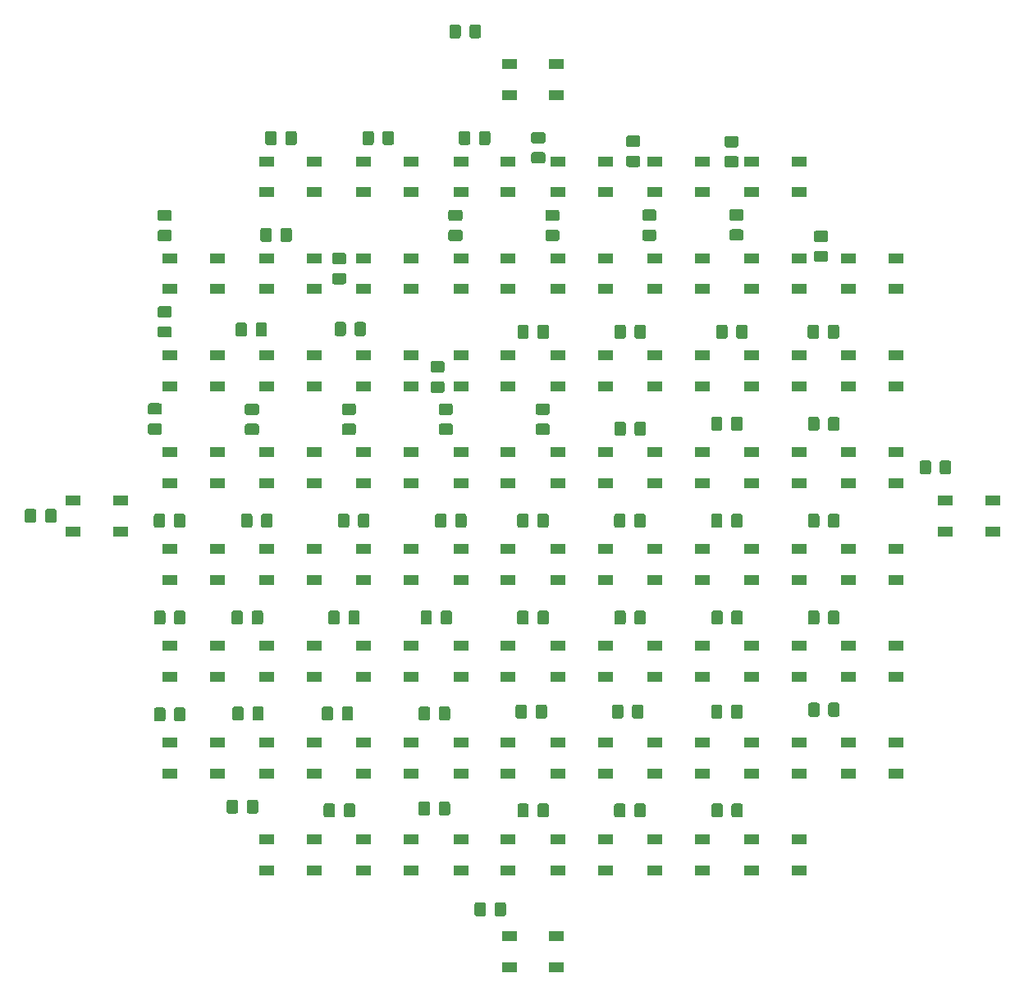
<source format=gtp>
G04 #@! TF.GenerationSoftware,KiCad,Pcbnew,5.1.5+dfsg1-2build2*
G04 #@! TF.CreationDate,2021-10-24T20:04:42+02:00*
G04 #@! TF.ProjectId,amepl_led,616d6570-6c5f-46c6-9564-2e6b69636164,rev?*
G04 #@! TF.SameCoordinates,Original*
G04 #@! TF.FileFunction,Paste,Top*
G04 #@! TF.FilePolarity,Positive*
%FSLAX46Y46*%
G04 Gerber Fmt 4.6, Leading zero omitted, Abs format (unit mm)*
G04 Created by KiCad (PCBNEW 5.1.5+dfsg1-2build2) date 2021-10-24 20:04:42*
%MOMM*%
%LPD*%
G04 APERTURE LIST*
%ADD10C,0.100000*%
%ADD11R,1.500000X1.000000*%
G04 APERTURE END LIST*
D10*
G36*
X98524504Y-149276204D02*
G01*
X98548773Y-149279804D01*
X98572571Y-149285765D01*
X98595671Y-149294030D01*
X98617849Y-149304520D01*
X98638893Y-149317133D01*
X98658598Y-149331747D01*
X98676777Y-149348223D01*
X98693253Y-149366402D01*
X98707867Y-149386107D01*
X98720480Y-149407151D01*
X98730970Y-149429329D01*
X98739235Y-149452429D01*
X98745196Y-149476227D01*
X98748796Y-149500496D01*
X98750000Y-149525000D01*
X98750000Y-150475000D01*
X98748796Y-150499504D01*
X98745196Y-150523773D01*
X98739235Y-150547571D01*
X98730970Y-150570671D01*
X98720480Y-150592849D01*
X98707867Y-150613893D01*
X98693253Y-150633598D01*
X98676777Y-150651777D01*
X98658598Y-150668253D01*
X98638893Y-150682867D01*
X98617849Y-150695480D01*
X98595671Y-150705970D01*
X98572571Y-150714235D01*
X98548773Y-150720196D01*
X98524504Y-150723796D01*
X98500000Y-150725000D01*
X97825000Y-150725000D01*
X97800496Y-150723796D01*
X97776227Y-150720196D01*
X97752429Y-150714235D01*
X97729329Y-150705970D01*
X97707151Y-150695480D01*
X97686107Y-150682867D01*
X97666402Y-150668253D01*
X97648223Y-150651777D01*
X97631747Y-150633598D01*
X97617133Y-150613893D01*
X97604520Y-150592849D01*
X97594030Y-150570671D01*
X97585765Y-150547571D01*
X97579804Y-150523773D01*
X97576204Y-150499504D01*
X97575000Y-150475000D01*
X97575000Y-149525000D01*
X97576204Y-149500496D01*
X97579804Y-149476227D01*
X97585765Y-149452429D01*
X97594030Y-149429329D01*
X97604520Y-149407151D01*
X97617133Y-149386107D01*
X97631747Y-149366402D01*
X97648223Y-149348223D01*
X97666402Y-149331747D01*
X97686107Y-149317133D01*
X97707151Y-149304520D01*
X97729329Y-149294030D01*
X97752429Y-149285765D01*
X97776227Y-149279804D01*
X97800496Y-149276204D01*
X97825000Y-149275000D01*
X98500000Y-149275000D01*
X98524504Y-149276204D01*
G37*
G36*
X100599504Y-149276204D02*
G01*
X100623773Y-149279804D01*
X100647571Y-149285765D01*
X100670671Y-149294030D01*
X100692849Y-149304520D01*
X100713893Y-149317133D01*
X100733598Y-149331747D01*
X100751777Y-149348223D01*
X100768253Y-149366402D01*
X100782867Y-149386107D01*
X100795480Y-149407151D01*
X100805970Y-149429329D01*
X100814235Y-149452429D01*
X100820196Y-149476227D01*
X100823796Y-149500496D01*
X100825000Y-149525000D01*
X100825000Y-150475000D01*
X100823796Y-150499504D01*
X100820196Y-150523773D01*
X100814235Y-150547571D01*
X100805970Y-150570671D01*
X100795480Y-150592849D01*
X100782867Y-150613893D01*
X100768253Y-150633598D01*
X100751777Y-150651777D01*
X100733598Y-150668253D01*
X100713893Y-150682867D01*
X100692849Y-150695480D01*
X100670671Y-150705970D01*
X100647571Y-150714235D01*
X100623773Y-150720196D01*
X100599504Y-150723796D01*
X100575000Y-150725000D01*
X99900000Y-150725000D01*
X99875496Y-150723796D01*
X99851227Y-150720196D01*
X99827429Y-150714235D01*
X99804329Y-150705970D01*
X99782151Y-150695480D01*
X99761107Y-150682867D01*
X99741402Y-150668253D01*
X99723223Y-150651777D01*
X99706747Y-150633598D01*
X99692133Y-150613893D01*
X99679520Y-150592849D01*
X99669030Y-150570671D01*
X99660765Y-150547571D01*
X99654804Y-150523773D01*
X99651204Y-150499504D01*
X99650000Y-150475000D01*
X99650000Y-149525000D01*
X99651204Y-149500496D01*
X99654804Y-149476227D01*
X99660765Y-149452429D01*
X99669030Y-149429329D01*
X99679520Y-149407151D01*
X99692133Y-149386107D01*
X99706747Y-149366402D01*
X99723223Y-149348223D01*
X99741402Y-149331747D01*
X99761107Y-149317133D01*
X99782151Y-149304520D01*
X99804329Y-149294030D01*
X99827429Y-149285765D01*
X99851227Y-149279804D01*
X99875496Y-149276204D01*
X99900000Y-149275000D01*
X100575000Y-149275000D01*
X100599504Y-149276204D01*
G37*
G36*
X169362004Y-179676204D02*
G01*
X169386273Y-179679804D01*
X169410071Y-179685765D01*
X169433171Y-179694030D01*
X169455349Y-179704520D01*
X169476393Y-179717133D01*
X169496098Y-179731747D01*
X169514277Y-179748223D01*
X169530753Y-179766402D01*
X169545367Y-179786107D01*
X169557980Y-179807151D01*
X169568470Y-179829329D01*
X169576735Y-179852429D01*
X169582696Y-179876227D01*
X169586296Y-179900496D01*
X169587500Y-179925000D01*
X169587500Y-180875000D01*
X169586296Y-180899504D01*
X169582696Y-180923773D01*
X169576735Y-180947571D01*
X169568470Y-180970671D01*
X169557980Y-180992849D01*
X169545367Y-181013893D01*
X169530753Y-181033598D01*
X169514277Y-181051777D01*
X169496098Y-181068253D01*
X169476393Y-181082867D01*
X169455349Y-181095480D01*
X169433171Y-181105970D01*
X169410071Y-181114235D01*
X169386273Y-181120196D01*
X169362004Y-181123796D01*
X169337500Y-181125000D01*
X168662500Y-181125000D01*
X168637996Y-181123796D01*
X168613727Y-181120196D01*
X168589929Y-181114235D01*
X168566829Y-181105970D01*
X168544651Y-181095480D01*
X168523607Y-181082867D01*
X168503902Y-181068253D01*
X168485723Y-181051777D01*
X168469247Y-181033598D01*
X168454633Y-181013893D01*
X168442020Y-180992849D01*
X168431530Y-180970671D01*
X168423265Y-180947571D01*
X168417304Y-180923773D01*
X168413704Y-180899504D01*
X168412500Y-180875000D01*
X168412500Y-179925000D01*
X168413704Y-179900496D01*
X168417304Y-179876227D01*
X168423265Y-179852429D01*
X168431530Y-179829329D01*
X168442020Y-179807151D01*
X168454633Y-179786107D01*
X168469247Y-179766402D01*
X168485723Y-179748223D01*
X168503902Y-179731747D01*
X168523607Y-179717133D01*
X168544651Y-179704520D01*
X168566829Y-179694030D01*
X168589929Y-179685765D01*
X168613727Y-179679804D01*
X168637996Y-179676204D01*
X168662500Y-179675000D01*
X169337500Y-179675000D01*
X169362004Y-179676204D01*
G37*
G36*
X171437004Y-179676204D02*
G01*
X171461273Y-179679804D01*
X171485071Y-179685765D01*
X171508171Y-179694030D01*
X171530349Y-179704520D01*
X171551393Y-179717133D01*
X171571098Y-179731747D01*
X171589277Y-179748223D01*
X171605753Y-179766402D01*
X171620367Y-179786107D01*
X171632980Y-179807151D01*
X171643470Y-179829329D01*
X171651735Y-179852429D01*
X171657696Y-179876227D01*
X171661296Y-179900496D01*
X171662500Y-179925000D01*
X171662500Y-180875000D01*
X171661296Y-180899504D01*
X171657696Y-180923773D01*
X171651735Y-180947571D01*
X171643470Y-180970671D01*
X171632980Y-180992849D01*
X171620367Y-181013893D01*
X171605753Y-181033598D01*
X171589277Y-181051777D01*
X171571098Y-181068253D01*
X171551393Y-181082867D01*
X171530349Y-181095480D01*
X171508171Y-181105970D01*
X171485071Y-181114235D01*
X171461273Y-181120196D01*
X171437004Y-181123796D01*
X171412500Y-181125000D01*
X170737500Y-181125000D01*
X170712996Y-181123796D01*
X170688727Y-181120196D01*
X170664929Y-181114235D01*
X170641829Y-181105970D01*
X170619651Y-181095480D01*
X170598607Y-181082867D01*
X170578902Y-181068253D01*
X170560723Y-181051777D01*
X170544247Y-181033598D01*
X170529633Y-181013893D01*
X170517020Y-180992849D01*
X170506530Y-180970671D01*
X170498265Y-180947571D01*
X170492304Y-180923773D01*
X170488704Y-180899504D01*
X170487500Y-180875000D01*
X170487500Y-179925000D01*
X170488704Y-179900496D01*
X170492304Y-179876227D01*
X170498265Y-179852429D01*
X170506530Y-179829329D01*
X170517020Y-179807151D01*
X170529633Y-179786107D01*
X170544247Y-179766402D01*
X170560723Y-179748223D01*
X170578902Y-179731747D01*
X170598607Y-179717133D01*
X170619651Y-179704520D01*
X170641829Y-179694030D01*
X170664929Y-179685765D01*
X170688727Y-179679804D01*
X170712996Y-179676204D01*
X170737500Y-179675000D01*
X171412500Y-179675000D01*
X171437004Y-179676204D01*
G37*
G36*
X144924504Y-189876204D02*
G01*
X144948773Y-189879804D01*
X144972571Y-189885765D01*
X144995671Y-189894030D01*
X145017849Y-189904520D01*
X145038893Y-189917133D01*
X145058598Y-189931747D01*
X145076777Y-189948223D01*
X145093253Y-189966402D01*
X145107867Y-189986107D01*
X145120480Y-190007151D01*
X145130970Y-190029329D01*
X145139235Y-190052429D01*
X145145196Y-190076227D01*
X145148796Y-190100496D01*
X145150000Y-190125000D01*
X145150000Y-191075000D01*
X145148796Y-191099504D01*
X145145196Y-191123773D01*
X145139235Y-191147571D01*
X145130970Y-191170671D01*
X145120480Y-191192849D01*
X145107867Y-191213893D01*
X145093253Y-191233598D01*
X145076777Y-191251777D01*
X145058598Y-191268253D01*
X145038893Y-191282867D01*
X145017849Y-191295480D01*
X144995671Y-191305970D01*
X144972571Y-191314235D01*
X144948773Y-191320196D01*
X144924504Y-191323796D01*
X144900000Y-191325000D01*
X144225000Y-191325000D01*
X144200496Y-191323796D01*
X144176227Y-191320196D01*
X144152429Y-191314235D01*
X144129329Y-191305970D01*
X144107151Y-191295480D01*
X144086107Y-191282867D01*
X144066402Y-191268253D01*
X144048223Y-191251777D01*
X144031747Y-191233598D01*
X144017133Y-191213893D01*
X144004520Y-191192849D01*
X143994030Y-191170671D01*
X143985765Y-191147571D01*
X143979804Y-191123773D01*
X143976204Y-191099504D01*
X143975000Y-191075000D01*
X143975000Y-190125000D01*
X143976204Y-190100496D01*
X143979804Y-190076227D01*
X143985765Y-190052429D01*
X143994030Y-190029329D01*
X144004520Y-190007151D01*
X144017133Y-189986107D01*
X144031747Y-189966402D01*
X144048223Y-189948223D01*
X144066402Y-189931747D01*
X144086107Y-189917133D01*
X144107151Y-189904520D01*
X144129329Y-189894030D01*
X144152429Y-189885765D01*
X144176227Y-189879804D01*
X144200496Y-189876204D01*
X144225000Y-189875000D01*
X144900000Y-189875000D01*
X144924504Y-189876204D01*
G37*
G36*
X146999504Y-189876204D02*
G01*
X147023773Y-189879804D01*
X147047571Y-189885765D01*
X147070671Y-189894030D01*
X147092849Y-189904520D01*
X147113893Y-189917133D01*
X147133598Y-189931747D01*
X147151777Y-189948223D01*
X147168253Y-189966402D01*
X147182867Y-189986107D01*
X147195480Y-190007151D01*
X147205970Y-190029329D01*
X147214235Y-190052429D01*
X147220196Y-190076227D01*
X147223796Y-190100496D01*
X147225000Y-190125000D01*
X147225000Y-191075000D01*
X147223796Y-191099504D01*
X147220196Y-191123773D01*
X147214235Y-191147571D01*
X147205970Y-191170671D01*
X147195480Y-191192849D01*
X147182867Y-191213893D01*
X147168253Y-191233598D01*
X147151777Y-191251777D01*
X147133598Y-191268253D01*
X147113893Y-191282867D01*
X147092849Y-191295480D01*
X147070671Y-191305970D01*
X147047571Y-191314235D01*
X147023773Y-191320196D01*
X146999504Y-191323796D01*
X146975000Y-191325000D01*
X146300000Y-191325000D01*
X146275496Y-191323796D01*
X146251227Y-191320196D01*
X146227429Y-191314235D01*
X146204329Y-191305970D01*
X146182151Y-191295480D01*
X146161107Y-191282867D01*
X146141402Y-191268253D01*
X146123223Y-191251777D01*
X146106747Y-191233598D01*
X146092133Y-191213893D01*
X146079520Y-191192849D01*
X146069030Y-191170671D01*
X146060765Y-191147571D01*
X146054804Y-191123773D01*
X146051204Y-191099504D01*
X146050000Y-191075000D01*
X146050000Y-190125000D01*
X146051204Y-190100496D01*
X146054804Y-190076227D01*
X146060765Y-190052429D01*
X146069030Y-190029329D01*
X146079520Y-190007151D01*
X146092133Y-189986107D01*
X146106747Y-189966402D01*
X146123223Y-189948223D01*
X146141402Y-189931747D01*
X146161107Y-189917133D01*
X146182151Y-189904520D01*
X146204329Y-189894030D01*
X146227429Y-189885765D01*
X146251227Y-189879804D01*
X146275496Y-189876204D01*
X146300000Y-189875000D01*
X146975000Y-189875000D01*
X146999504Y-189876204D01*
G37*
G36*
X159324504Y-179676204D02*
G01*
X159348773Y-179679804D01*
X159372571Y-179685765D01*
X159395671Y-179694030D01*
X159417849Y-179704520D01*
X159438893Y-179717133D01*
X159458598Y-179731747D01*
X159476777Y-179748223D01*
X159493253Y-179766402D01*
X159507867Y-179786107D01*
X159520480Y-179807151D01*
X159530970Y-179829329D01*
X159539235Y-179852429D01*
X159545196Y-179876227D01*
X159548796Y-179900496D01*
X159550000Y-179925000D01*
X159550000Y-180875000D01*
X159548796Y-180899504D01*
X159545196Y-180923773D01*
X159539235Y-180947571D01*
X159530970Y-180970671D01*
X159520480Y-180992849D01*
X159507867Y-181013893D01*
X159493253Y-181033598D01*
X159476777Y-181051777D01*
X159458598Y-181068253D01*
X159438893Y-181082867D01*
X159417849Y-181095480D01*
X159395671Y-181105970D01*
X159372571Y-181114235D01*
X159348773Y-181120196D01*
X159324504Y-181123796D01*
X159300000Y-181125000D01*
X158625000Y-181125000D01*
X158600496Y-181123796D01*
X158576227Y-181120196D01*
X158552429Y-181114235D01*
X158529329Y-181105970D01*
X158507151Y-181095480D01*
X158486107Y-181082867D01*
X158466402Y-181068253D01*
X158448223Y-181051777D01*
X158431747Y-181033598D01*
X158417133Y-181013893D01*
X158404520Y-180992849D01*
X158394030Y-180970671D01*
X158385765Y-180947571D01*
X158379804Y-180923773D01*
X158376204Y-180899504D01*
X158375000Y-180875000D01*
X158375000Y-179925000D01*
X158376204Y-179900496D01*
X158379804Y-179876227D01*
X158385765Y-179852429D01*
X158394030Y-179829329D01*
X158404520Y-179807151D01*
X158417133Y-179786107D01*
X158431747Y-179766402D01*
X158448223Y-179748223D01*
X158466402Y-179731747D01*
X158486107Y-179717133D01*
X158507151Y-179704520D01*
X158529329Y-179694030D01*
X158552429Y-179685765D01*
X158576227Y-179679804D01*
X158600496Y-179676204D01*
X158625000Y-179675000D01*
X159300000Y-179675000D01*
X159324504Y-179676204D01*
G37*
G36*
X161399504Y-179676204D02*
G01*
X161423773Y-179679804D01*
X161447571Y-179685765D01*
X161470671Y-179694030D01*
X161492849Y-179704520D01*
X161513893Y-179717133D01*
X161533598Y-179731747D01*
X161551777Y-179748223D01*
X161568253Y-179766402D01*
X161582867Y-179786107D01*
X161595480Y-179807151D01*
X161605970Y-179829329D01*
X161614235Y-179852429D01*
X161620196Y-179876227D01*
X161623796Y-179900496D01*
X161625000Y-179925000D01*
X161625000Y-180875000D01*
X161623796Y-180899504D01*
X161620196Y-180923773D01*
X161614235Y-180947571D01*
X161605970Y-180970671D01*
X161595480Y-180992849D01*
X161582867Y-181013893D01*
X161568253Y-181033598D01*
X161551777Y-181051777D01*
X161533598Y-181068253D01*
X161513893Y-181082867D01*
X161492849Y-181095480D01*
X161470671Y-181105970D01*
X161447571Y-181114235D01*
X161423773Y-181120196D01*
X161399504Y-181123796D01*
X161375000Y-181125000D01*
X160700000Y-181125000D01*
X160675496Y-181123796D01*
X160651227Y-181120196D01*
X160627429Y-181114235D01*
X160604329Y-181105970D01*
X160582151Y-181095480D01*
X160561107Y-181082867D01*
X160541402Y-181068253D01*
X160523223Y-181051777D01*
X160506747Y-181033598D01*
X160492133Y-181013893D01*
X160479520Y-180992849D01*
X160469030Y-180970671D01*
X160460765Y-180947571D01*
X160454804Y-180923773D01*
X160451204Y-180899504D01*
X160450000Y-180875000D01*
X160450000Y-179925000D01*
X160451204Y-179900496D01*
X160454804Y-179876227D01*
X160460765Y-179852429D01*
X160469030Y-179829329D01*
X160479520Y-179807151D01*
X160492133Y-179786107D01*
X160506747Y-179766402D01*
X160523223Y-179748223D01*
X160541402Y-179731747D01*
X160561107Y-179717133D01*
X160582151Y-179704520D01*
X160604329Y-179694030D01*
X160627429Y-179685765D01*
X160651227Y-179679804D01*
X160675496Y-179676204D01*
X160700000Y-179675000D01*
X161375000Y-179675000D01*
X161399504Y-179676204D01*
G37*
G36*
X162499504Y-118376204D02*
G01*
X162523773Y-118379804D01*
X162547571Y-118385765D01*
X162570671Y-118394030D01*
X162592849Y-118404520D01*
X162613893Y-118417133D01*
X162633598Y-118431747D01*
X162651777Y-118448223D01*
X162668253Y-118466402D01*
X162682867Y-118486107D01*
X162695480Y-118507151D01*
X162705970Y-118529329D01*
X162714235Y-118552429D01*
X162720196Y-118576227D01*
X162723796Y-118600496D01*
X162725000Y-118625000D01*
X162725000Y-119300000D01*
X162723796Y-119324504D01*
X162720196Y-119348773D01*
X162714235Y-119372571D01*
X162705970Y-119395671D01*
X162695480Y-119417849D01*
X162682867Y-119438893D01*
X162668253Y-119458598D01*
X162651777Y-119476777D01*
X162633598Y-119493253D01*
X162613893Y-119507867D01*
X162592849Y-119520480D01*
X162570671Y-119530970D01*
X162547571Y-119539235D01*
X162523773Y-119545196D01*
X162499504Y-119548796D01*
X162475000Y-119550000D01*
X161525000Y-119550000D01*
X161500496Y-119548796D01*
X161476227Y-119545196D01*
X161452429Y-119539235D01*
X161429329Y-119530970D01*
X161407151Y-119520480D01*
X161386107Y-119507867D01*
X161366402Y-119493253D01*
X161348223Y-119476777D01*
X161331747Y-119458598D01*
X161317133Y-119438893D01*
X161304520Y-119417849D01*
X161294030Y-119395671D01*
X161285765Y-119372571D01*
X161279804Y-119348773D01*
X161276204Y-119324504D01*
X161275000Y-119300000D01*
X161275000Y-118625000D01*
X161276204Y-118600496D01*
X161279804Y-118576227D01*
X161285765Y-118552429D01*
X161294030Y-118529329D01*
X161304520Y-118507151D01*
X161317133Y-118486107D01*
X161331747Y-118466402D01*
X161348223Y-118448223D01*
X161366402Y-118431747D01*
X161386107Y-118417133D01*
X161407151Y-118404520D01*
X161429329Y-118394030D01*
X161452429Y-118385765D01*
X161476227Y-118379804D01*
X161500496Y-118376204D01*
X161525000Y-118375000D01*
X162475000Y-118375000D01*
X162499504Y-118376204D01*
G37*
G36*
X162499504Y-120451204D02*
G01*
X162523773Y-120454804D01*
X162547571Y-120460765D01*
X162570671Y-120469030D01*
X162592849Y-120479520D01*
X162613893Y-120492133D01*
X162633598Y-120506747D01*
X162651777Y-120523223D01*
X162668253Y-120541402D01*
X162682867Y-120561107D01*
X162695480Y-120582151D01*
X162705970Y-120604329D01*
X162714235Y-120627429D01*
X162720196Y-120651227D01*
X162723796Y-120675496D01*
X162725000Y-120700000D01*
X162725000Y-121375000D01*
X162723796Y-121399504D01*
X162720196Y-121423773D01*
X162714235Y-121447571D01*
X162705970Y-121470671D01*
X162695480Y-121492849D01*
X162682867Y-121513893D01*
X162668253Y-121533598D01*
X162651777Y-121551777D01*
X162633598Y-121568253D01*
X162613893Y-121582867D01*
X162592849Y-121595480D01*
X162570671Y-121605970D01*
X162547571Y-121614235D01*
X162523773Y-121620196D01*
X162499504Y-121623796D01*
X162475000Y-121625000D01*
X161525000Y-121625000D01*
X161500496Y-121623796D01*
X161476227Y-121620196D01*
X161452429Y-121614235D01*
X161429329Y-121605970D01*
X161407151Y-121595480D01*
X161386107Y-121582867D01*
X161366402Y-121568253D01*
X161348223Y-121551777D01*
X161331747Y-121533598D01*
X161317133Y-121513893D01*
X161304520Y-121492849D01*
X161294030Y-121470671D01*
X161285765Y-121447571D01*
X161279804Y-121423773D01*
X161276204Y-121399504D01*
X161275000Y-121375000D01*
X161275000Y-120700000D01*
X161276204Y-120675496D01*
X161279804Y-120651227D01*
X161285765Y-120627429D01*
X161294030Y-120604329D01*
X161304520Y-120582151D01*
X161317133Y-120561107D01*
X161331747Y-120541402D01*
X161348223Y-120523223D01*
X161366402Y-120506747D01*
X161386107Y-120492133D01*
X161407151Y-120479520D01*
X161429329Y-120469030D01*
X161452429Y-120460765D01*
X161476227Y-120454804D01*
X161500496Y-120451204D01*
X161525000Y-120450000D01*
X162475000Y-120450000D01*
X162499504Y-120451204D01*
G37*
G36*
X169324504Y-139751204D02*
G01*
X169348773Y-139754804D01*
X169372571Y-139760765D01*
X169395671Y-139769030D01*
X169417849Y-139779520D01*
X169438893Y-139792133D01*
X169458598Y-139806747D01*
X169476777Y-139823223D01*
X169493253Y-139841402D01*
X169507867Y-139861107D01*
X169520480Y-139882151D01*
X169530970Y-139904329D01*
X169539235Y-139927429D01*
X169545196Y-139951227D01*
X169548796Y-139975496D01*
X169550000Y-140000000D01*
X169550000Y-140950000D01*
X169548796Y-140974504D01*
X169545196Y-140998773D01*
X169539235Y-141022571D01*
X169530970Y-141045671D01*
X169520480Y-141067849D01*
X169507867Y-141088893D01*
X169493253Y-141108598D01*
X169476777Y-141126777D01*
X169458598Y-141143253D01*
X169438893Y-141157867D01*
X169417849Y-141170480D01*
X169395671Y-141180970D01*
X169372571Y-141189235D01*
X169348773Y-141195196D01*
X169324504Y-141198796D01*
X169300000Y-141200000D01*
X168625000Y-141200000D01*
X168600496Y-141198796D01*
X168576227Y-141195196D01*
X168552429Y-141189235D01*
X168529329Y-141180970D01*
X168507151Y-141170480D01*
X168486107Y-141157867D01*
X168466402Y-141143253D01*
X168448223Y-141126777D01*
X168431747Y-141108598D01*
X168417133Y-141088893D01*
X168404520Y-141067849D01*
X168394030Y-141045671D01*
X168385765Y-141022571D01*
X168379804Y-140998773D01*
X168376204Y-140974504D01*
X168375000Y-140950000D01*
X168375000Y-140000000D01*
X168376204Y-139975496D01*
X168379804Y-139951227D01*
X168385765Y-139927429D01*
X168394030Y-139904329D01*
X168404520Y-139882151D01*
X168417133Y-139861107D01*
X168431747Y-139841402D01*
X168448223Y-139823223D01*
X168466402Y-139806747D01*
X168486107Y-139792133D01*
X168507151Y-139779520D01*
X168529329Y-139769030D01*
X168552429Y-139760765D01*
X168576227Y-139754804D01*
X168600496Y-139751204D01*
X168625000Y-139750000D01*
X169300000Y-139750000D01*
X169324504Y-139751204D01*
G37*
G36*
X171399504Y-139751204D02*
G01*
X171423773Y-139754804D01*
X171447571Y-139760765D01*
X171470671Y-139769030D01*
X171492849Y-139779520D01*
X171513893Y-139792133D01*
X171533598Y-139806747D01*
X171551777Y-139823223D01*
X171568253Y-139841402D01*
X171582867Y-139861107D01*
X171595480Y-139882151D01*
X171605970Y-139904329D01*
X171614235Y-139927429D01*
X171620196Y-139951227D01*
X171623796Y-139975496D01*
X171625000Y-140000000D01*
X171625000Y-140950000D01*
X171623796Y-140974504D01*
X171620196Y-140998773D01*
X171614235Y-141022571D01*
X171605970Y-141045671D01*
X171595480Y-141067849D01*
X171582867Y-141088893D01*
X171568253Y-141108598D01*
X171551777Y-141126777D01*
X171533598Y-141143253D01*
X171513893Y-141157867D01*
X171492849Y-141170480D01*
X171470671Y-141180970D01*
X171447571Y-141189235D01*
X171423773Y-141195196D01*
X171399504Y-141198796D01*
X171375000Y-141200000D01*
X170700000Y-141200000D01*
X170675496Y-141198796D01*
X170651227Y-141195196D01*
X170627429Y-141189235D01*
X170604329Y-141180970D01*
X170582151Y-141170480D01*
X170561107Y-141157867D01*
X170541402Y-141143253D01*
X170523223Y-141126777D01*
X170506747Y-141108598D01*
X170492133Y-141088893D01*
X170479520Y-141067849D01*
X170469030Y-141045671D01*
X170460765Y-141022571D01*
X170454804Y-140998773D01*
X170451204Y-140974504D01*
X170450000Y-140950000D01*
X170450000Y-140000000D01*
X170451204Y-139975496D01*
X170454804Y-139951227D01*
X170460765Y-139927429D01*
X170469030Y-139904329D01*
X170479520Y-139882151D01*
X170492133Y-139861107D01*
X170506747Y-139841402D01*
X170523223Y-139823223D01*
X170541402Y-139806747D01*
X170561107Y-139792133D01*
X170582151Y-139779520D01*
X170604329Y-139769030D01*
X170627429Y-139760765D01*
X170651227Y-139754804D01*
X170675496Y-139751204D01*
X170700000Y-139750000D01*
X171375000Y-139750000D01*
X171399504Y-139751204D01*
G37*
G36*
X119924504Y-169676204D02*
G01*
X119948773Y-169679804D01*
X119972571Y-169685765D01*
X119995671Y-169694030D01*
X120017849Y-169704520D01*
X120038893Y-169717133D01*
X120058598Y-169731747D01*
X120076777Y-169748223D01*
X120093253Y-169766402D01*
X120107867Y-169786107D01*
X120120480Y-169807151D01*
X120130970Y-169829329D01*
X120139235Y-169852429D01*
X120145196Y-169876227D01*
X120148796Y-169900496D01*
X120150000Y-169925000D01*
X120150000Y-170875000D01*
X120148796Y-170899504D01*
X120145196Y-170923773D01*
X120139235Y-170947571D01*
X120130970Y-170970671D01*
X120120480Y-170992849D01*
X120107867Y-171013893D01*
X120093253Y-171033598D01*
X120076777Y-171051777D01*
X120058598Y-171068253D01*
X120038893Y-171082867D01*
X120017849Y-171095480D01*
X119995671Y-171105970D01*
X119972571Y-171114235D01*
X119948773Y-171120196D01*
X119924504Y-171123796D01*
X119900000Y-171125000D01*
X119225000Y-171125000D01*
X119200496Y-171123796D01*
X119176227Y-171120196D01*
X119152429Y-171114235D01*
X119129329Y-171105970D01*
X119107151Y-171095480D01*
X119086107Y-171082867D01*
X119066402Y-171068253D01*
X119048223Y-171051777D01*
X119031747Y-171033598D01*
X119017133Y-171013893D01*
X119004520Y-170992849D01*
X118994030Y-170970671D01*
X118985765Y-170947571D01*
X118979804Y-170923773D01*
X118976204Y-170899504D01*
X118975000Y-170875000D01*
X118975000Y-169925000D01*
X118976204Y-169900496D01*
X118979804Y-169876227D01*
X118985765Y-169852429D01*
X118994030Y-169829329D01*
X119004520Y-169807151D01*
X119017133Y-169786107D01*
X119031747Y-169766402D01*
X119048223Y-169748223D01*
X119066402Y-169731747D01*
X119086107Y-169717133D01*
X119107151Y-169704520D01*
X119129329Y-169694030D01*
X119152429Y-169685765D01*
X119176227Y-169679804D01*
X119200496Y-169676204D01*
X119225000Y-169675000D01*
X119900000Y-169675000D01*
X119924504Y-169676204D01*
G37*
G36*
X121999504Y-169676204D02*
G01*
X122023773Y-169679804D01*
X122047571Y-169685765D01*
X122070671Y-169694030D01*
X122092849Y-169704520D01*
X122113893Y-169717133D01*
X122133598Y-169731747D01*
X122151777Y-169748223D01*
X122168253Y-169766402D01*
X122182867Y-169786107D01*
X122195480Y-169807151D01*
X122205970Y-169829329D01*
X122214235Y-169852429D01*
X122220196Y-169876227D01*
X122223796Y-169900496D01*
X122225000Y-169925000D01*
X122225000Y-170875000D01*
X122223796Y-170899504D01*
X122220196Y-170923773D01*
X122214235Y-170947571D01*
X122205970Y-170970671D01*
X122195480Y-170992849D01*
X122182867Y-171013893D01*
X122168253Y-171033598D01*
X122151777Y-171051777D01*
X122133598Y-171068253D01*
X122113893Y-171082867D01*
X122092849Y-171095480D01*
X122070671Y-171105970D01*
X122047571Y-171114235D01*
X122023773Y-171120196D01*
X121999504Y-171123796D01*
X121975000Y-171125000D01*
X121300000Y-171125000D01*
X121275496Y-171123796D01*
X121251227Y-171120196D01*
X121227429Y-171114235D01*
X121204329Y-171105970D01*
X121182151Y-171095480D01*
X121161107Y-171082867D01*
X121141402Y-171068253D01*
X121123223Y-171051777D01*
X121106747Y-171033598D01*
X121092133Y-171013893D01*
X121079520Y-170992849D01*
X121069030Y-170970671D01*
X121060765Y-170947571D01*
X121054804Y-170923773D01*
X121051204Y-170899504D01*
X121050000Y-170875000D01*
X121050000Y-169925000D01*
X121051204Y-169900496D01*
X121054804Y-169876227D01*
X121060765Y-169852429D01*
X121069030Y-169829329D01*
X121079520Y-169807151D01*
X121092133Y-169786107D01*
X121106747Y-169766402D01*
X121123223Y-169748223D01*
X121141402Y-169731747D01*
X121161107Y-169717133D01*
X121182151Y-169704520D01*
X121204329Y-169694030D01*
X121227429Y-169685765D01*
X121251227Y-169679804D01*
X121275496Y-169676204D01*
X121300000Y-169675000D01*
X121975000Y-169675000D01*
X121999504Y-169676204D01*
G37*
G36*
X111849504Y-159776204D02*
G01*
X111873773Y-159779804D01*
X111897571Y-159785765D01*
X111920671Y-159794030D01*
X111942849Y-159804520D01*
X111963893Y-159817133D01*
X111983598Y-159831747D01*
X112001777Y-159848223D01*
X112018253Y-159866402D01*
X112032867Y-159886107D01*
X112045480Y-159907151D01*
X112055970Y-159929329D01*
X112064235Y-159952429D01*
X112070196Y-159976227D01*
X112073796Y-160000496D01*
X112075000Y-160025000D01*
X112075000Y-160975000D01*
X112073796Y-160999504D01*
X112070196Y-161023773D01*
X112064235Y-161047571D01*
X112055970Y-161070671D01*
X112045480Y-161092849D01*
X112032867Y-161113893D01*
X112018253Y-161133598D01*
X112001777Y-161151777D01*
X111983598Y-161168253D01*
X111963893Y-161182867D01*
X111942849Y-161195480D01*
X111920671Y-161205970D01*
X111897571Y-161214235D01*
X111873773Y-161220196D01*
X111849504Y-161223796D01*
X111825000Y-161225000D01*
X111150000Y-161225000D01*
X111125496Y-161223796D01*
X111101227Y-161220196D01*
X111077429Y-161214235D01*
X111054329Y-161205970D01*
X111032151Y-161195480D01*
X111011107Y-161182867D01*
X110991402Y-161168253D01*
X110973223Y-161151777D01*
X110956747Y-161133598D01*
X110942133Y-161113893D01*
X110929520Y-161092849D01*
X110919030Y-161070671D01*
X110910765Y-161047571D01*
X110904804Y-161023773D01*
X110901204Y-160999504D01*
X110900000Y-160975000D01*
X110900000Y-160025000D01*
X110901204Y-160000496D01*
X110904804Y-159976227D01*
X110910765Y-159952429D01*
X110919030Y-159929329D01*
X110929520Y-159907151D01*
X110942133Y-159886107D01*
X110956747Y-159866402D01*
X110973223Y-159848223D01*
X110991402Y-159831747D01*
X111011107Y-159817133D01*
X111032151Y-159804520D01*
X111054329Y-159794030D01*
X111077429Y-159785765D01*
X111101227Y-159779804D01*
X111125496Y-159776204D01*
X111150000Y-159775000D01*
X111825000Y-159775000D01*
X111849504Y-159776204D01*
G37*
G36*
X113924504Y-159776204D02*
G01*
X113948773Y-159779804D01*
X113972571Y-159785765D01*
X113995671Y-159794030D01*
X114017849Y-159804520D01*
X114038893Y-159817133D01*
X114058598Y-159831747D01*
X114076777Y-159848223D01*
X114093253Y-159866402D01*
X114107867Y-159886107D01*
X114120480Y-159907151D01*
X114130970Y-159929329D01*
X114139235Y-159952429D01*
X114145196Y-159976227D01*
X114148796Y-160000496D01*
X114150000Y-160025000D01*
X114150000Y-160975000D01*
X114148796Y-160999504D01*
X114145196Y-161023773D01*
X114139235Y-161047571D01*
X114130970Y-161070671D01*
X114120480Y-161092849D01*
X114107867Y-161113893D01*
X114093253Y-161133598D01*
X114076777Y-161151777D01*
X114058598Y-161168253D01*
X114038893Y-161182867D01*
X114017849Y-161195480D01*
X113995671Y-161205970D01*
X113972571Y-161214235D01*
X113948773Y-161220196D01*
X113924504Y-161223796D01*
X113900000Y-161225000D01*
X113225000Y-161225000D01*
X113200496Y-161223796D01*
X113176227Y-161220196D01*
X113152429Y-161214235D01*
X113129329Y-161205970D01*
X113107151Y-161195480D01*
X113086107Y-161182867D01*
X113066402Y-161168253D01*
X113048223Y-161151777D01*
X113031747Y-161133598D01*
X113017133Y-161113893D01*
X113004520Y-161092849D01*
X112994030Y-161070671D01*
X112985765Y-161047571D01*
X112979804Y-161023773D01*
X112976204Y-160999504D01*
X112975000Y-160975000D01*
X112975000Y-160025000D01*
X112976204Y-160000496D01*
X112979804Y-159976227D01*
X112985765Y-159952429D01*
X112994030Y-159929329D01*
X113004520Y-159907151D01*
X113017133Y-159886107D01*
X113031747Y-159866402D01*
X113048223Y-159848223D01*
X113066402Y-159831747D01*
X113086107Y-159817133D01*
X113107151Y-159804520D01*
X113129329Y-159794030D01*
X113152429Y-159785765D01*
X113176227Y-159779804D01*
X113200496Y-159776204D01*
X113225000Y-159775000D01*
X113900000Y-159775000D01*
X113924504Y-159776204D01*
G37*
G36*
X149149504Y-169476204D02*
G01*
X149173773Y-169479804D01*
X149197571Y-169485765D01*
X149220671Y-169494030D01*
X149242849Y-169504520D01*
X149263893Y-169517133D01*
X149283598Y-169531747D01*
X149301777Y-169548223D01*
X149318253Y-169566402D01*
X149332867Y-169586107D01*
X149345480Y-169607151D01*
X149355970Y-169629329D01*
X149364235Y-169652429D01*
X149370196Y-169676227D01*
X149373796Y-169700496D01*
X149375000Y-169725000D01*
X149375000Y-170675000D01*
X149373796Y-170699504D01*
X149370196Y-170723773D01*
X149364235Y-170747571D01*
X149355970Y-170770671D01*
X149345480Y-170792849D01*
X149332867Y-170813893D01*
X149318253Y-170833598D01*
X149301777Y-170851777D01*
X149283598Y-170868253D01*
X149263893Y-170882867D01*
X149242849Y-170895480D01*
X149220671Y-170905970D01*
X149197571Y-170914235D01*
X149173773Y-170920196D01*
X149149504Y-170923796D01*
X149125000Y-170925000D01*
X148450000Y-170925000D01*
X148425496Y-170923796D01*
X148401227Y-170920196D01*
X148377429Y-170914235D01*
X148354329Y-170905970D01*
X148332151Y-170895480D01*
X148311107Y-170882867D01*
X148291402Y-170868253D01*
X148273223Y-170851777D01*
X148256747Y-170833598D01*
X148242133Y-170813893D01*
X148229520Y-170792849D01*
X148219030Y-170770671D01*
X148210765Y-170747571D01*
X148204804Y-170723773D01*
X148201204Y-170699504D01*
X148200000Y-170675000D01*
X148200000Y-169725000D01*
X148201204Y-169700496D01*
X148204804Y-169676227D01*
X148210765Y-169652429D01*
X148219030Y-169629329D01*
X148229520Y-169607151D01*
X148242133Y-169586107D01*
X148256747Y-169566402D01*
X148273223Y-169548223D01*
X148291402Y-169531747D01*
X148311107Y-169517133D01*
X148332151Y-169504520D01*
X148354329Y-169494030D01*
X148377429Y-169485765D01*
X148401227Y-169479804D01*
X148425496Y-169476204D01*
X148450000Y-169475000D01*
X149125000Y-169475000D01*
X149149504Y-169476204D01*
G37*
G36*
X151224504Y-169476204D02*
G01*
X151248773Y-169479804D01*
X151272571Y-169485765D01*
X151295671Y-169494030D01*
X151317849Y-169504520D01*
X151338893Y-169517133D01*
X151358598Y-169531747D01*
X151376777Y-169548223D01*
X151393253Y-169566402D01*
X151407867Y-169586107D01*
X151420480Y-169607151D01*
X151430970Y-169629329D01*
X151439235Y-169652429D01*
X151445196Y-169676227D01*
X151448796Y-169700496D01*
X151450000Y-169725000D01*
X151450000Y-170675000D01*
X151448796Y-170699504D01*
X151445196Y-170723773D01*
X151439235Y-170747571D01*
X151430970Y-170770671D01*
X151420480Y-170792849D01*
X151407867Y-170813893D01*
X151393253Y-170833598D01*
X151376777Y-170851777D01*
X151358598Y-170868253D01*
X151338893Y-170882867D01*
X151317849Y-170895480D01*
X151295671Y-170905970D01*
X151272571Y-170914235D01*
X151248773Y-170920196D01*
X151224504Y-170923796D01*
X151200000Y-170925000D01*
X150525000Y-170925000D01*
X150500496Y-170923796D01*
X150476227Y-170920196D01*
X150452429Y-170914235D01*
X150429329Y-170905970D01*
X150407151Y-170895480D01*
X150386107Y-170882867D01*
X150366402Y-170868253D01*
X150348223Y-170851777D01*
X150331747Y-170833598D01*
X150317133Y-170813893D01*
X150304520Y-170792849D01*
X150294030Y-170770671D01*
X150285765Y-170747571D01*
X150279804Y-170723773D01*
X150276204Y-170699504D01*
X150275000Y-170675000D01*
X150275000Y-169725000D01*
X150276204Y-169700496D01*
X150279804Y-169676227D01*
X150285765Y-169652429D01*
X150294030Y-169629329D01*
X150304520Y-169607151D01*
X150317133Y-169586107D01*
X150331747Y-169566402D01*
X150348223Y-169548223D01*
X150366402Y-169531747D01*
X150386107Y-169517133D01*
X150407151Y-169504520D01*
X150429329Y-169494030D01*
X150452429Y-169485765D01*
X150476227Y-169479804D01*
X150500496Y-169476204D01*
X150525000Y-169475000D01*
X151200000Y-169475000D01*
X151224504Y-169476204D01*
G37*
G36*
X130824504Y-149776204D02*
G01*
X130848773Y-149779804D01*
X130872571Y-149785765D01*
X130895671Y-149794030D01*
X130917849Y-149804520D01*
X130938893Y-149817133D01*
X130958598Y-149831747D01*
X130976777Y-149848223D01*
X130993253Y-149866402D01*
X131007867Y-149886107D01*
X131020480Y-149907151D01*
X131030970Y-149929329D01*
X131039235Y-149952429D01*
X131045196Y-149976227D01*
X131048796Y-150000496D01*
X131050000Y-150025000D01*
X131050000Y-150975000D01*
X131048796Y-150999504D01*
X131045196Y-151023773D01*
X131039235Y-151047571D01*
X131030970Y-151070671D01*
X131020480Y-151092849D01*
X131007867Y-151113893D01*
X130993253Y-151133598D01*
X130976777Y-151151777D01*
X130958598Y-151168253D01*
X130938893Y-151182867D01*
X130917849Y-151195480D01*
X130895671Y-151205970D01*
X130872571Y-151214235D01*
X130848773Y-151220196D01*
X130824504Y-151223796D01*
X130800000Y-151225000D01*
X130125000Y-151225000D01*
X130100496Y-151223796D01*
X130076227Y-151220196D01*
X130052429Y-151214235D01*
X130029329Y-151205970D01*
X130007151Y-151195480D01*
X129986107Y-151182867D01*
X129966402Y-151168253D01*
X129948223Y-151151777D01*
X129931747Y-151133598D01*
X129917133Y-151113893D01*
X129904520Y-151092849D01*
X129894030Y-151070671D01*
X129885765Y-151047571D01*
X129879804Y-151023773D01*
X129876204Y-150999504D01*
X129875000Y-150975000D01*
X129875000Y-150025000D01*
X129876204Y-150000496D01*
X129879804Y-149976227D01*
X129885765Y-149952429D01*
X129894030Y-149929329D01*
X129904520Y-149907151D01*
X129917133Y-149886107D01*
X129931747Y-149866402D01*
X129948223Y-149848223D01*
X129966402Y-149831747D01*
X129986107Y-149817133D01*
X130007151Y-149804520D01*
X130029329Y-149794030D01*
X130052429Y-149785765D01*
X130076227Y-149779804D01*
X130100496Y-149776204D01*
X130125000Y-149775000D01*
X130800000Y-149775000D01*
X130824504Y-149776204D01*
G37*
G36*
X132899504Y-149776204D02*
G01*
X132923773Y-149779804D01*
X132947571Y-149785765D01*
X132970671Y-149794030D01*
X132992849Y-149804520D01*
X133013893Y-149817133D01*
X133033598Y-149831747D01*
X133051777Y-149848223D01*
X133068253Y-149866402D01*
X133082867Y-149886107D01*
X133095480Y-149907151D01*
X133105970Y-149929329D01*
X133114235Y-149952429D01*
X133120196Y-149976227D01*
X133123796Y-150000496D01*
X133125000Y-150025000D01*
X133125000Y-150975000D01*
X133123796Y-150999504D01*
X133120196Y-151023773D01*
X133114235Y-151047571D01*
X133105970Y-151070671D01*
X133095480Y-151092849D01*
X133082867Y-151113893D01*
X133068253Y-151133598D01*
X133051777Y-151151777D01*
X133033598Y-151168253D01*
X133013893Y-151182867D01*
X132992849Y-151195480D01*
X132970671Y-151205970D01*
X132947571Y-151214235D01*
X132923773Y-151220196D01*
X132899504Y-151223796D01*
X132875000Y-151225000D01*
X132200000Y-151225000D01*
X132175496Y-151223796D01*
X132151227Y-151220196D01*
X132127429Y-151214235D01*
X132104329Y-151205970D01*
X132082151Y-151195480D01*
X132061107Y-151182867D01*
X132041402Y-151168253D01*
X132023223Y-151151777D01*
X132006747Y-151133598D01*
X131992133Y-151113893D01*
X131979520Y-151092849D01*
X131969030Y-151070671D01*
X131960765Y-151047571D01*
X131954804Y-151023773D01*
X131951204Y-150999504D01*
X131950000Y-150975000D01*
X131950000Y-150025000D01*
X131951204Y-150000496D01*
X131954804Y-149976227D01*
X131960765Y-149952429D01*
X131969030Y-149929329D01*
X131979520Y-149907151D01*
X131992133Y-149886107D01*
X132006747Y-149866402D01*
X132023223Y-149848223D01*
X132041402Y-149831747D01*
X132061107Y-149817133D01*
X132082151Y-149804520D01*
X132104329Y-149794030D01*
X132127429Y-149785765D01*
X132151227Y-149779804D01*
X132175496Y-149776204D01*
X132200000Y-149775000D01*
X132875000Y-149775000D01*
X132899504Y-149776204D01*
G37*
G36*
X151499504Y-138401204D02*
G01*
X151523773Y-138404804D01*
X151547571Y-138410765D01*
X151570671Y-138419030D01*
X151592849Y-138429520D01*
X151613893Y-138442133D01*
X151633598Y-138456747D01*
X151651777Y-138473223D01*
X151668253Y-138491402D01*
X151682867Y-138511107D01*
X151695480Y-138532151D01*
X151705970Y-138554329D01*
X151714235Y-138577429D01*
X151720196Y-138601227D01*
X151723796Y-138625496D01*
X151725000Y-138650000D01*
X151725000Y-139325000D01*
X151723796Y-139349504D01*
X151720196Y-139373773D01*
X151714235Y-139397571D01*
X151705970Y-139420671D01*
X151695480Y-139442849D01*
X151682867Y-139463893D01*
X151668253Y-139483598D01*
X151651777Y-139501777D01*
X151633598Y-139518253D01*
X151613893Y-139532867D01*
X151592849Y-139545480D01*
X151570671Y-139555970D01*
X151547571Y-139564235D01*
X151523773Y-139570196D01*
X151499504Y-139573796D01*
X151475000Y-139575000D01*
X150525000Y-139575000D01*
X150500496Y-139573796D01*
X150476227Y-139570196D01*
X150452429Y-139564235D01*
X150429329Y-139555970D01*
X150407151Y-139545480D01*
X150386107Y-139532867D01*
X150366402Y-139518253D01*
X150348223Y-139501777D01*
X150331747Y-139483598D01*
X150317133Y-139463893D01*
X150304520Y-139442849D01*
X150294030Y-139420671D01*
X150285765Y-139397571D01*
X150279804Y-139373773D01*
X150276204Y-139349504D01*
X150275000Y-139325000D01*
X150275000Y-138650000D01*
X150276204Y-138625496D01*
X150279804Y-138601227D01*
X150285765Y-138577429D01*
X150294030Y-138554329D01*
X150304520Y-138532151D01*
X150317133Y-138511107D01*
X150331747Y-138491402D01*
X150348223Y-138473223D01*
X150366402Y-138456747D01*
X150386107Y-138442133D01*
X150407151Y-138429520D01*
X150429329Y-138419030D01*
X150452429Y-138410765D01*
X150476227Y-138404804D01*
X150500496Y-138401204D01*
X150525000Y-138400000D01*
X151475000Y-138400000D01*
X151499504Y-138401204D01*
G37*
G36*
X151499504Y-140476204D02*
G01*
X151523773Y-140479804D01*
X151547571Y-140485765D01*
X151570671Y-140494030D01*
X151592849Y-140504520D01*
X151613893Y-140517133D01*
X151633598Y-140531747D01*
X151651777Y-140548223D01*
X151668253Y-140566402D01*
X151682867Y-140586107D01*
X151695480Y-140607151D01*
X151705970Y-140629329D01*
X151714235Y-140652429D01*
X151720196Y-140676227D01*
X151723796Y-140700496D01*
X151725000Y-140725000D01*
X151725000Y-141400000D01*
X151723796Y-141424504D01*
X151720196Y-141448773D01*
X151714235Y-141472571D01*
X151705970Y-141495671D01*
X151695480Y-141517849D01*
X151682867Y-141538893D01*
X151668253Y-141558598D01*
X151651777Y-141576777D01*
X151633598Y-141593253D01*
X151613893Y-141607867D01*
X151592849Y-141620480D01*
X151570671Y-141630970D01*
X151547571Y-141639235D01*
X151523773Y-141645196D01*
X151499504Y-141648796D01*
X151475000Y-141650000D01*
X150525000Y-141650000D01*
X150500496Y-141648796D01*
X150476227Y-141645196D01*
X150452429Y-141639235D01*
X150429329Y-141630970D01*
X150407151Y-141620480D01*
X150386107Y-141607867D01*
X150366402Y-141593253D01*
X150348223Y-141576777D01*
X150331747Y-141558598D01*
X150317133Y-141538893D01*
X150304520Y-141517849D01*
X150294030Y-141495671D01*
X150285765Y-141472571D01*
X150279804Y-141448773D01*
X150276204Y-141424504D01*
X150275000Y-141400000D01*
X150275000Y-140725000D01*
X150276204Y-140700496D01*
X150279804Y-140676227D01*
X150285765Y-140652429D01*
X150294030Y-140629329D01*
X150304520Y-140607151D01*
X150317133Y-140586107D01*
X150331747Y-140566402D01*
X150348223Y-140548223D01*
X150366402Y-140531747D01*
X150386107Y-140517133D01*
X150407151Y-140504520D01*
X150429329Y-140494030D01*
X150452429Y-140485765D01*
X150476227Y-140479804D01*
X150500496Y-140476204D01*
X150525000Y-140475000D01*
X151475000Y-140475000D01*
X151499504Y-140476204D01*
G37*
G36*
X159349504Y-159776204D02*
G01*
X159373773Y-159779804D01*
X159397571Y-159785765D01*
X159420671Y-159794030D01*
X159442849Y-159804520D01*
X159463893Y-159817133D01*
X159483598Y-159831747D01*
X159501777Y-159848223D01*
X159518253Y-159866402D01*
X159532867Y-159886107D01*
X159545480Y-159907151D01*
X159555970Y-159929329D01*
X159564235Y-159952429D01*
X159570196Y-159976227D01*
X159573796Y-160000496D01*
X159575000Y-160025000D01*
X159575000Y-160975000D01*
X159573796Y-160999504D01*
X159570196Y-161023773D01*
X159564235Y-161047571D01*
X159555970Y-161070671D01*
X159545480Y-161092849D01*
X159532867Y-161113893D01*
X159518253Y-161133598D01*
X159501777Y-161151777D01*
X159483598Y-161168253D01*
X159463893Y-161182867D01*
X159442849Y-161195480D01*
X159420671Y-161205970D01*
X159397571Y-161214235D01*
X159373773Y-161220196D01*
X159349504Y-161223796D01*
X159325000Y-161225000D01*
X158650000Y-161225000D01*
X158625496Y-161223796D01*
X158601227Y-161220196D01*
X158577429Y-161214235D01*
X158554329Y-161205970D01*
X158532151Y-161195480D01*
X158511107Y-161182867D01*
X158491402Y-161168253D01*
X158473223Y-161151777D01*
X158456747Y-161133598D01*
X158442133Y-161113893D01*
X158429520Y-161092849D01*
X158419030Y-161070671D01*
X158410765Y-161047571D01*
X158404804Y-161023773D01*
X158401204Y-160999504D01*
X158400000Y-160975000D01*
X158400000Y-160025000D01*
X158401204Y-160000496D01*
X158404804Y-159976227D01*
X158410765Y-159952429D01*
X158419030Y-159929329D01*
X158429520Y-159907151D01*
X158442133Y-159886107D01*
X158456747Y-159866402D01*
X158473223Y-159848223D01*
X158491402Y-159831747D01*
X158511107Y-159817133D01*
X158532151Y-159804520D01*
X158554329Y-159794030D01*
X158577429Y-159785765D01*
X158601227Y-159779804D01*
X158625496Y-159776204D01*
X158650000Y-159775000D01*
X159325000Y-159775000D01*
X159349504Y-159776204D01*
G37*
G36*
X161424504Y-159776204D02*
G01*
X161448773Y-159779804D01*
X161472571Y-159785765D01*
X161495671Y-159794030D01*
X161517849Y-159804520D01*
X161538893Y-159817133D01*
X161558598Y-159831747D01*
X161576777Y-159848223D01*
X161593253Y-159866402D01*
X161607867Y-159886107D01*
X161620480Y-159907151D01*
X161630970Y-159929329D01*
X161639235Y-159952429D01*
X161645196Y-159976227D01*
X161648796Y-160000496D01*
X161650000Y-160025000D01*
X161650000Y-160975000D01*
X161648796Y-160999504D01*
X161645196Y-161023773D01*
X161639235Y-161047571D01*
X161630970Y-161070671D01*
X161620480Y-161092849D01*
X161607867Y-161113893D01*
X161593253Y-161133598D01*
X161576777Y-161151777D01*
X161558598Y-161168253D01*
X161538893Y-161182867D01*
X161517849Y-161195480D01*
X161495671Y-161205970D01*
X161472571Y-161214235D01*
X161448773Y-161220196D01*
X161424504Y-161223796D01*
X161400000Y-161225000D01*
X160725000Y-161225000D01*
X160700496Y-161223796D01*
X160676227Y-161220196D01*
X160652429Y-161214235D01*
X160629329Y-161205970D01*
X160607151Y-161195480D01*
X160586107Y-161182867D01*
X160566402Y-161168253D01*
X160548223Y-161151777D01*
X160531747Y-161133598D01*
X160517133Y-161113893D01*
X160504520Y-161092849D01*
X160494030Y-161070671D01*
X160485765Y-161047571D01*
X160479804Y-161023773D01*
X160476204Y-160999504D01*
X160475000Y-160975000D01*
X160475000Y-160025000D01*
X160476204Y-160000496D01*
X160479804Y-159976227D01*
X160485765Y-159952429D01*
X160494030Y-159929329D01*
X160504520Y-159907151D01*
X160517133Y-159886107D01*
X160531747Y-159866402D01*
X160548223Y-159848223D01*
X160566402Y-159831747D01*
X160586107Y-159817133D01*
X160607151Y-159804520D01*
X160629329Y-159794030D01*
X160652429Y-159785765D01*
X160676227Y-159779804D01*
X160700496Y-159776204D01*
X160725000Y-159775000D01*
X161400000Y-159775000D01*
X161424504Y-159776204D01*
G37*
G36*
X159324504Y-149776204D02*
G01*
X159348773Y-149779804D01*
X159372571Y-149785765D01*
X159395671Y-149794030D01*
X159417849Y-149804520D01*
X159438893Y-149817133D01*
X159458598Y-149831747D01*
X159476777Y-149848223D01*
X159493253Y-149866402D01*
X159507867Y-149886107D01*
X159520480Y-149907151D01*
X159530970Y-149929329D01*
X159539235Y-149952429D01*
X159545196Y-149976227D01*
X159548796Y-150000496D01*
X159550000Y-150025000D01*
X159550000Y-150975000D01*
X159548796Y-150999504D01*
X159545196Y-151023773D01*
X159539235Y-151047571D01*
X159530970Y-151070671D01*
X159520480Y-151092849D01*
X159507867Y-151113893D01*
X159493253Y-151133598D01*
X159476777Y-151151777D01*
X159458598Y-151168253D01*
X159438893Y-151182867D01*
X159417849Y-151195480D01*
X159395671Y-151205970D01*
X159372571Y-151214235D01*
X159348773Y-151220196D01*
X159324504Y-151223796D01*
X159300000Y-151225000D01*
X158625000Y-151225000D01*
X158600496Y-151223796D01*
X158576227Y-151220196D01*
X158552429Y-151214235D01*
X158529329Y-151205970D01*
X158507151Y-151195480D01*
X158486107Y-151182867D01*
X158466402Y-151168253D01*
X158448223Y-151151777D01*
X158431747Y-151133598D01*
X158417133Y-151113893D01*
X158404520Y-151092849D01*
X158394030Y-151070671D01*
X158385765Y-151047571D01*
X158379804Y-151023773D01*
X158376204Y-150999504D01*
X158375000Y-150975000D01*
X158375000Y-150025000D01*
X158376204Y-150000496D01*
X158379804Y-149976227D01*
X158385765Y-149952429D01*
X158394030Y-149929329D01*
X158404520Y-149907151D01*
X158417133Y-149886107D01*
X158431747Y-149866402D01*
X158448223Y-149848223D01*
X158466402Y-149831747D01*
X158486107Y-149817133D01*
X158507151Y-149804520D01*
X158529329Y-149794030D01*
X158552429Y-149785765D01*
X158576227Y-149779804D01*
X158600496Y-149776204D01*
X158625000Y-149775000D01*
X159300000Y-149775000D01*
X159324504Y-149776204D01*
G37*
G36*
X161399504Y-149776204D02*
G01*
X161423773Y-149779804D01*
X161447571Y-149785765D01*
X161470671Y-149794030D01*
X161492849Y-149804520D01*
X161513893Y-149817133D01*
X161533598Y-149831747D01*
X161551777Y-149848223D01*
X161568253Y-149866402D01*
X161582867Y-149886107D01*
X161595480Y-149907151D01*
X161605970Y-149929329D01*
X161614235Y-149952429D01*
X161620196Y-149976227D01*
X161623796Y-150000496D01*
X161625000Y-150025000D01*
X161625000Y-150975000D01*
X161623796Y-150999504D01*
X161620196Y-151023773D01*
X161614235Y-151047571D01*
X161605970Y-151070671D01*
X161595480Y-151092849D01*
X161582867Y-151113893D01*
X161568253Y-151133598D01*
X161551777Y-151151777D01*
X161533598Y-151168253D01*
X161513893Y-151182867D01*
X161492849Y-151195480D01*
X161470671Y-151205970D01*
X161447571Y-151214235D01*
X161423773Y-151220196D01*
X161399504Y-151223796D01*
X161375000Y-151225000D01*
X160700000Y-151225000D01*
X160675496Y-151223796D01*
X160651227Y-151220196D01*
X160627429Y-151214235D01*
X160604329Y-151205970D01*
X160582151Y-151195480D01*
X160561107Y-151182867D01*
X160541402Y-151168253D01*
X160523223Y-151151777D01*
X160506747Y-151133598D01*
X160492133Y-151113893D01*
X160479520Y-151092849D01*
X160469030Y-151070671D01*
X160460765Y-151047571D01*
X160454804Y-151023773D01*
X160451204Y-150999504D01*
X160450000Y-150975000D01*
X160450000Y-150025000D01*
X160451204Y-150000496D01*
X160454804Y-149976227D01*
X160460765Y-149952429D01*
X160469030Y-149929329D01*
X160479520Y-149907151D01*
X160492133Y-149886107D01*
X160506747Y-149866402D01*
X160523223Y-149848223D01*
X160541402Y-149831747D01*
X160561107Y-149817133D01*
X160582151Y-149804520D01*
X160604329Y-149794030D01*
X160627429Y-149785765D01*
X160651227Y-149779804D01*
X160675496Y-149776204D01*
X160700000Y-149775000D01*
X161375000Y-149775000D01*
X161399504Y-149776204D01*
G37*
G36*
X169324504Y-169476204D02*
G01*
X169348773Y-169479804D01*
X169372571Y-169485765D01*
X169395671Y-169494030D01*
X169417849Y-169504520D01*
X169438893Y-169517133D01*
X169458598Y-169531747D01*
X169476777Y-169548223D01*
X169493253Y-169566402D01*
X169507867Y-169586107D01*
X169520480Y-169607151D01*
X169530970Y-169629329D01*
X169539235Y-169652429D01*
X169545196Y-169676227D01*
X169548796Y-169700496D01*
X169550000Y-169725000D01*
X169550000Y-170675000D01*
X169548796Y-170699504D01*
X169545196Y-170723773D01*
X169539235Y-170747571D01*
X169530970Y-170770671D01*
X169520480Y-170792849D01*
X169507867Y-170813893D01*
X169493253Y-170833598D01*
X169476777Y-170851777D01*
X169458598Y-170868253D01*
X169438893Y-170882867D01*
X169417849Y-170895480D01*
X169395671Y-170905970D01*
X169372571Y-170914235D01*
X169348773Y-170920196D01*
X169324504Y-170923796D01*
X169300000Y-170925000D01*
X168625000Y-170925000D01*
X168600496Y-170923796D01*
X168576227Y-170920196D01*
X168552429Y-170914235D01*
X168529329Y-170905970D01*
X168507151Y-170895480D01*
X168486107Y-170882867D01*
X168466402Y-170868253D01*
X168448223Y-170851777D01*
X168431747Y-170833598D01*
X168417133Y-170813893D01*
X168404520Y-170792849D01*
X168394030Y-170770671D01*
X168385765Y-170747571D01*
X168379804Y-170723773D01*
X168376204Y-170699504D01*
X168375000Y-170675000D01*
X168375000Y-169725000D01*
X168376204Y-169700496D01*
X168379804Y-169676227D01*
X168385765Y-169652429D01*
X168394030Y-169629329D01*
X168404520Y-169607151D01*
X168417133Y-169586107D01*
X168431747Y-169566402D01*
X168448223Y-169548223D01*
X168466402Y-169531747D01*
X168486107Y-169517133D01*
X168507151Y-169504520D01*
X168529329Y-169494030D01*
X168552429Y-169485765D01*
X168576227Y-169479804D01*
X168600496Y-169476204D01*
X168625000Y-169475000D01*
X169300000Y-169475000D01*
X169324504Y-169476204D01*
G37*
G36*
X171399504Y-169476204D02*
G01*
X171423773Y-169479804D01*
X171447571Y-169485765D01*
X171470671Y-169494030D01*
X171492849Y-169504520D01*
X171513893Y-169517133D01*
X171533598Y-169531747D01*
X171551777Y-169548223D01*
X171568253Y-169566402D01*
X171582867Y-169586107D01*
X171595480Y-169607151D01*
X171605970Y-169629329D01*
X171614235Y-169652429D01*
X171620196Y-169676227D01*
X171623796Y-169700496D01*
X171625000Y-169725000D01*
X171625000Y-170675000D01*
X171623796Y-170699504D01*
X171620196Y-170723773D01*
X171614235Y-170747571D01*
X171605970Y-170770671D01*
X171595480Y-170792849D01*
X171582867Y-170813893D01*
X171568253Y-170833598D01*
X171551777Y-170851777D01*
X171533598Y-170868253D01*
X171513893Y-170882867D01*
X171492849Y-170895480D01*
X171470671Y-170905970D01*
X171447571Y-170914235D01*
X171423773Y-170920196D01*
X171399504Y-170923796D01*
X171375000Y-170925000D01*
X170700000Y-170925000D01*
X170675496Y-170923796D01*
X170651227Y-170920196D01*
X170627429Y-170914235D01*
X170604329Y-170905970D01*
X170582151Y-170895480D01*
X170561107Y-170882867D01*
X170541402Y-170868253D01*
X170523223Y-170851777D01*
X170506747Y-170833598D01*
X170492133Y-170813893D01*
X170479520Y-170792849D01*
X170469030Y-170770671D01*
X170460765Y-170747571D01*
X170454804Y-170723773D01*
X170451204Y-170699504D01*
X170450000Y-170675000D01*
X170450000Y-169725000D01*
X170451204Y-169700496D01*
X170454804Y-169676227D01*
X170460765Y-169652429D01*
X170469030Y-169629329D01*
X170479520Y-169607151D01*
X170492133Y-169586107D01*
X170506747Y-169566402D01*
X170523223Y-169548223D01*
X170541402Y-169531747D01*
X170561107Y-169517133D01*
X170582151Y-169504520D01*
X170604329Y-169494030D01*
X170627429Y-169485765D01*
X170651227Y-169479804D01*
X170675496Y-169476204D01*
X170700000Y-169475000D01*
X171375000Y-169475000D01*
X171399504Y-169476204D01*
G37*
G36*
X129149504Y-169676204D02*
G01*
X129173773Y-169679804D01*
X129197571Y-169685765D01*
X129220671Y-169694030D01*
X129242849Y-169704520D01*
X129263893Y-169717133D01*
X129283598Y-169731747D01*
X129301777Y-169748223D01*
X129318253Y-169766402D01*
X129332867Y-169786107D01*
X129345480Y-169807151D01*
X129355970Y-169829329D01*
X129364235Y-169852429D01*
X129370196Y-169876227D01*
X129373796Y-169900496D01*
X129375000Y-169925000D01*
X129375000Y-170875000D01*
X129373796Y-170899504D01*
X129370196Y-170923773D01*
X129364235Y-170947571D01*
X129355970Y-170970671D01*
X129345480Y-170992849D01*
X129332867Y-171013893D01*
X129318253Y-171033598D01*
X129301777Y-171051777D01*
X129283598Y-171068253D01*
X129263893Y-171082867D01*
X129242849Y-171095480D01*
X129220671Y-171105970D01*
X129197571Y-171114235D01*
X129173773Y-171120196D01*
X129149504Y-171123796D01*
X129125000Y-171125000D01*
X128450000Y-171125000D01*
X128425496Y-171123796D01*
X128401227Y-171120196D01*
X128377429Y-171114235D01*
X128354329Y-171105970D01*
X128332151Y-171095480D01*
X128311107Y-171082867D01*
X128291402Y-171068253D01*
X128273223Y-171051777D01*
X128256747Y-171033598D01*
X128242133Y-171013893D01*
X128229520Y-170992849D01*
X128219030Y-170970671D01*
X128210765Y-170947571D01*
X128204804Y-170923773D01*
X128201204Y-170899504D01*
X128200000Y-170875000D01*
X128200000Y-169925000D01*
X128201204Y-169900496D01*
X128204804Y-169876227D01*
X128210765Y-169852429D01*
X128219030Y-169829329D01*
X128229520Y-169807151D01*
X128242133Y-169786107D01*
X128256747Y-169766402D01*
X128273223Y-169748223D01*
X128291402Y-169731747D01*
X128311107Y-169717133D01*
X128332151Y-169704520D01*
X128354329Y-169694030D01*
X128377429Y-169685765D01*
X128401227Y-169679804D01*
X128425496Y-169676204D01*
X128450000Y-169675000D01*
X129125000Y-169675000D01*
X129149504Y-169676204D01*
G37*
G36*
X131224504Y-169676204D02*
G01*
X131248773Y-169679804D01*
X131272571Y-169685765D01*
X131295671Y-169694030D01*
X131317849Y-169704520D01*
X131338893Y-169717133D01*
X131358598Y-169731747D01*
X131376777Y-169748223D01*
X131393253Y-169766402D01*
X131407867Y-169786107D01*
X131420480Y-169807151D01*
X131430970Y-169829329D01*
X131439235Y-169852429D01*
X131445196Y-169876227D01*
X131448796Y-169900496D01*
X131450000Y-169925000D01*
X131450000Y-170875000D01*
X131448796Y-170899504D01*
X131445196Y-170923773D01*
X131439235Y-170947571D01*
X131430970Y-170970671D01*
X131420480Y-170992849D01*
X131407867Y-171013893D01*
X131393253Y-171033598D01*
X131376777Y-171051777D01*
X131358598Y-171068253D01*
X131338893Y-171082867D01*
X131317849Y-171095480D01*
X131295671Y-171105970D01*
X131272571Y-171114235D01*
X131248773Y-171120196D01*
X131224504Y-171123796D01*
X131200000Y-171125000D01*
X130525000Y-171125000D01*
X130500496Y-171123796D01*
X130476227Y-171120196D01*
X130452429Y-171114235D01*
X130429329Y-171105970D01*
X130407151Y-171095480D01*
X130386107Y-171082867D01*
X130366402Y-171068253D01*
X130348223Y-171051777D01*
X130331747Y-171033598D01*
X130317133Y-171013893D01*
X130304520Y-170992849D01*
X130294030Y-170970671D01*
X130285765Y-170947571D01*
X130279804Y-170923773D01*
X130276204Y-170899504D01*
X130275000Y-170875000D01*
X130275000Y-169925000D01*
X130276204Y-169900496D01*
X130279804Y-169876227D01*
X130285765Y-169852429D01*
X130294030Y-169829329D01*
X130304520Y-169807151D01*
X130317133Y-169786107D01*
X130331747Y-169766402D01*
X130348223Y-169748223D01*
X130366402Y-169731747D01*
X130386107Y-169717133D01*
X130407151Y-169704520D01*
X130429329Y-169694030D01*
X130452429Y-169685765D01*
X130476227Y-169679804D01*
X130500496Y-169676204D01*
X130525000Y-169675000D01*
X131200000Y-169675000D01*
X131224504Y-169676204D01*
G37*
G36*
X159349504Y-140276204D02*
G01*
X159373773Y-140279804D01*
X159397571Y-140285765D01*
X159420671Y-140294030D01*
X159442849Y-140304520D01*
X159463893Y-140317133D01*
X159483598Y-140331747D01*
X159501777Y-140348223D01*
X159518253Y-140366402D01*
X159532867Y-140386107D01*
X159545480Y-140407151D01*
X159555970Y-140429329D01*
X159564235Y-140452429D01*
X159570196Y-140476227D01*
X159573796Y-140500496D01*
X159575000Y-140525000D01*
X159575000Y-141475000D01*
X159573796Y-141499504D01*
X159570196Y-141523773D01*
X159564235Y-141547571D01*
X159555970Y-141570671D01*
X159545480Y-141592849D01*
X159532867Y-141613893D01*
X159518253Y-141633598D01*
X159501777Y-141651777D01*
X159483598Y-141668253D01*
X159463893Y-141682867D01*
X159442849Y-141695480D01*
X159420671Y-141705970D01*
X159397571Y-141714235D01*
X159373773Y-141720196D01*
X159349504Y-141723796D01*
X159325000Y-141725000D01*
X158650000Y-141725000D01*
X158625496Y-141723796D01*
X158601227Y-141720196D01*
X158577429Y-141714235D01*
X158554329Y-141705970D01*
X158532151Y-141695480D01*
X158511107Y-141682867D01*
X158491402Y-141668253D01*
X158473223Y-141651777D01*
X158456747Y-141633598D01*
X158442133Y-141613893D01*
X158429520Y-141592849D01*
X158419030Y-141570671D01*
X158410765Y-141547571D01*
X158404804Y-141523773D01*
X158401204Y-141499504D01*
X158400000Y-141475000D01*
X158400000Y-140525000D01*
X158401204Y-140500496D01*
X158404804Y-140476227D01*
X158410765Y-140452429D01*
X158419030Y-140429329D01*
X158429520Y-140407151D01*
X158442133Y-140386107D01*
X158456747Y-140366402D01*
X158473223Y-140348223D01*
X158491402Y-140331747D01*
X158511107Y-140317133D01*
X158532151Y-140304520D01*
X158554329Y-140294030D01*
X158577429Y-140285765D01*
X158601227Y-140279804D01*
X158625496Y-140276204D01*
X158650000Y-140275000D01*
X159325000Y-140275000D01*
X159349504Y-140276204D01*
G37*
G36*
X161424504Y-140276204D02*
G01*
X161448773Y-140279804D01*
X161472571Y-140285765D01*
X161495671Y-140294030D01*
X161517849Y-140304520D01*
X161538893Y-140317133D01*
X161558598Y-140331747D01*
X161576777Y-140348223D01*
X161593253Y-140366402D01*
X161607867Y-140386107D01*
X161620480Y-140407151D01*
X161630970Y-140429329D01*
X161639235Y-140452429D01*
X161645196Y-140476227D01*
X161648796Y-140500496D01*
X161650000Y-140525000D01*
X161650000Y-141475000D01*
X161648796Y-141499504D01*
X161645196Y-141523773D01*
X161639235Y-141547571D01*
X161630970Y-141570671D01*
X161620480Y-141592849D01*
X161607867Y-141613893D01*
X161593253Y-141633598D01*
X161576777Y-141651777D01*
X161558598Y-141668253D01*
X161538893Y-141682867D01*
X161517849Y-141695480D01*
X161495671Y-141705970D01*
X161472571Y-141714235D01*
X161448773Y-141720196D01*
X161424504Y-141723796D01*
X161400000Y-141725000D01*
X160725000Y-141725000D01*
X160700496Y-141723796D01*
X160676227Y-141720196D01*
X160652429Y-141714235D01*
X160629329Y-141705970D01*
X160607151Y-141695480D01*
X160586107Y-141682867D01*
X160566402Y-141668253D01*
X160548223Y-141651777D01*
X160531747Y-141633598D01*
X160517133Y-141613893D01*
X160504520Y-141592849D01*
X160494030Y-141570671D01*
X160485765Y-141547571D01*
X160479804Y-141523773D01*
X160476204Y-141499504D01*
X160475000Y-141475000D01*
X160475000Y-140525000D01*
X160476204Y-140500496D01*
X160479804Y-140476227D01*
X160485765Y-140452429D01*
X160494030Y-140429329D01*
X160504520Y-140407151D01*
X160517133Y-140386107D01*
X160531747Y-140366402D01*
X160548223Y-140348223D01*
X160566402Y-140331747D01*
X160586107Y-140317133D01*
X160607151Y-140304520D01*
X160629329Y-140294030D01*
X160652429Y-140285765D01*
X160676227Y-140279804D01*
X160700496Y-140276204D01*
X160725000Y-140275000D01*
X161400000Y-140275000D01*
X161424504Y-140276204D01*
G37*
G36*
X169849504Y-130276204D02*
G01*
X169873773Y-130279804D01*
X169897571Y-130285765D01*
X169920671Y-130294030D01*
X169942849Y-130304520D01*
X169963893Y-130317133D01*
X169983598Y-130331747D01*
X170001777Y-130348223D01*
X170018253Y-130366402D01*
X170032867Y-130386107D01*
X170045480Y-130407151D01*
X170055970Y-130429329D01*
X170064235Y-130452429D01*
X170070196Y-130476227D01*
X170073796Y-130500496D01*
X170075000Y-130525000D01*
X170075000Y-131475000D01*
X170073796Y-131499504D01*
X170070196Y-131523773D01*
X170064235Y-131547571D01*
X170055970Y-131570671D01*
X170045480Y-131592849D01*
X170032867Y-131613893D01*
X170018253Y-131633598D01*
X170001777Y-131651777D01*
X169983598Y-131668253D01*
X169963893Y-131682867D01*
X169942849Y-131695480D01*
X169920671Y-131705970D01*
X169897571Y-131714235D01*
X169873773Y-131720196D01*
X169849504Y-131723796D01*
X169825000Y-131725000D01*
X169150000Y-131725000D01*
X169125496Y-131723796D01*
X169101227Y-131720196D01*
X169077429Y-131714235D01*
X169054329Y-131705970D01*
X169032151Y-131695480D01*
X169011107Y-131682867D01*
X168991402Y-131668253D01*
X168973223Y-131651777D01*
X168956747Y-131633598D01*
X168942133Y-131613893D01*
X168929520Y-131592849D01*
X168919030Y-131570671D01*
X168910765Y-131547571D01*
X168904804Y-131523773D01*
X168901204Y-131499504D01*
X168900000Y-131475000D01*
X168900000Y-130525000D01*
X168901204Y-130500496D01*
X168904804Y-130476227D01*
X168910765Y-130452429D01*
X168919030Y-130429329D01*
X168929520Y-130407151D01*
X168942133Y-130386107D01*
X168956747Y-130366402D01*
X168973223Y-130348223D01*
X168991402Y-130331747D01*
X169011107Y-130317133D01*
X169032151Y-130304520D01*
X169054329Y-130294030D01*
X169077429Y-130285765D01*
X169101227Y-130279804D01*
X169125496Y-130276204D01*
X169150000Y-130275000D01*
X169825000Y-130275000D01*
X169849504Y-130276204D01*
G37*
G36*
X171924504Y-130276204D02*
G01*
X171948773Y-130279804D01*
X171972571Y-130285765D01*
X171995671Y-130294030D01*
X172017849Y-130304520D01*
X172038893Y-130317133D01*
X172058598Y-130331747D01*
X172076777Y-130348223D01*
X172093253Y-130366402D01*
X172107867Y-130386107D01*
X172120480Y-130407151D01*
X172130970Y-130429329D01*
X172139235Y-130452429D01*
X172145196Y-130476227D01*
X172148796Y-130500496D01*
X172150000Y-130525000D01*
X172150000Y-131475000D01*
X172148796Y-131499504D01*
X172145196Y-131523773D01*
X172139235Y-131547571D01*
X172130970Y-131570671D01*
X172120480Y-131592849D01*
X172107867Y-131613893D01*
X172093253Y-131633598D01*
X172076777Y-131651777D01*
X172058598Y-131668253D01*
X172038893Y-131682867D01*
X172017849Y-131695480D01*
X171995671Y-131705970D01*
X171972571Y-131714235D01*
X171948773Y-131720196D01*
X171924504Y-131723796D01*
X171900000Y-131725000D01*
X171225000Y-131725000D01*
X171200496Y-131723796D01*
X171176227Y-131720196D01*
X171152429Y-131714235D01*
X171129329Y-131705970D01*
X171107151Y-131695480D01*
X171086107Y-131682867D01*
X171066402Y-131668253D01*
X171048223Y-131651777D01*
X171031747Y-131633598D01*
X171017133Y-131613893D01*
X171004520Y-131592849D01*
X170994030Y-131570671D01*
X170985765Y-131547571D01*
X170979804Y-131523773D01*
X170976204Y-131499504D01*
X170975000Y-131475000D01*
X170975000Y-130525000D01*
X170976204Y-130500496D01*
X170979804Y-130476227D01*
X170985765Y-130452429D01*
X170994030Y-130429329D01*
X171004520Y-130407151D01*
X171017133Y-130386107D01*
X171031747Y-130366402D01*
X171048223Y-130348223D01*
X171066402Y-130331747D01*
X171086107Y-130317133D01*
X171107151Y-130304520D01*
X171129329Y-130294030D01*
X171152429Y-130285765D01*
X171176227Y-130279804D01*
X171200496Y-130276204D01*
X171225000Y-130275000D01*
X171900000Y-130275000D01*
X171924504Y-130276204D01*
G37*
G36*
X190849504Y-144276204D02*
G01*
X190873773Y-144279804D01*
X190897571Y-144285765D01*
X190920671Y-144294030D01*
X190942849Y-144304520D01*
X190963893Y-144317133D01*
X190983598Y-144331747D01*
X191001777Y-144348223D01*
X191018253Y-144366402D01*
X191032867Y-144386107D01*
X191045480Y-144407151D01*
X191055970Y-144429329D01*
X191064235Y-144452429D01*
X191070196Y-144476227D01*
X191073796Y-144500496D01*
X191075000Y-144525000D01*
X191075000Y-145475000D01*
X191073796Y-145499504D01*
X191070196Y-145523773D01*
X191064235Y-145547571D01*
X191055970Y-145570671D01*
X191045480Y-145592849D01*
X191032867Y-145613893D01*
X191018253Y-145633598D01*
X191001777Y-145651777D01*
X190983598Y-145668253D01*
X190963893Y-145682867D01*
X190942849Y-145695480D01*
X190920671Y-145705970D01*
X190897571Y-145714235D01*
X190873773Y-145720196D01*
X190849504Y-145723796D01*
X190825000Y-145725000D01*
X190150000Y-145725000D01*
X190125496Y-145723796D01*
X190101227Y-145720196D01*
X190077429Y-145714235D01*
X190054329Y-145705970D01*
X190032151Y-145695480D01*
X190011107Y-145682867D01*
X189991402Y-145668253D01*
X189973223Y-145651777D01*
X189956747Y-145633598D01*
X189942133Y-145613893D01*
X189929520Y-145592849D01*
X189919030Y-145570671D01*
X189910765Y-145547571D01*
X189904804Y-145523773D01*
X189901204Y-145499504D01*
X189900000Y-145475000D01*
X189900000Y-144525000D01*
X189901204Y-144500496D01*
X189904804Y-144476227D01*
X189910765Y-144452429D01*
X189919030Y-144429329D01*
X189929520Y-144407151D01*
X189942133Y-144386107D01*
X189956747Y-144366402D01*
X189973223Y-144348223D01*
X189991402Y-144331747D01*
X190011107Y-144317133D01*
X190032151Y-144304520D01*
X190054329Y-144294030D01*
X190077429Y-144285765D01*
X190101227Y-144279804D01*
X190125496Y-144276204D01*
X190150000Y-144275000D01*
X190825000Y-144275000D01*
X190849504Y-144276204D01*
G37*
G36*
X192924504Y-144276204D02*
G01*
X192948773Y-144279804D01*
X192972571Y-144285765D01*
X192995671Y-144294030D01*
X193017849Y-144304520D01*
X193038893Y-144317133D01*
X193058598Y-144331747D01*
X193076777Y-144348223D01*
X193093253Y-144366402D01*
X193107867Y-144386107D01*
X193120480Y-144407151D01*
X193130970Y-144429329D01*
X193139235Y-144452429D01*
X193145196Y-144476227D01*
X193148796Y-144500496D01*
X193150000Y-144525000D01*
X193150000Y-145475000D01*
X193148796Y-145499504D01*
X193145196Y-145523773D01*
X193139235Y-145547571D01*
X193130970Y-145570671D01*
X193120480Y-145592849D01*
X193107867Y-145613893D01*
X193093253Y-145633598D01*
X193076777Y-145651777D01*
X193058598Y-145668253D01*
X193038893Y-145682867D01*
X193017849Y-145695480D01*
X192995671Y-145705970D01*
X192972571Y-145714235D01*
X192948773Y-145720196D01*
X192924504Y-145723796D01*
X192900000Y-145725000D01*
X192225000Y-145725000D01*
X192200496Y-145723796D01*
X192176227Y-145720196D01*
X192152429Y-145714235D01*
X192129329Y-145705970D01*
X192107151Y-145695480D01*
X192086107Y-145682867D01*
X192066402Y-145668253D01*
X192048223Y-145651777D01*
X192031747Y-145633598D01*
X192017133Y-145613893D01*
X192004520Y-145592849D01*
X191994030Y-145570671D01*
X191985765Y-145547571D01*
X191979804Y-145523773D01*
X191976204Y-145499504D01*
X191975000Y-145475000D01*
X191975000Y-144525000D01*
X191976204Y-144500496D01*
X191979804Y-144476227D01*
X191985765Y-144452429D01*
X191994030Y-144429329D01*
X192004520Y-144407151D01*
X192017133Y-144386107D01*
X192031747Y-144366402D01*
X192048223Y-144348223D01*
X192066402Y-144331747D01*
X192086107Y-144317133D01*
X192107151Y-144304520D01*
X192129329Y-144294030D01*
X192152429Y-144285765D01*
X192176227Y-144279804D01*
X192200496Y-144276204D01*
X192225000Y-144275000D01*
X192900000Y-144275000D01*
X192924504Y-144276204D01*
G37*
G36*
X139149504Y-179476204D02*
G01*
X139173773Y-179479804D01*
X139197571Y-179485765D01*
X139220671Y-179494030D01*
X139242849Y-179504520D01*
X139263893Y-179517133D01*
X139283598Y-179531747D01*
X139301777Y-179548223D01*
X139318253Y-179566402D01*
X139332867Y-179586107D01*
X139345480Y-179607151D01*
X139355970Y-179629329D01*
X139364235Y-179652429D01*
X139370196Y-179676227D01*
X139373796Y-179700496D01*
X139375000Y-179725000D01*
X139375000Y-180675000D01*
X139373796Y-180699504D01*
X139370196Y-180723773D01*
X139364235Y-180747571D01*
X139355970Y-180770671D01*
X139345480Y-180792849D01*
X139332867Y-180813893D01*
X139318253Y-180833598D01*
X139301777Y-180851777D01*
X139283598Y-180868253D01*
X139263893Y-180882867D01*
X139242849Y-180895480D01*
X139220671Y-180905970D01*
X139197571Y-180914235D01*
X139173773Y-180920196D01*
X139149504Y-180923796D01*
X139125000Y-180925000D01*
X138450000Y-180925000D01*
X138425496Y-180923796D01*
X138401227Y-180920196D01*
X138377429Y-180914235D01*
X138354329Y-180905970D01*
X138332151Y-180895480D01*
X138311107Y-180882867D01*
X138291402Y-180868253D01*
X138273223Y-180851777D01*
X138256747Y-180833598D01*
X138242133Y-180813893D01*
X138229520Y-180792849D01*
X138219030Y-180770671D01*
X138210765Y-180747571D01*
X138204804Y-180723773D01*
X138201204Y-180699504D01*
X138200000Y-180675000D01*
X138200000Y-179725000D01*
X138201204Y-179700496D01*
X138204804Y-179676227D01*
X138210765Y-179652429D01*
X138219030Y-179629329D01*
X138229520Y-179607151D01*
X138242133Y-179586107D01*
X138256747Y-179566402D01*
X138273223Y-179548223D01*
X138291402Y-179531747D01*
X138311107Y-179517133D01*
X138332151Y-179504520D01*
X138354329Y-179494030D01*
X138377429Y-179485765D01*
X138401227Y-179479804D01*
X138425496Y-179476204D01*
X138450000Y-179475000D01*
X139125000Y-179475000D01*
X139149504Y-179476204D01*
G37*
G36*
X141224504Y-179476204D02*
G01*
X141248773Y-179479804D01*
X141272571Y-179485765D01*
X141295671Y-179494030D01*
X141317849Y-179504520D01*
X141338893Y-179517133D01*
X141358598Y-179531747D01*
X141376777Y-179548223D01*
X141393253Y-179566402D01*
X141407867Y-179586107D01*
X141420480Y-179607151D01*
X141430970Y-179629329D01*
X141439235Y-179652429D01*
X141445196Y-179676227D01*
X141448796Y-179700496D01*
X141450000Y-179725000D01*
X141450000Y-180675000D01*
X141448796Y-180699504D01*
X141445196Y-180723773D01*
X141439235Y-180747571D01*
X141430970Y-180770671D01*
X141420480Y-180792849D01*
X141407867Y-180813893D01*
X141393253Y-180833598D01*
X141376777Y-180851777D01*
X141358598Y-180868253D01*
X141338893Y-180882867D01*
X141317849Y-180895480D01*
X141295671Y-180905970D01*
X141272571Y-180914235D01*
X141248773Y-180920196D01*
X141224504Y-180923796D01*
X141200000Y-180925000D01*
X140525000Y-180925000D01*
X140500496Y-180923796D01*
X140476227Y-180920196D01*
X140452429Y-180914235D01*
X140429329Y-180905970D01*
X140407151Y-180895480D01*
X140386107Y-180882867D01*
X140366402Y-180868253D01*
X140348223Y-180851777D01*
X140331747Y-180833598D01*
X140317133Y-180813893D01*
X140304520Y-180792849D01*
X140294030Y-180770671D01*
X140285765Y-180747571D01*
X140279804Y-180723773D01*
X140276204Y-180699504D01*
X140275000Y-180675000D01*
X140275000Y-179725000D01*
X140276204Y-179700496D01*
X140279804Y-179676227D01*
X140285765Y-179652429D01*
X140294030Y-179629329D01*
X140304520Y-179607151D01*
X140317133Y-179586107D01*
X140331747Y-179566402D01*
X140348223Y-179548223D01*
X140366402Y-179531747D01*
X140386107Y-179517133D01*
X140407151Y-179504520D01*
X140429329Y-179494030D01*
X140452429Y-179485765D01*
X140476227Y-179479804D01*
X140500496Y-179476204D01*
X140525000Y-179475000D01*
X141200000Y-179475000D01*
X141224504Y-179476204D01*
G37*
G36*
X113899504Y-149776204D02*
G01*
X113923773Y-149779804D01*
X113947571Y-149785765D01*
X113970671Y-149794030D01*
X113992849Y-149804520D01*
X114013893Y-149817133D01*
X114033598Y-149831747D01*
X114051777Y-149848223D01*
X114068253Y-149866402D01*
X114082867Y-149886107D01*
X114095480Y-149907151D01*
X114105970Y-149929329D01*
X114114235Y-149952429D01*
X114120196Y-149976227D01*
X114123796Y-150000496D01*
X114125000Y-150025000D01*
X114125000Y-150975000D01*
X114123796Y-150999504D01*
X114120196Y-151023773D01*
X114114235Y-151047571D01*
X114105970Y-151070671D01*
X114095480Y-151092849D01*
X114082867Y-151113893D01*
X114068253Y-151133598D01*
X114051777Y-151151777D01*
X114033598Y-151168253D01*
X114013893Y-151182867D01*
X113992849Y-151195480D01*
X113970671Y-151205970D01*
X113947571Y-151214235D01*
X113923773Y-151220196D01*
X113899504Y-151223796D01*
X113875000Y-151225000D01*
X113200000Y-151225000D01*
X113175496Y-151223796D01*
X113151227Y-151220196D01*
X113127429Y-151214235D01*
X113104329Y-151205970D01*
X113082151Y-151195480D01*
X113061107Y-151182867D01*
X113041402Y-151168253D01*
X113023223Y-151151777D01*
X113006747Y-151133598D01*
X112992133Y-151113893D01*
X112979520Y-151092849D01*
X112969030Y-151070671D01*
X112960765Y-151047571D01*
X112954804Y-151023773D01*
X112951204Y-150999504D01*
X112950000Y-150975000D01*
X112950000Y-150025000D01*
X112951204Y-150000496D01*
X112954804Y-149976227D01*
X112960765Y-149952429D01*
X112969030Y-149929329D01*
X112979520Y-149907151D01*
X112992133Y-149886107D01*
X113006747Y-149866402D01*
X113023223Y-149848223D01*
X113041402Y-149831747D01*
X113061107Y-149817133D01*
X113082151Y-149804520D01*
X113104329Y-149794030D01*
X113127429Y-149785765D01*
X113151227Y-149779804D01*
X113175496Y-149776204D01*
X113200000Y-149775000D01*
X113875000Y-149775000D01*
X113899504Y-149776204D01*
G37*
G36*
X111824504Y-149776204D02*
G01*
X111848773Y-149779804D01*
X111872571Y-149785765D01*
X111895671Y-149794030D01*
X111917849Y-149804520D01*
X111938893Y-149817133D01*
X111958598Y-149831747D01*
X111976777Y-149848223D01*
X111993253Y-149866402D01*
X112007867Y-149886107D01*
X112020480Y-149907151D01*
X112030970Y-149929329D01*
X112039235Y-149952429D01*
X112045196Y-149976227D01*
X112048796Y-150000496D01*
X112050000Y-150025000D01*
X112050000Y-150975000D01*
X112048796Y-150999504D01*
X112045196Y-151023773D01*
X112039235Y-151047571D01*
X112030970Y-151070671D01*
X112020480Y-151092849D01*
X112007867Y-151113893D01*
X111993253Y-151133598D01*
X111976777Y-151151777D01*
X111958598Y-151168253D01*
X111938893Y-151182867D01*
X111917849Y-151195480D01*
X111895671Y-151205970D01*
X111872571Y-151214235D01*
X111848773Y-151220196D01*
X111824504Y-151223796D01*
X111800000Y-151225000D01*
X111125000Y-151225000D01*
X111100496Y-151223796D01*
X111076227Y-151220196D01*
X111052429Y-151214235D01*
X111029329Y-151205970D01*
X111007151Y-151195480D01*
X110986107Y-151182867D01*
X110966402Y-151168253D01*
X110948223Y-151151777D01*
X110931747Y-151133598D01*
X110917133Y-151113893D01*
X110904520Y-151092849D01*
X110894030Y-151070671D01*
X110885765Y-151047571D01*
X110879804Y-151023773D01*
X110876204Y-150999504D01*
X110875000Y-150975000D01*
X110875000Y-150025000D01*
X110876204Y-150000496D01*
X110879804Y-149976227D01*
X110885765Y-149952429D01*
X110894030Y-149929329D01*
X110904520Y-149907151D01*
X110917133Y-149886107D01*
X110931747Y-149866402D01*
X110948223Y-149848223D01*
X110966402Y-149831747D01*
X110986107Y-149817133D01*
X111007151Y-149804520D01*
X111029329Y-149794030D01*
X111052429Y-149785765D01*
X111076227Y-149779804D01*
X111100496Y-149776204D01*
X111125000Y-149775000D01*
X111800000Y-149775000D01*
X111824504Y-149776204D01*
G37*
G36*
X159099504Y-169476204D02*
G01*
X159123773Y-169479804D01*
X159147571Y-169485765D01*
X159170671Y-169494030D01*
X159192849Y-169504520D01*
X159213893Y-169517133D01*
X159233598Y-169531747D01*
X159251777Y-169548223D01*
X159268253Y-169566402D01*
X159282867Y-169586107D01*
X159295480Y-169607151D01*
X159305970Y-169629329D01*
X159314235Y-169652429D01*
X159320196Y-169676227D01*
X159323796Y-169700496D01*
X159325000Y-169725000D01*
X159325000Y-170675000D01*
X159323796Y-170699504D01*
X159320196Y-170723773D01*
X159314235Y-170747571D01*
X159305970Y-170770671D01*
X159295480Y-170792849D01*
X159282867Y-170813893D01*
X159268253Y-170833598D01*
X159251777Y-170851777D01*
X159233598Y-170868253D01*
X159213893Y-170882867D01*
X159192849Y-170895480D01*
X159170671Y-170905970D01*
X159147571Y-170914235D01*
X159123773Y-170920196D01*
X159099504Y-170923796D01*
X159075000Y-170925000D01*
X158400000Y-170925000D01*
X158375496Y-170923796D01*
X158351227Y-170920196D01*
X158327429Y-170914235D01*
X158304329Y-170905970D01*
X158282151Y-170895480D01*
X158261107Y-170882867D01*
X158241402Y-170868253D01*
X158223223Y-170851777D01*
X158206747Y-170833598D01*
X158192133Y-170813893D01*
X158179520Y-170792849D01*
X158169030Y-170770671D01*
X158160765Y-170747571D01*
X158154804Y-170723773D01*
X158151204Y-170699504D01*
X158150000Y-170675000D01*
X158150000Y-169725000D01*
X158151204Y-169700496D01*
X158154804Y-169676227D01*
X158160765Y-169652429D01*
X158169030Y-169629329D01*
X158179520Y-169607151D01*
X158192133Y-169586107D01*
X158206747Y-169566402D01*
X158223223Y-169548223D01*
X158241402Y-169531747D01*
X158261107Y-169517133D01*
X158282151Y-169504520D01*
X158304329Y-169494030D01*
X158327429Y-169485765D01*
X158351227Y-169479804D01*
X158375496Y-169476204D01*
X158400000Y-169475000D01*
X159075000Y-169475000D01*
X159099504Y-169476204D01*
G37*
G36*
X161174504Y-169476204D02*
G01*
X161198773Y-169479804D01*
X161222571Y-169485765D01*
X161245671Y-169494030D01*
X161267849Y-169504520D01*
X161288893Y-169517133D01*
X161308598Y-169531747D01*
X161326777Y-169548223D01*
X161343253Y-169566402D01*
X161357867Y-169586107D01*
X161370480Y-169607151D01*
X161380970Y-169629329D01*
X161389235Y-169652429D01*
X161395196Y-169676227D01*
X161398796Y-169700496D01*
X161400000Y-169725000D01*
X161400000Y-170675000D01*
X161398796Y-170699504D01*
X161395196Y-170723773D01*
X161389235Y-170747571D01*
X161380970Y-170770671D01*
X161370480Y-170792849D01*
X161357867Y-170813893D01*
X161343253Y-170833598D01*
X161326777Y-170851777D01*
X161308598Y-170868253D01*
X161288893Y-170882867D01*
X161267849Y-170895480D01*
X161245671Y-170905970D01*
X161222571Y-170914235D01*
X161198773Y-170920196D01*
X161174504Y-170923796D01*
X161150000Y-170925000D01*
X160475000Y-170925000D01*
X160450496Y-170923796D01*
X160426227Y-170920196D01*
X160402429Y-170914235D01*
X160379329Y-170905970D01*
X160357151Y-170895480D01*
X160336107Y-170882867D01*
X160316402Y-170868253D01*
X160298223Y-170851777D01*
X160281747Y-170833598D01*
X160267133Y-170813893D01*
X160254520Y-170792849D01*
X160244030Y-170770671D01*
X160235765Y-170747571D01*
X160229804Y-170723773D01*
X160226204Y-170699504D01*
X160225000Y-170675000D01*
X160225000Y-169725000D01*
X160226204Y-169700496D01*
X160229804Y-169676227D01*
X160235765Y-169652429D01*
X160244030Y-169629329D01*
X160254520Y-169607151D01*
X160267133Y-169586107D01*
X160281747Y-169566402D01*
X160298223Y-169548223D01*
X160316402Y-169531747D01*
X160336107Y-169517133D01*
X160357151Y-169504520D01*
X160379329Y-169494030D01*
X160402429Y-169485765D01*
X160426227Y-169479804D01*
X160450496Y-169476204D01*
X160475000Y-169475000D01*
X161150000Y-169475000D01*
X161174504Y-169476204D01*
G37*
G36*
X149324504Y-159776204D02*
G01*
X149348773Y-159779804D01*
X149372571Y-159785765D01*
X149395671Y-159794030D01*
X149417849Y-159804520D01*
X149438893Y-159817133D01*
X149458598Y-159831747D01*
X149476777Y-159848223D01*
X149493253Y-159866402D01*
X149507867Y-159886107D01*
X149520480Y-159907151D01*
X149530970Y-159929329D01*
X149539235Y-159952429D01*
X149545196Y-159976227D01*
X149548796Y-160000496D01*
X149550000Y-160025000D01*
X149550000Y-160975000D01*
X149548796Y-160999504D01*
X149545196Y-161023773D01*
X149539235Y-161047571D01*
X149530970Y-161070671D01*
X149520480Y-161092849D01*
X149507867Y-161113893D01*
X149493253Y-161133598D01*
X149476777Y-161151777D01*
X149458598Y-161168253D01*
X149438893Y-161182867D01*
X149417849Y-161195480D01*
X149395671Y-161205970D01*
X149372571Y-161214235D01*
X149348773Y-161220196D01*
X149324504Y-161223796D01*
X149300000Y-161225000D01*
X148625000Y-161225000D01*
X148600496Y-161223796D01*
X148576227Y-161220196D01*
X148552429Y-161214235D01*
X148529329Y-161205970D01*
X148507151Y-161195480D01*
X148486107Y-161182867D01*
X148466402Y-161168253D01*
X148448223Y-161151777D01*
X148431747Y-161133598D01*
X148417133Y-161113893D01*
X148404520Y-161092849D01*
X148394030Y-161070671D01*
X148385765Y-161047571D01*
X148379804Y-161023773D01*
X148376204Y-160999504D01*
X148375000Y-160975000D01*
X148375000Y-160025000D01*
X148376204Y-160000496D01*
X148379804Y-159976227D01*
X148385765Y-159952429D01*
X148394030Y-159929329D01*
X148404520Y-159907151D01*
X148417133Y-159886107D01*
X148431747Y-159866402D01*
X148448223Y-159848223D01*
X148466402Y-159831747D01*
X148486107Y-159817133D01*
X148507151Y-159804520D01*
X148529329Y-159794030D01*
X148552429Y-159785765D01*
X148576227Y-159779804D01*
X148600496Y-159776204D01*
X148625000Y-159775000D01*
X149300000Y-159775000D01*
X149324504Y-159776204D01*
G37*
G36*
X151399504Y-159776204D02*
G01*
X151423773Y-159779804D01*
X151447571Y-159785765D01*
X151470671Y-159794030D01*
X151492849Y-159804520D01*
X151513893Y-159817133D01*
X151533598Y-159831747D01*
X151551777Y-159848223D01*
X151568253Y-159866402D01*
X151582867Y-159886107D01*
X151595480Y-159907151D01*
X151605970Y-159929329D01*
X151614235Y-159952429D01*
X151620196Y-159976227D01*
X151623796Y-160000496D01*
X151625000Y-160025000D01*
X151625000Y-160975000D01*
X151623796Y-160999504D01*
X151620196Y-161023773D01*
X151614235Y-161047571D01*
X151605970Y-161070671D01*
X151595480Y-161092849D01*
X151582867Y-161113893D01*
X151568253Y-161133598D01*
X151551777Y-161151777D01*
X151533598Y-161168253D01*
X151513893Y-161182867D01*
X151492849Y-161195480D01*
X151470671Y-161205970D01*
X151447571Y-161214235D01*
X151423773Y-161220196D01*
X151399504Y-161223796D01*
X151375000Y-161225000D01*
X150700000Y-161225000D01*
X150675496Y-161223796D01*
X150651227Y-161220196D01*
X150627429Y-161214235D01*
X150604329Y-161205970D01*
X150582151Y-161195480D01*
X150561107Y-161182867D01*
X150541402Y-161168253D01*
X150523223Y-161151777D01*
X150506747Y-161133598D01*
X150492133Y-161113893D01*
X150479520Y-161092849D01*
X150469030Y-161070671D01*
X150460765Y-161047571D01*
X150454804Y-161023773D01*
X150451204Y-160999504D01*
X150450000Y-160975000D01*
X150450000Y-160025000D01*
X150451204Y-160000496D01*
X150454804Y-159976227D01*
X150460765Y-159952429D01*
X150469030Y-159929329D01*
X150479520Y-159907151D01*
X150492133Y-159886107D01*
X150506747Y-159866402D01*
X150523223Y-159848223D01*
X150541402Y-159831747D01*
X150561107Y-159817133D01*
X150582151Y-159804520D01*
X150604329Y-159794030D01*
X150627429Y-159785765D01*
X150651227Y-159779804D01*
X150675496Y-159776204D01*
X150700000Y-159775000D01*
X151375000Y-159775000D01*
X151399504Y-159776204D01*
G37*
G36*
X179299504Y-130276204D02*
G01*
X179323773Y-130279804D01*
X179347571Y-130285765D01*
X179370671Y-130294030D01*
X179392849Y-130304520D01*
X179413893Y-130317133D01*
X179433598Y-130331747D01*
X179451777Y-130348223D01*
X179468253Y-130366402D01*
X179482867Y-130386107D01*
X179495480Y-130407151D01*
X179505970Y-130429329D01*
X179514235Y-130452429D01*
X179520196Y-130476227D01*
X179523796Y-130500496D01*
X179525000Y-130525000D01*
X179525000Y-131475000D01*
X179523796Y-131499504D01*
X179520196Y-131523773D01*
X179514235Y-131547571D01*
X179505970Y-131570671D01*
X179495480Y-131592849D01*
X179482867Y-131613893D01*
X179468253Y-131633598D01*
X179451777Y-131651777D01*
X179433598Y-131668253D01*
X179413893Y-131682867D01*
X179392849Y-131695480D01*
X179370671Y-131705970D01*
X179347571Y-131714235D01*
X179323773Y-131720196D01*
X179299504Y-131723796D01*
X179275000Y-131725000D01*
X178600000Y-131725000D01*
X178575496Y-131723796D01*
X178551227Y-131720196D01*
X178527429Y-131714235D01*
X178504329Y-131705970D01*
X178482151Y-131695480D01*
X178461107Y-131682867D01*
X178441402Y-131668253D01*
X178423223Y-131651777D01*
X178406747Y-131633598D01*
X178392133Y-131613893D01*
X178379520Y-131592849D01*
X178369030Y-131570671D01*
X178360765Y-131547571D01*
X178354804Y-131523773D01*
X178351204Y-131499504D01*
X178350000Y-131475000D01*
X178350000Y-130525000D01*
X178351204Y-130500496D01*
X178354804Y-130476227D01*
X178360765Y-130452429D01*
X178369030Y-130429329D01*
X178379520Y-130407151D01*
X178392133Y-130386107D01*
X178406747Y-130366402D01*
X178423223Y-130348223D01*
X178441402Y-130331747D01*
X178461107Y-130317133D01*
X178482151Y-130304520D01*
X178504329Y-130294030D01*
X178527429Y-130285765D01*
X178551227Y-130279804D01*
X178575496Y-130276204D01*
X178600000Y-130275000D01*
X179275000Y-130275000D01*
X179299504Y-130276204D01*
G37*
G36*
X181374504Y-130276204D02*
G01*
X181398773Y-130279804D01*
X181422571Y-130285765D01*
X181445671Y-130294030D01*
X181467849Y-130304520D01*
X181488893Y-130317133D01*
X181508598Y-130331747D01*
X181526777Y-130348223D01*
X181543253Y-130366402D01*
X181557867Y-130386107D01*
X181570480Y-130407151D01*
X181580970Y-130429329D01*
X181589235Y-130452429D01*
X181595196Y-130476227D01*
X181598796Y-130500496D01*
X181600000Y-130525000D01*
X181600000Y-131475000D01*
X181598796Y-131499504D01*
X181595196Y-131523773D01*
X181589235Y-131547571D01*
X181580970Y-131570671D01*
X181570480Y-131592849D01*
X181557867Y-131613893D01*
X181543253Y-131633598D01*
X181526777Y-131651777D01*
X181508598Y-131668253D01*
X181488893Y-131682867D01*
X181467849Y-131695480D01*
X181445671Y-131705970D01*
X181422571Y-131714235D01*
X181398773Y-131720196D01*
X181374504Y-131723796D01*
X181350000Y-131725000D01*
X180675000Y-131725000D01*
X180650496Y-131723796D01*
X180626227Y-131720196D01*
X180602429Y-131714235D01*
X180579329Y-131705970D01*
X180557151Y-131695480D01*
X180536107Y-131682867D01*
X180516402Y-131668253D01*
X180498223Y-131651777D01*
X180481747Y-131633598D01*
X180467133Y-131613893D01*
X180454520Y-131592849D01*
X180444030Y-131570671D01*
X180435765Y-131547571D01*
X180429804Y-131523773D01*
X180426204Y-131499504D01*
X180425000Y-131475000D01*
X180425000Y-130525000D01*
X180426204Y-130500496D01*
X180429804Y-130476227D01*
X180435765Y-130452429D01*
X180444030Y-130429329D01*
X180454520Y-130407151D01*
X180467133Y-130386107D01*
X180481747Y-130366402D01*
X180498223Y-130348223D01*
X180516402Y-130331747D01*
X180536107Y-130317133D01*
X180557151Y-130304520D01*
X180579329Y-130294030D01*
X180602429Y-130285765D01*
X180626227Y-130279804D01*
X180650496Y-130276204D01*
X180675000Y-130275000D01*
X181350000Y-130275000D01*
X181374504Y-130276204D01*
G37*
G36*
X149349504Y-179676204D02*
G01*
X149373773Y-179679804D01*
X149397571Y-179685765D01*
X149420671Y-179694030D01*
X149442849Y-179704520D01*
X149463893Y-179717133D01*
X149483598Y-179731747D01*
X149501777Y-179748223D01*
X149518253Y-179766402D01*
X149532867Y-179786107D01*
X149545480Y-179807151D01*
X149555970Y-179829329D01*
X149564235Y-179852429D01*
X149570196Y-179876227D01*
X149573796Y-179900496D01*
X149575000Y-179925000D01*
X149575000Y-180875000D01*
X149573796Y-180899504D01*
X149570196Y-180923773D01*
X149564235Y-180947571D01*
X149555970Y-180970671D01*
X149545480Y-180992849D01*
X149532867Y-181013893D01*
X149518253Y-181033598D01*
X149501777Y-181051777D01*
X149483598Y-181068253D01*
X149463893Y-181082867D01*
X149442849Y-181095480D01*
X149420671Y-181105970D01*
X149397571Y-181114235D01*
X149373773Y-181120196D01*
X149349504Y-181123796D01*
X149325000Y-181125000D01*
X148650000Y-181125000D01*
X148625496Y-181123796D01*
X148601227Y-181120196D01*
X148577429Y-181114235D01*
X148554329Y-181105970D01*
X148532151Y-181095480D01*
X148511107Y-181082867D01*
X148491402Y-181068253D01*
X148473223Y-181051777D01*
X148456747Y-181033598D01*
X148442133Y-181013893D01*
X148429520Y-180992849D01*
X148419030Y-180970671D01*
X148410765Y-180947571D01*
X148404804Y-180923773D01*
X148401204Y-180899504D01*
X148400000Y-180875000D01*
X148400000Y-179925000D01*
X148401204Y-179900496D01*
X148404804Y-179876227D01*
X148410765Y-179852429D01*
X148419030Y-179829329D01*
X148429520Y-179807151D01*
X148442133Y-179786107D01*
X148456747Y-179766402D01*
X148473223Y-179748223D01*
X148491402Y-179731747D01*
X148511107Y-179717133D01*
X148532151Y-179704520D01*
X148554329Y-179694030D01*
X148577429Y-179685765D01*
X148601227Y-179679804D01*
X148625496Y-179676204D01*
X148650000Y-179675000D01*
X149325000Y-179675000D01*
X149349504Y-179676204D01*
G37*
G36*
X151424504Y-179676204D02*
G01*
X151448773Y-179679804D01*
X151472571Y-179685765D01*
X151495671Y-179694030D01*
X151517849Y-179704520D01*
X151538893Y-179717133D01*
X151558598Y-179731747D01*
X151576777Y-179748223D01*
X151593253Y-179766402D01*
X151607867Y-179786107D01*
X151620480Y-179807151D01*
X151630970Y-179829329D01*
X151639235Y-179852429D01*
X151645196Y-179876227D01*
X151648796Y-179900496D01*
X151650000Y-179925000D01*
X151650000Y-180875000D01*
X151648796Y-180899504D01*
X151645196Y-180923773D01*
X151639235Y-180947571D01*
X151630970Y-180970671D01*
X151620480Y-180992849D01*
X151607867Y-181013893D01*
X151593253Y-181033598D01*
X151576777Y-181051777D01*
X151558598Y-181068253D01*
X151538893Y-181082867D01*
X151517849Y-181095480D01*
X151495671Y-181105970D01*
X151472571Y-181114235D01*
X151448773Y-181120196D01*
X151424504Y-181123796D01*
X151400000Y-181125000D01*
X150725000Y-181125000D01*
X150700496Y-181123796D01*
X150676227Y-181120196D01*
X150652429Y-181114235D01*
X150629329Y-181105970D01*
X150607151Y-181095480D01*
X150586107Y-181082867D01*
X150566402Y-181068253D01*
X150548223Y-181051777D01*
X150531747Y-181033598D01*
X150517133Y-181013893D01*
X150504520Y-180992849D01*
X150494030Y-180970671D01*
X150485765Y-180947571D01*
X150479804Y-180923773D01*
X150476204Y-180899504D01*
X150475000Y-180875000D01*
X150475000Y-179925000D01*
X150476204Y-179900496D01*
X150479804Y-179876227D01*
X150485765Y-179852429D01*
X150494030Y-179829329D01*
X150504520Y-179807151D01*
X150517133Y-179786107D01*
X150531747Y-179766402D01*
X150548223Y-179748223D01*
X150566402Y-179731747D01*
X150586107Y-179717133D01*
X150607151Y-179704520D01*
X150629329Y-179694030D01*
X150652429Y-179685765D01*
X150676227Y-179679804D01*
X150700496Y-179676204D01*
X150725000Y-179675000D01*
X151400000Y-179675000D01*
X151424504Y-179676204D01*
G37*
G36*
X130474651Y-129990339D02*
G01*
X130498920Y-129993939D01*
X130522718Y-129999900D01*
X130545818Y-130008165D01*
X130567996Y-130018655D01*
X130589040Y-130031268D01*
X130608745Y-130045882D01*
X130626924Y-130062358D01*
X130643400Y-130080537D01*
X130658014Y-130100242D01*
X130670627Y-130121286D01*
X130681117Y-130143464D01*
X130689382Y-130166564D01*
X130695343Y-130190362D01*
X130698943Y-130214631D01*
X130700147Y-130239135D01*
X130700147Y-131189135D01*
X130698943Y-131213639D01*
X130695343Y-131237908D01*
X130689382Y-131261706D01*
X130681117Y-131284806D01*
X130670627Y-131306984D01*
X130658014Y-131328028D01*
X130643400Y-131347733D01*
X130626924Y-131365912D01*
X130608745Y-131382388D01*
X130589040Y-131397002D01*
X130567996Y-131409615D01*
X130545818Y-131420105D01*
X130522718Y-131428370D01*
X130498920Y-131434331D01*
X130474651Y-131437931D01*
X130450147Y-131439135D01*
X129775147Y-131439135D01*
X129750643Y-131437931D01*
X129726374Y-131434331D01*
X129702576Y-131428370D01*
X129679476Y-131420105D01*
X129657298Y-131409615D01*
X129636254Y-131397002D01*
X129616549Y-131382388D01*
X129598370Y-131365912D01*
X129581894Y-131347733D01*
X129567280Y-131328028D01*
X129554667Y-131306984D01*
X129544177Y-131284806D01*
X129535912Y-131261706D01*
X129529951Y-131237908D01*
X129526351Y-131213639D01*
X129525147Y-131189135D01*
X129525147Y-130239135D01*
X129526351Y-130214631D01*
X129529951Y-130190362D01*
X129535912Y-130166564D01*
X129544177Y-130143464D01*
X129554667Y-130121286D01*
X129567280Y-130100242D01*
X129581894Y-130080537D01*
X129598370Y-130062358D01*
X129616549Y-130045882D01*
X129636254Y-130031268D01*
X129657298Y-130018655D01*
X129679476Y-130008165D01*
X129702576Y-129999900D01*
X129726374Y-129993939D01*
X129750643Y-129990339D01*
X129775147Y-129989135D01*
X130450147Y-129989135D01*
X130474651Y-129990339D01*
G37*
G36*
X132549651Y-129990339D02*
G01*
X132573920Y-129993939D01*
X132597718Y-129999900D01*
X132620818Y-130008165D01*
X132642996Y-130018655D01*
X132664040Y-130031268D01*
X132683745Y-130045882D01*
X132701924Y-130062358D01*
X132718400Y-130080537D01*
X132733014Y-130100242D01*
X132745627Y-130121286D01*
X132756117Y-130143464D01*
X132764382Y-130166564D01*
X132770343Y-130190362D01*
X132773943Y-130214631D01*
X132775147Y-130239135D01*
X132775147Y-131189135D01*
X132773943Y-131213639D01*
X132770343Y-131237908D01*
X132764382Y-131261706D01*
X132756117Y-131284806D01*
X132745627Y-131306984D01*
X132733014Y-131328028D01*
X132718400Y-131347733D01*
X132701924Y-131365912D01*
X132683745Y-131382388D01*
X132664040Y-131397002D01*
X132642996Y-131409615D01*
X132620818Y-131420105D01*
X132597718Y-131428370D01*
X132573920Y-131434331D01*
X132549651Y-131437931D01*
X132525147Y-131439135D01*
X131850147Y-131439135D01*
X131825643Y-131437931D01*
X131801374Y-131434331D01*
X131777576Y-131428370D01*
X131754476Y-131420105D01*
X131732298Y-131409615D01*
X131711254Y-131397002D01*
X131691549Y-131382388D01*
X131673370Y-131365912D01*
X131656894Y-131347733D01*
X131642280Y-131328028D01*
X131629667Y-131306984D01*
X131619177Y-131284806D01*
X131610912Y-131261706D01*
X131604951Y-131237908D01*
X131601351Y-131213639D01*
X131600147Y-131189135D01*
X131600147Y-130239135D01*
X131601351Y-130214631D01*
X131604951Y-130190362D01*
X131610912Y-130166564D01*
X131619177Y-130143464D01*
X131629667Y-130121286D01*
X131642280Y-130100242D01*
X131656894Y-130080537D01*
X131673370Y-130062358D01*
X131691549Y-130045882D01*
X131711254Y-130031268D01*
X131732298Y-130018655D01*
X131754476Y-130008165D01*
X131777576Y-129999900D01*
X131801374Y-129993939D01*
X131825643Y-129990339D01*
X131850147Y-129989135D01*
X132525147Y-129989135D01*
X132549651Y-129990339D01*
G37*
G36*
X120824504Y-149776204D02*
G01*
X120848773Y-149779804D01*
X120872571Y-149785765D01*
X120895671Y-149794030D01*
X120917849Y-149804520D01*
X120938893Y-149817133D01*
X120958598Y-149831747D01*
X120976777Y-149848223D01*
X120993253Y-149866402D01*
X121007867Y-149886107D01*
X121020480Y-149907151D01*
X121030970Y-149929329D01*
X121039235Y-149952429D01*
X121045196Y-149976227D01*
X121048796Y-150000496D01*
X121050000Y-150025000D01*
X121050000Y-150975000D01*
X121048796Y-150999504D01*
X121045196Y-151023773D01*
X121039235Y-151047571D01*
X121030970Y-151070671D01*
X121020480Y-151092849D01*
X121007867Y-151113893D01*
X120993253Y-151133598D01*
X120976777Y-151151777D01*
X120958598Y-151168253D01*
X120938893Y-151182867D01*
X120917849Y-151195480D01*
X120895671Y-151205970D01*
X120872571Y-151214235D01*
X120848773Y-151220196D01*
X120824504Y-151223796D01*
X120800000Y-151225000D01*
X120125000Y-151225000D01*
X120100496Y-151223796D01*
X120076227Y-151220196D01*
X120052429Y-151214235D01*
X120029329Y-151205970D01*
X120007151Y-151195480D01*
X119986107Y-151182867D01*
X119966402Y-151168253D01*
X119948223Y-151151777D01*
X119931747Y-151133598D01*
X119917133Y-151113893D01*
X119904520Y-151092849D01*
X119894030Y-151070671D01*
X119885765Y-151047571D01*
X119879804Y-151023773D01*
X119876204Y-150999504D01*
X119875000Y-150975000D01*
X119875000Y-150025000D01*
X119876204Y-150000496D01*
X119879804Y-149976227D01*
X119885765Y-149952429D01*
X119894030Y-149929329D01*
X119904520Y-149907151D01*
X119917133Y-149886107D01*
X119931747Y-149866402D01*
X119948223Y-149848223D01*
X119966402Y-149831747D01*
X119986107Y-149817133D01*
X120007151Y-149804520D01*
X120029329Y-149794030D01*
X120052429Y-149785765D01*
X120076227Y-149779804D01*
X120100496Y-149776204D01*
X120125000Y-149775000D01*
X120800000Y-149775000D01*
X120824504Y-149776204D01*
G37*
G36*
X122899504Y-149776204D02*
G01*
X122923773Y-149779804D01*
X122947571Y-149785765D01*
X122970671Y-149794030D01*
X122992849Y-149804520D01*
X123013893Y-149817133D01*
X123033598Y-149831747D01*
X123051777Y-149848223D01*
X123068253Y-149866402D01*
X123082867Y-149886107D01*
X123095480Y-149907151D01*
X123105970Y-149929329D01*
X123114235Y-149952429D01*
X123120196Y-149976227D01*
X123123796Y-150000496D01*
X123125000Y-150025000D01*
X123125000Y-150975000D01*
X123123796Y-150999504D01*
X123120196Y-151023773D01*
X123114235Y-151047571D01*
X123105970Y-151070671D01*
X123095480Y-151092849D01*
X123082867Y-151113893D01*
X123068253Y-151133598D01*
X123051777Y-151151777D01*
X123033598Y-151168253D01*
X123013893Y-151182867D01*
X122992849Y-151195480D01*
X122970671Y-151205970D01*
X122947571Y-151214235D01*
X122923773Y-151220196D01*
X122899504Y-151223796D01*
X122875000Y-151225000D01*
X122200000Y-151225000D01*
X122175496Y-151223796D01*
X122151227Y-151220196D01*
X122127429Y-151214235D01*
X122104329Y-151205970D01*
X122082151Y-151195480D01*
X122061107Y-151182867D01*
X122041402Y-151168253D01*
X122023223Y-151151777D01*
X122006747Y-151133598D01*
X121992133Y-151113893D01*
X121979520Y-151092849D01*
X121969030Y-151070671D01*
X121960765Y-151047571D01*
X121954804Y-151023773D01*
X121951204Y-150999504D01*
X121950000Y-150975000D01*
X121950000Y-150025000D01*
X121951204Y-150000496D01*
X121954804Y-149976227D01*
X121960765Y-149952429D01*
X121969030Y-149929329D01*
X121979520Y-149907151D01*
X121992133Y-149886107D01*
X122006747Y-149866402D01*
X122023223Y-149848223D01*
X122041402Y-149831747D01*
X122061107Y-149817133D01*
X122082151Y-149804520D01*
X122104329Y-149794030D01*
X122127429Y-149785765D01*
X122151227Y-149779804D01*
X122175496Y-149776204D01*
X122200000Y-149775000D01*
X122875000Y-149775000D01*
X122899504Y-149776204D01*
G37*
G36*
X179349504Y-169276204D02*
G01*
X179373773Y-169279804D01*
X179397571Y-169285765D01*
X179420671Y-169294030D01*
X179442849Y-169304520D01*
X179463893Y-169317133D01*
X179483598Y-169331747D01*
X179501777Y-169348223D01*
X179518253Y-169366402D01*
X179532867Y-169386107D01*
X179545480Y-169407151D01*
X179555970Y-169429329D01*
X179564235Y-169452429D01*
X179570196Y-169476227D01*
X179573796Y-169500496D01*
X179575000Y-169525000D01*
X179575000Y-170475000D01*
X179573796Y-170499504D01*
X179570196Y-170523773D01*
X179564235Y-170547571D01*
X179555970Y-170570671D01*
X179545480Y-170592849D01*
X179532867Y-170613893D01*
X179518253Y-170633598D01*
X179501777Y-170651777D01*
X179483598Y-170668253D01*
X179463893Y-170682867D01*
X179442849Y-170695480D01*
X179420671Y-170705970D01*
X179397571Y-170714235D01*
X179373773Y-170720196D01*
X179349504Y-170723796D01*
X179325000Y-170725000D01*
X178650000Y-170725000D01*
X178625496Y-170723796D01*
X178601227Y-170720196D01*
X178577429Y-170714235D01*
X178554329Y-170705970D01*
X178532151Y-170695480D01*
X178511107Y-170682867D01*
X178491402Y-170668253D01*
X178473223Y-170651777D01*
X178456747Y-170633598D01*
X178442133Y-170613893D01*
X178429520Y-170592849D01*
X178419030Y-170570671D01*
X178410765Y-170547571D01*
X178404804Y-170523773D01*
X178401204Y-170499504D01*
X178400000Y-170475000D01*
X178400000Y-169525000D01*
X178401204Y-169500496D01*
X178404804Y-169476227D01*
X178410765Y-169452429D01*
X178419030Y-169429329D01*
X178429520Y-169407151D01*
X178442133Y-169386107D01*
X178456747Y-169366402D01*
X178473223Y-169348223D01*
X178491402Y-169331747D01*
X178511107Y-169317133D01*
X178532151Y-169304520D01*
X178554329Y-169294030D01*
X178577429Y-169285765D01*
X178601227Y-169279804D01*
X178625496Y-169276204D01*
X178650000Y-169275000D01*
X179325000Y-169275000D01*
X179349504Y-169276204D01*
G37*
G36*
X181424504Y-169276204D02*
G01*
X181448773Y-169279804D01*
X181472571Y-169285765D01*
X181495671Y-169294030D01*
X181517849Y-169304520D01*
X181538893Y-169317133D01*
X181558598Y-169331747D01*
X181576777Y-169348223D01*
X181593253Y-169366402D01*
X181607867Y-169386107D01*
X181620480Y-169407151D01*
X181630970Y-169429329D01*
X181639235Y-169452429D01*
X181645196Y-169476227D01*
X181648796Y-169500496D01*
X181650000Y-169525000D01*
X181650000Y-170475000D01*
X181648796Y-170499504D01*
X181645196Y-170523773D01*
X181639235Y-170547571D01*
X181630970Y-170570671D01*
X181620480Y-170592849D01*
X181607867Y-170613893D01*
X181593253Y-170633598D01*
X181576777Y-170651777D01*
X181558598Y-170668253D01*
X181538893Y-170682867D01*
X181517849Y-170695480D01*
X181495671Y-170705970D01*
X181472571Y-170714235D01*
X181448773Y-170720196D01*
X181424504Y-170723796D01*
X181400000Y-170725000D01*
X180725000Y-170725000D01*
X180700496Y-170723796D01*
X180676227Y-170720196D01*
X180652429Y-170714235D01*
X180629329Y-170705970D01*
X180607151Y-170695480D01*
X180586107Y-170682867D01*
X180566402Y-170668253D01*
X180548223Y-170651777D01*
X180531747Y-170633598D01*
X180517133Y-170613893D01*
X180504520Y-170592849D01*
X180494030Y-170570671D01*
X180485765Y-170547571D01*
X180479804Y-170523773D01*
X180476204Y-170499504D01*
X180475000Y-170475000D01*
X180475000Y-169525000D01*
X180476204Y-169500496D01*
X180479804Y-169476227D01*
X180485765Y-169452429D01*
X180494030Y-169429329D01*
X180504520Y-169407151D01*
X180517133Y-169386107D01*
X180531747Y-169366402D01*
X180548223Y-169348223D01*
X180566402Y-169331747D01*
X180586107Y-169317133D01*
X180607151Y-169304520D01*
X180629329Y-169294030D01*
X180652429Y-169285765D01*
X180676227Y-169279804D01*
X180700496Y-169276204D01*
X180725000Y-169275000D01*
X181400000Y-169275000D01*
X181424504Y-169276204D01*
G37*
G36*
X111499504Y-138376204D02*
G01*
X111523773Y-138379804D01*
X111547571Y-138385765D01*
X111570671Y-138394030D01*
X111592849Y-138404520D01*
X111613893Y-138417133D01*
X111633598Y-138431747D01*
X111651777Y-138448223D01*
X111668253Y-138466402D01*
X111682867Y-138486107D01*
X111695480Y-138507151D01*
X111705970Y-138529329D01*
X111714235Y-138552429D01*
X111720196Y-138576227D01*
X111723796Y-138600496D01*
X111725000Y-138625000D01*
X111725000Y-139300000D01*
X111723796Y-139324504D01*
X111720196Y-139348773D01*
X111714235Y-139372571D01*
X111705970Y-139395671D01*
X111695480Y-139417849D01*
X111682867Y-139438893D01*
X111668253Y-139458598D01*
X111651777Y-139476777D01*
X111633598Y-139493253D01*
X111613893Y-139507867D01*
X111592849Y-139520480D01*
X111570671Y-139530970D01*
X111547571Y-139539235D01*
X111523773Y-139545196D01*
X111499504Y-139548796D01*
X111475000Y-139550000D01*
X110525000Y-139550000D01*
X110500496Y-139548796D01*
X110476227Y-139545196D01*
X110452429Y-139539235D01*
X110429329Y-139530970D01*
X110407151Y-139520480D01*
X110386107Y-139507867D01*
X110366402Y-139493253D01*
X110348223Y-139476777D01*
X110331747Y-139458598D01*
X110317133Y-139438893D01*
X110304520Y-139417849D01*
X110294030Y-139395671D01*
X110285765Y-139372571D01*
X110279804Y-139348773D01*
X110276204Y-139324504D01*
X110275000Y-139300000D01*
X110275000Y-138625000D01*
X110276204Y-138600496D01*
X110279804Y-138576227D01*
X110285765Y-138552429D01*
X110294030Y-138529329D01*
X110304520Y-138507151D01*
X110317133Y-138486107D01*
X110331747Y-138466402D01*
X110348223Y-138448223D01*
X110366402Y-138431747D01*
X110386107Y-138417133D01*
X110407151Y-138404520D01*
X110429329Y-138394030D01*
X110452429Y-138385765D01*
X110476227Y-138379804D01*
X110500496Y-138376204D01*
X110525000Y-138375000D01*
X111475000Y-138375000D01*
X111499504Y-138376204D01*
G37*
G36*
X111499504Y-140451204D02*
G01*
X111523773Y-140454804D01*
X111547571Y-140460765D01*
X111570671Y-140469030D01*
X111592849Y-140479520D01*
X111613893Y-140492133D01*
X111633598Y-140506747D01*
X111651777Y-140523223D01*
X111668253Y-140541402D01*
X111682867Y-140561107D01*
X111695480Y-140582151D01*
X111705970Y-140604329D01*
X111714235Y-140627429D01*
X111720196Y-140651227D01*
X111723796Y-140675496D01*
X111725000Y-140700000D01*
X111725000Y-141375000D01*
X111723796Y-141399504D01*
X111720196Y-141423773D01*
X111714235Y-141447571D01*
X111705970Y-141470671D01*
X111695480Y-141492849D01*
X111682867Y-141513893D01*
X111668253Y-141533598D01*
X111651777Y-141551777D01*
X111633598Y-141568253D01*
X111613893Y-141582867D01*
X111592849Y-141595480D01*
X111570671Y-141605970D01*
X111547571Y-141614235D01*
X111523773Y-141620196D01*
X111499504Y-141623796D01*
X111475000Y-141625000D01*
X110525000Y-141625000D01*
X110500496Y-141623796D01*
X110476227Y-141620196D01*
X110452429Y-141614235D01*
X110429329Y-141605970D01*
X110407151Y-141595480D01*
X110386107Y-141582867D01*
X110366402Y-141568253D01*
X110348223Y-141551777D01*
X110331747Y-141533598D01*
X110317133Y-141513893D01*
X110304520Y-141492849D01*
X110294030Y-141470671D01*
X110285765Y-141447571D01*
X110279804Y-141423773D01*
X110276204Y-141399504D01*
X110275000Y-141375000D01*
X110275000Y-140700000D01*
X110276204Y-140675496D01*
X110279804Y-140651227D01*
X110285765Y-140627429D01*
X110294030Y-140604329D01*
X110304520Y-140582151D01*
X110317133Y-140561107D01*
X110331747Y-140541402D01*
X110348223Y-140523223D01*
X110366402Y-140506747D01*
X110386107Y-140492133D01*
X110407151Y-140479520D01*
X110429329Y-140469030D01*
X110452429Y-140460765D01*
X110476227Y-140454804D01*
X110500496Y-140451204D01*
X110525000Y-140450000D01*
X111475000Y-140450000D01*
X111499504Y-140451204D01*
G37*
G36*
X179324504Y-159776204D02*
G01*
X179348773Y-159779804D01*
X179372571Y-159785765D01*
X179395671Y-159794030D01*
X179417849Y-159804520D01*
X179438893Y-159817133D01*
X179458598Y-159831747D01*
X179476777Y-159848223D01*
X179493253Y-159866402D01*
X179507867Y-159886107D01*
X179520480Y-159907151D01*
X179530970Y-159929329D01*
X179539235Y-159952429D01*
X179545196Y-159976227D01*
X179548796Y-160000496D01*
X179550000Y-160025000D01*
X179550000Y-160975000D01*
X179548796Y-160999504D01*
X179545196Y-161023773D01*
X179539235Y-161047571D01*
X179530970Y-161070671D01*
X179520480Y-161092849D01*
X179507867Y-161113893D01*
X179493253Y-161133598D01*
X179476777Y-161151777D01*
X179458598Y-161168253D01*
X179438893Y-161182867D01*
X179417849Y-161195480D01*
X179395671Y-161205970D01*
X179372571Y-161214235D01*
X179348773Y-161220196D01*
X179324504Y-161223796D01*
X179300000Y-161225000D01*
X178625000Y-161225000D01*
X178600496Y-161223796D01*
X178576227Y-161220196D01*
X178552429Y-161214235D01*
X178529329Y-161205970D01*
X178507151Y-161195480D01*
X178486107Y-161182867D01*
X178466402Y-161168253D01*
X178448223Y-161151777D01*
X178431747Y-161133598D01*
X178417133Y-161113893D01*
X178404520Y-161092849D01*
X178394030Y-161070671D01*
X178385765Y-161047571D01*
X178379804Y-161023773D01*
X178376204Y-160999504D01*
X178375000Y-160975000D01*
X178375000Y-160025000D01*
X178376204Y-160000496D01*
X178379804Y-159976227D01*
X178385765Y-159952429D01*
X178394030Y-159929329D01*
X178404520Y-159907151D01*
X178417133Y-159886107D01*
X178431747Y-159866402D01*
X178448223Y-159848223D01*
X178466402Y-159831747D01*
X178486107Y-159817133D01*
X178507151Y-159804520D01*
X178529329Y-159794030D01*
X178552429Y-159785765D01*
X178576227Y-159779804D01*
X178600496Y-159776204D01*
X178625000Y-159775000D01*
X179300000Y-159775000D01*
X179324504Y-159776204D01*
G37*
G36*
X181399504Y-159776204D02*
G01*
X181423773Y-159779804D01*
X181447571Y-159785765D01*
X181470671Y-159794030D01*
X181492849Y-159804520D01*
X181513893Y-159817133D01*
X181533598Y-159831747D01*
X181551777Y-159848223D01*
X181568253Y-159866402D01*
X181582867Y-159886107D01*
X181595480Y-159907151D01*
X181605970Y-159929329D01*
X181614235Y-159952429D01*
X181620196Y-159976227D01*
X181623796Y-160000496D01*
X181625000Y-160025000D01*
X181625000Y-160975000D01*
X181623796Y-160999504D01*
X181620196Y-161023773D01*
X181614235Y-161047571D01*
X181605970Y-161070671D01*
X181595480Y-161092849D01*
X181582867Y-161113893D01*
X181568253Y-161133598D01*
X181551777Y-161151777D01*
X181533598Y-161168253D01*
X181513893Y-161182867D01*
X181492849Y-161195480D01*
X181470671Y-161205970D01*
X181447571Y-161214235D01*
X181423773Y-161220196D01*
X181399504Y-161223796D01*
X181375000Y-161225000D01*
X180700000Y-161225000D01*
X180675496Y-161223796D01*
X180651227Y-161220196D01*
X180627429Y-161214235D01*
X180604329Y-161205970D01*
X180582151Y-161195480D01*
X180561107Y-161182867D01*
X180541402Y-161168253D01*
X180523223Y-161151777D01*
X180506747Y-161133598D01*
X180492133Y-161113893D01*
X180479520Y-161092849D01*
X180469030Y-161070671D01*
X180460765Y-161047571D01*
X180454804Y-161023773D01*
X180451204Y-160999504D01*
X180450000Y-160975000D01*
X180450000Y-160025000D01*
X180451204Y-160000496D01*
X180454804Y-159976227D01*
X180460765Y-159952429D01*
X180469030Y-159929329D01*
X180479520Y-159907151D01*
X180492133Y-159886107D01*
X180506747Y-159866402D01*
X180523223Y-159848223D01*
X180541402Y-159831747D01*
X180561107Y-159817133D01*
X180582151Y-159804520D01*
X180604329Y-159794030D01*
X180627429Y-159785765D01*
X180651227Y-159779804D01*
X180675496Y-159776204D01*
X180700000Y-159775000D01*
X181375000Y-159775000D01*
X181399504Y-159776204D01*
G37*
G36*
X179324504Y-149776204D02*
G01*
X179348773Y-149779804D01*
X179372571Y-149785765D01*
X179395671Y-149794030D01*
X179417849Y-149804520D01*
X179438893Y-149817133D01*
X179458598Y-149831747D01*
X179476777Y-149848223D01*
X179493253Y-149866402D01*
X179507867Y-149886107D01*
X179520480Y-149907151D01*
X179530970Y-149929329D01*
X179539235Y-149952429D01*
X179545196Y-149976227D01*
X179548796Y-150000496D01*
X179550000Y-150025000D01*
X179550000Y-150975000D01*
X179548796Y-150999504D01*
X179545196Y-151023773D01*
X179539235Y-151047571D01*
X179530970Y-151070671D01*
X179520480Y-151092849D01*
X179507867Y-151113893D01*
X179493253Y-151133598D01*
X179476777Y-151151777D01*
X179458598Y-151168253D01*
X179438893Y-151182867D01*
X179417849Y-151195480D01*
X179395671Y-151205970D01*
X179372571Y-151214235D01*
X179348773Y-151220196D01*
X179324504Y-151223796D01*
X179300000Y-151225000D01*
X178625000Y-151225000D01*
X178600496Y-151223796D01*
X178576227Y-151220196D01*
X178552429Y-151214235D01*
X178529329Y-151205970D01*
X178507151Y-151195480D01*
X178486107Y-151182867D01*
X178466402Y-151168253D01*
X178448223Y-151151777D01*
X178431747Y-151133598D01*
X178417133Y-151113893D01*
X178404520Y-151092849D01*
X178394030Y-151070671D01*
X178385765Y-151047571D01*
X178379804Y-151023773D01*
X178376204Y-150999504D01*
X178375000Y-150975000D01*
X178375000Y-150025000D01*
X178376204Y-150000496D01*
X178379804Y-149976227D01*
X178385765Y-149952429D01*
X178394030Y-149929329D01*
X178404520Y-149907151D01*
X178417133Y-149886107D01*
X178431747Y-149866402D01*
X178448223Y-149848223D01*
X178466402Y-149831747D01*
X178486107Y-149817133D01*
X178507151Y-149804520D01*
X178529329Y-149794030D01*
X178552429Y-149785765D01*
X178576227Y-149779804D01*
X178600496Y-149776204D01*
X178625000Y-149775000D01*
X179300000Y-149775000D01*
X179324504Y-149776204D01*
G37*
G36*
X181399504Y-149776204D02*
G01*
X181423773Y-149779804D01*
X181447571Y-149785765D01*
X181470671Y-149794030D01*
X181492849Y-149804520D01*
X181513893Y-149817133D01*
X181533598Y-149831747D01*
X181551777Y-149848223D01*
X181568253Y-149866402D01*
X181582867Y-149886107D01*
X181595480Y-149907151D01*
X181605970Y-149929329D01*
X181614235Y-149952429D01*
X181620196Y-149976227D01*
X181623796Y-150000496D01*
X181625000Y-150025000D01*
X181625000Y-150975000D01*
X181623796Y-150999504D01*
X181620196Y-151023773D01*
X181614235Y-151047571D01*
X181605970Y-151070671D01*
X181595480Y-151092849D01*
X181582867Y-151113893D01*
X181568253Y-151133598D01*
X181551777Y-151151777D01*
X181533598Y-151168253D01*
X181513893Y-151182867D01*
X181492849Y-151195480D01*
X181470671Y-151205970D01*
X181447571Y-151214235D01*
X181423773Y-151220196D01*
X181399504Y-151223796D01*
X181375000Y-151225000D01*
X180700000Y-151225000D01*
X180675496Y-151223796D01*
X180651227Y-151220196D01*
X180627429Y-151214235D01*
X180604329Y-151205970D01*
X180582151Y-151195480D01*
X180561107Y-151182867D01*
X180541402Y-151168253D01*
X180523223Y-151151777D01*
X180506747Y-151133598D01*
X180492133Y-151113893D01*
X180479520Y-151092849D01*
X180469030Y-151070671D01*
X180460765Y-151047571D01*
X180454804Y-151023773D01*
X180451204Y-150999504D01*
X180450000Y-150975000D01*
X180450000Y-150025000D01*
X180451204Y-150000496D01*
X180454804Y-149976227D01*
X180460765Y-149952429D01*
X180469030Y-149929329D01*
X180479520Y-149907151D01*
X180492133Y-149886107D01*
X180506747Y-149866402D01*
X180523223Y-149848223D01*
X180541402Y-149831747D01*
X180561107Y-149817133D01*
X180582151Y-149804520D01*
X180604329Y-149794030D01*
X180627429Y-149785765D01*
X180651227Y-149779804D01*
X180675496Y-149776204D01*
X180700000Y-149775000D01*
X181375000Y-149775000D01*
X181399504Y-149776204D01*
G37*
G36*
X142324504Y-99276204D02*
G01*
X142348773Y-99279804D01*
X142372571Y-99285765D01*
X142395671Y-99294030D01*
X142417849Y-99304520D01*
X142438893Y-99317133D01*
X142458598Y-99331747D01*
X142476777Y-99348223D01*
X142493253Y-99366402D01*
X142507867Y-99386107D01*
X142520480Y-99407151D01*
X142530970Y-99429329D01*
X142539235Y-99452429D01*
X142545196Y-99476227D01*
X142548796Y-99500496D01*
X142550000Y-99525000D01*
X142550000Y-100475000D01*
X142548796Y-100499504D01*
X142545196Y-100523773D01*
X142539235Y-100547571D01*
X142530970Y-100570671D01*
X142520480Y-100592849D01*
X142507867Y-100613893D01*
X142493253Y-100633598D01*
X142476777Y-100651777D01*
X142458598Y-100668253D01*
X142438893Y-100682867D01*
X142417849Y-100695480D01*
X142395671Y-100705970D01*
X142372571Y-100714235D01*
X142348773Y-100720196D01*
X142324504Y-100723796D01*
X142300000Y-100725000D01*
X141625000Y-100725000D01*
X141600496Y-100723796D01*
X141576227Y-100720196D01*
X141552429Y-100714235D01*
X141529329Y-100705970D01*
X141507151Y-100695480D01*
X141486107Y-100682867D01*
X141466402Y-100668253D01*
X141448223Y-100651777D01*
X141431747Y-100633598D01*
X141417133Y-100613893D01*
X141404520Y-100592849D01*
X141394030Y-100570671D01*
X141385765Y-100547571D01*
X141379804Y-100523773D01*
X141376204Y-100499504D01*
X141375000Y-100475000D01*
X141375000Y-99525000D01*
X141376204Y-99500496D01*
X141379804Y-99476227D01*
X141385765Y-99452429D01*
X141394030Y-99429329D01*
X141404520Y-99407151D01*
X141417133Y-99386107D01*
X141431747Y-99366402D01*
X141448223Y-99348223D01*
X141466402Y-99331747D01*
X141486107Y-99317133D01*
X141507151Y-99304520D01*
X141529329Y-99294030D01*
X141552429Y-99285765D01*
X141576227Y-99279804D01*
X141600496Y-99276204D01*
X141625000Y-99275000D01*
X142300000Y-99275000D01*
X142324504Y-99276204D01*
G37*
G36*
X144399504Y-99276204D02*
G01*
X144423773Y-99279804D01*
X144447571Y-99285765D01*
X144470671Y-99294030D01*
X144492849Y-99304520D01*
X144513893Y-99317133D01*
X144533598Y-99331747D01*
X144551777Y-99348223D01*
X144568253Y-99366402D01*
X144582867Y-99386107D01*
X144595480Y-99407151D01*
X144605970Y-99429329D01*
X144614235Y-99452429D01*
X144620196Y-99476227D01*
X144623796Y-99500496D01*
X144625000Y-99525000D01*
X144625000Y-100475000D01*
X144623796Y-100499504D01*
X144620196Y-100523773D01*
X144614235Y-100547571D01*
X144605970Y-100570671D01*
X144595480Y-100592849D01*
X144582867Y-100613893D01*
X144568253Y-100633598D01*
X144551777Y-100651777D01*
X144533598Y-100668253D01*
X144513893Y-100682867D01*
X144492849Y-100695480D01*
X144470671Y-100705970D01*
X144447571Y-100714235D01*
X144423773Y-100720196D01*
X144399504Y-100723796D01*
X144375000Y-100725000D01*
X143700000Y-100725000D01*
X143675496Y-100723796D01*
X143651227Y-100720196D01*
X143627429Y-100714235D01*
X143604329Y-100705970D01*
X143582151Y-100695480D01*
X143561107Y-100682867D01*
X143541402Y-100668253D01*
X143523223Y-100651777D01*
X143506747Y-100633598D01*
X143492133Y-100613893D01*
X143479520Y-100592849D01*
X143469030Y-100570671D01*
X143460765Y-100547571D01*
X143454804Y-100523773D01*
X143451204Y-100499504D01*
X143450000Y-100475000D01*
X143450000Y-99525000D01*
X143451204Y-99500496D01*
X143454804Y-99476227D01*
X143460765Y-99452429D01*
X143469030Y-99429329D01*
X143479520Y-99407151D01*
X143492133Y-99386107D01*
X143506747Y-99366402D01*
X143523223Y-99348223D01*
X143541402Y-99331747D01*
X143561107Y-99317133D01*
X143582151Y-99304520D01*
X143604329Y-99294030D01*
X143627429Y-99285765D01*
X143651227Y-99279804D01*
X143675496Y-99276204D01*
X143700000Y-99275000D01*
X144375000Y-99275000D01*
X144399504Y-99276204D01*
G37*
G36*
X129349504Y-179676204D02*
G01*
X129373773Y-179679804D01*
X129397571Y-179685765D01*
X129420671Y-179694030D01*
X129442849Y-179704520D01*
X129463893Y-179717133D01*
X129483598Y-179731747D01*
X129501777Y-179748223D01*
X129518253Y-179766402D01*
X129532867Y-179786107D01*
X129545480Y-179807151D01*
X129555970Y-179829329D01*
X129564235Y-179852429D01*
X129570196Y-179876227D01*
X129573796Y-179900496D01*
X129575000Y-179925000D01*
X129575000Y-180875000D01*
X129573796Y-180899504D01*
X129570196Y-180923773D01*
X129564235Y-180947571D01*
X129555970Y-180970671D01*
X129545480Y-180992849D01*
X129532867Y-181013893D01*
X129518253Y-181033598D01*
X129501777Y-181051777D01*
X129483598Y-181068253D01*
X129463893Y-181082867D01*
X129442849Y-181095480D01*
X129420671Y-181105970D01*
X129397571Y-181114235D01*
X129373773Y-181120196D01*
X129349504Y-181123796D01*
X129325000Y-181125000D01*
X128650000Y-181125000D01*
X128625496Y-181123796D01*
X128601227Y-181120196D01*
X128577429Y-181114235D01*
X128554329Y-181105970D01*
X128532151Y-181095480D01*
X128511107Y-181082867D01*
X128491402Y-181068253D01*
X128473223Y-181051777D01*
X128456747Y-181033598D01*
X128442133Y-181013893D01*
X128429520Y-180992849D01*
X128419030Y-180970671D01*
X128410765Y-180947571D01*
X128404804Y-180923773D01*
X128401204Y-180899504D01*
X128400000Y-180875000D01*
X128400000Y-179925000D01*
X128401204Y-179900496D01*
X128404804Y-179876227D01*
X128410765Y-179852429D01*
X128419030Y-179829329D01*
X128429520Y-179807151D01*
X128442133Y-179786107D01*
X128456747Y-179766402D01*
X128473223Y-179748223D01*
X128491402Y-179731747D01*
X128511107Y-179717133D01*
X128532151Y-179704520D01*
X128554329Y-179694030D01*
X128577429Y-179685765D01*
X128601227Y-179679804D01*
X128625496Y-179676204D01*
X128650000Y-179675000D01*
X129325000Y-179675000D01*
X129349504Y-179676204D01*
G37*
G36*
X131424504Y-179676204D02*
G01*
X131448773Y-179679804D01*
X131472571Y-179685765D01*
X131495671Y-179694030D01*
X131517849Y-179704520D01*
X131538893Y-179717133D01*
X131558598Y-179731747D01*
X131576777Y-179748223D01*
X131593253Y-179766402D01*
X131607867Y-179786107D01*
X131620480Y-179807151D01*
X131630970Y-179829329D01*
X131639235Y-179852429D01*
X131645196Y-179876227D01*
X131648796Y-179900496D01*
X131650000Y-179925000D01*
X131650000Y-180875000D01*
X131648796Y-180899504D01*
X131645196Y-180923773D01*
X131639235Y-180947571D01*
X131630970Y-180970671D01*
X131620480Y-180992849D01*
X131607867Y-181013893D01*
X131593253Y-181033598D01*
X131576777Y-181051777D01*
X131558598Y-181068253D01*
X131538893Y-181082867D01*
X131517849Y-181095480D01*
X131495671Y-181105970D01*
X131472571Y-181114235D01*
X131448773Y-181120196D01*
X131424504Y-181123796D01*
X131400000Y-181125000D01*
X130725000Y-181125000D01*
X130700496Y-181123796D01*
X130676227Y-181120196D01*
X130652429Y-181114235D01*
X130629329Y-181105970D01*
X130607151Y-181095480D01*
X130586107Y-181082867D01*
X130566402Y-181068253D01*
X130548223Y-181051777D01*
X130531747Y-181033598D01*
X130517133Y-181013893D01*
X130504520Y-180992849D01*
X130494030Y-180970671D01*
X130485765Y-180947571D01*
X130479804Y-180923773D01*
X130476204Y-180899504D01*
X130475000Y-180875000D01*
X130475000Y-179925000D01*
X130476204Y-179900496D01*
X130479804Y-179876227D01*
X130485765Y-179852429D01*
X130494030Y-179829329D01*
X130504520Y-179807151D01*
X130517133Y-179786107D01*
X130531747Y-179766402D01*
X130548223Y-179748223D01*
X130566402Y-179731747D01*
X130586107Y-179717133D01*
X130607151Y-179704520D01*
X130629329Y-179694030D01*
X130652429Y-179685765D01*
X130676227Y-179679804D01*
X130700496Y-179676204D01*
X130725000Y-179675000D01*
X131400000Y-179675000D01*
X131424504Y-179676204D01*
G37*
G36*
X151048113Y-110376615D02*
G01*
X151072382Y-110380215D01*
X151096180Y-110386176D01*
X151119280Y-110394441D01*
X151141458Y-110404931D01*
X151162502Y-110417544D01*
X151182207Y-110432158D01*
X151200386Y-110448634D01*
X151216862Y-110466813D01*
X151231476Y-110486518D01*
X151244089Y-110507562D01*
X151254579Y-110529740D01*
X151262844Y-110552840D01*
X151268805Y-110576638D01*
X151272405Y-110600907D01*
X151273609Y-110625411D01*
X151273609Y-111300411D01*
X151272405Y-111324915D01*
X151268805Y-111349184D01*
X151262844Y-111372982D01*
X151254579Y-111396082D01*
X151244089Y-111418260D01*
X151231476Y-111439304D01*
X151216862Y-111459009D01*
X151200386Y-111477188D01*
X151182207Y-111493664D01*
X151162502Y-111508278D01*
X151141458Y-111520891D01*
X151119280Y-111531381D01*
X151096180Y-111539646D01*
X151072382Y-111545607D01*
X151048113Y-111549207D01*
X151023609Y-111550411D01*
X150073609Y-111550411D01*
X150049105Y-111549207D01*
X150024836Y-111545607D01*
X150001038Y-111539646D01*
X149977938Y-111531381D01*
X149955760Y-111520891D01*
X149934716Y-111508278D01*
X149915011Y-111493664D01*
X149896832Y-111477188D01*
X149880356Y-111459009D01*
X149865742Y-111439304D01*
X149853129Y-111418260D01*
X149842639Y-111396082D01*
X149834374Y-111372982D01*
X149828413Y-111349184D01*
X149824813Y-111324915D01*
X149823609Y-111300411D01*
X149823609Y-110625411D01*
X149824813Y-110600907D01*
X149828413Y-110576638D01*
X149834374Y-110552840D01*
X149842639Y-110529740D01*
X149853129Y-110507562D01*
X149865742Y-110486518D01*
X149880356Y-110466813D01*
X149896832Y-110448634D01*
X149915011Y-110432158D01*
X149934716Y-110417544D01*
X149955760Y-110404931D01*
X149977938Y-110394441D01*
X150001038Y-110386176D01*
X150024836Y-110380215D01*
X150049105Y-110376615D01*
X150073609Y-110375411D01*
X151023609Y-110375411D01*
X151048113Y-110376615D01*
G37*
G36*
X151048113Y-112451615D02*
G01*
X151072382Y-112455215D01*
X151096180Y-112461176D01*
X151119280Y-112469441D01*
X151141458Y-112479931D01*
X151162502Y-112492544D01*
X151182207Y-112507158D01*
X151200386Y-112523634D01*
X151216862Y-112541813D01*
X151231476Y-112561518D01*
X151244089Y-112582562D01*
X151254579Y-112604740D01*
X151262844Y-112627840D01*
X151268805Y-112651638D01*
X151272405Y-112675907D01*
X151273609Y-112700411D01*
X151273609Y-113375411D01*
X151272405Y-113399915D01*
X151268805Y-113424184D01*
X151262844Y-113447982D01*
X151254579Y-113471082D01*
X151244089Y-113493260D01*
X151231476Y-113514304D01*
X151216862Y-113534009D01*
X151200386Y-113552188D01*
X151182207Y-113568664D01*
X151162502Y-113583278D01*
X151141458Y-113595891D01*
X151119280Y-113606381D01*
X151096180Y-113614646D01*
X151072382Y-113620607D01*
X151048113Y-113624207D01*
X151023609Y-113625411D01*
X150073609Y-113625411D01*
X150049105Y-113624207D01*
X150024836Y-113620607D01*
X150001038Y-113614646D01*
X149977938Y-113606381D01*
X149955760Y-113595891D01*
X149934716Y-113583278D01*
X149915011Y-113568664D01*
X149896832Y-113552188D01*
X149880356Y-113534009D01*
X149865742Y-113514304D01*
X149853129Y-113493260D01*
X149842639Y-113471082D01*
X149834374Y-113447982D01*
X149828413Y-113424184D01*
X149824813Y-113399915D01*
X149823609Y-113375411D01*
X149823609Y-112700411D01*
X149824813Y-112675907D01*
X149828413Y-112651638D01*
X149834374Y-112627840D01*
X149842639Y-112604740D01*
X149853129Y-112582562D01*
X149865742Y-112561518D01*
X149880356Y-112541813D01*
X149896832Y-112523634D01*
X149915011Y-112507158D01*
X149934716Y-112492544D01*
X149955760Y-112479931D01*
X149977938Y-112469441D01*
X150001038Y-112461176D01*
X150024836Y-112455215D01*
X150049105Y-112451615D01*
X150073609Y-112450411D01*
X151023609Y-112450411D01*
X151048113Y-112451615D01*
G37*
G36*
X141499504Y-138401204D02*
G01*
X141523773Y-138404804D01*
X141547571Y-138410765D01*
X141570671Y-138419030D01*
X141592849Y-138429520D01*
X141613893Y-138442133D01*
X141633598Y-138456747D01*
X141651777Y-138473223D01*
X141668253Y-138491402D01*
X141682867Y-138511107D01*
X141695480Y-138532151D01*
X141705970Y-138554329D01*
X141714235Y-138577429D01*
X141720196Y-138601227D01*
X141723796Y-138625496D01*
X141725000Y-138650000D01*
X141725000Y-139325000D01*
X141723796Y-139349504D01*
X141720196Y-139373773D01*
X141714235Y-139397571D01*
X141705970Y-139420671D01*
X141695480Y-139442849D01*
X141682867Y-139463893D01*
X141668253Y-139483598D01*
X141651777Y-139501777D01*
X141633598Y-139518253D01*
X141613893Y-139532867D01*
X141592849Y-139545480D01*
X141570671Y-139555970D01*
X141547571Y-139564235D01*
X141523773Y-139570196D01*
X141499504Y-139573796D01*
X141475000Y-139575000D01*
X140525000Y-139575000D01*
X140500496Y-139573796D01*
X140476227Y-139570196D01*
X140452429Y-139564235D01*
X140429329Y-139555970D01*
X140407151Y-139545480D01*
X140386107Y-139532867D01*
X140366402Y-139518253D01*
X140348223Y-139501777D01*
X140331747Y-139483598D01*
X140317133Y-139463893D01*
X140304520Y-139442849D01*
X140294030Y-139420671D01*
X140285765Y-139397571D01*
X140279804Y-139373773D01*
X140276204Y-139349504D01*
X140275000Y-139325000D01*
X140275000Y-138650000D01*
X140276204Y-138625496D01*
X140279804Y-138601227D01*
X140285765Y-138577429D01*
X140294030Y-138554329D01*
X140304520Y-138532151D01*
X140317133Y-138511107D01*
X140331747Y-138491402D01*
X140348223Y-138473223D01*
X140366402Y-138456747D01*
X140386107Y-138442133D01*
X140407151Y-138429520D01*
X140429329Y-138419030D01*
X140452429Y-138410765D01*
X140476227Y-138404804D01*
X140500496Y-138401204D01*
X140525000Y-138400000D01*
X141475000Y-138400000D01*
X141499504Y-138401204D01*
G37*
G36*
X141499504Y-140476204D02*
G01*
X141523773Y-140479804D01*
X141547571Y-140485765D01*
X141570671Y-140494030D01*
X141592849Y-140504520D01*
X141613893Y-140517133D01*
X141633598Y-140531747D01*
X141651777Y-140548223D01*
X141668253Y-140566402D01*
X141682867Y-140586107D01*
X141695480Y-140607151D01*
X141705970Y-140629329D01*
X141714235Y-140652429D01*
X141720196Y-140676227D01*
X141723796Y-140700496D01*
X141725000Y-140725000D01*
X141725000Y-141400000D01*
X141723796Y-141424504D01*
X141720196Y-141448773D01*
X141714235Y-141472571D01*
X141705970Y-141495671D01*
X141695480Y-141517849D01*
X141682867Y-141538893D01*
X141668253Y-141558598D01*
X141651777Y-141576777D01*
X141633598Y-141593253D01*
X141613893Y-141607867D01*
X141592849Y-141620480D01*
X141570671Y-141630970D01*
X141547571Y-141639235D01*
X141523773Y-141645196D01*
X141499504Y-141648796D01*
X141475000Y-141650000D01*
X140525000Y-141650000D01*
X140500496Y-141648796D01*
X140476227Y-141645196D01*
X140452429Y-141639235D01*
X140429329Y-141630970D01*
X140407151Y-141620480D01*
X140386107Y-141607867D01*
X140366402Y-141593253D01*
X140348223Y-141576777D01*
X140331747Y-141558598D01*
X140317133Y-141538893D01*
X140304520Y-141517849D01*
X140294030Y-141495671D01*
X140285765Y-141472571D01*
X140279804Y-141448773D01*
X140276204Y-141424504D01*
X140275000Y-141400000D01*
X140275000Y-140725000D01*
X140276204Y-140700496D01*
X140279804Y-140676227D01*
X140285765Y-140652429D01*
X140294030Y-140629329D01*
X140304520Y-140607151D01*
X140317133Y-140586107D01*
X140331747Y-140566402D01*
X140348223Y-140548223D01*
X140366402Y-140531747D01*
X140386107Y-140517133D01*
X140407151Y-140504520D01*
X140429329Y-140494030D01*
X140452429Y-140485765D01*
X140476227Y-140479804D01*
X140500496Y-140476204D01*
X140525000Y-140475000D01*
X141475000Y-140475000D01*
X141499504Y-140476204D01*
G37*
G36*
X111849504Y-169776204D02*
G01*
X111873773Y-169779804D01*
X111897571Y-169785765D01*
X111920671Y-169794030D01*
X111942849Y-169804520D01*
X111963893Y-169817133D01*
X111983598Y-169831747D01*
X112001777Y-169848223D01*
X112018253Y-169866402D01*
X112032867Y-169886107D01*
X112045480Y-169907151D01*
X112055970Y-169929329D01*
X112064235Y-169952429D01*
X112070196Y-169976227D01*
X112073796Y-170000496D01*
X112075000Y-170025000D01*
X112075000Y-170975000D01*
X112073796Y-170999504D01*
X112070196Y-171023773D01*
X112064235Y-171047571D01*
X112055970Y-171070671D01*
X112045480Y-171092849D01*
X112032867Y-171113893D01*
X112018253Y-171133598D01*
X112001777Y-171151777D01*
X111983598Y-171168253D01*
X111963893Y-171182867D01*
X111942849Y-171195480D01*
X111920671Y-171205970D01*
X111897571Y-171214235D01*
X111873773Y-171220196D01*
X111849504Y-171223796D01*
X111825000Y-171225000D01*
X111150000Y-171225000D01*
X111125496Y-171223796D01*
X111101227Y-171220196D01*
X111077429Y-171214235D01*
X111054329Y-171205970D01*
X111032151Y-171195480D01*
X111011107Y-171182867D01*
X110991402Y-171168253D01*
X110973223Y-171151777D01*
X110956747Y-171133598D01*
X110942133Y-171113893D01*
X110929520Y-171092849D01*
X110919030Y-171070671D01*
X110910765Y-171047571D01*
X110904804Y-171023773D01*
X110901204Y-170999504D01*
X110900000Y-170975000D01*
X110900000Y-170025000D01*
X110901204Y-170000496D01*
X110904804Y-169976227D01*
X110910765Y-169952429D01*
X110919030Y-169929329D01*
X110929520Y-169907151D01*
X110942133Y-169886107D01*
X110956747Y-169866402D01*
X110973223Y-169848223D01*
X110991402Y-169831747D01*
X111011107Y-169817133D01*
X111032151Y-169804520D01*
X111054329Y-169794030D01*
X111077429Y-169785765D01*
X111101227Y-169779804D01*
X111125496Y-169776204D01*
X111150000Y-169775000D01*
X111825000Y-169775000D01*
X111849504Y-169776204D01*
G37*
G36*
X113924504Y-169776204D02*
G01*
X113948773Y-169779804D01*
X113972571Y-169785765D01*
X113995671Y-169794030D01*
X114017849Y-169804520D01*
X114038893Y-169817133D01*
X114058598Y-169831747D01*
X114076777Y-169848223D01*
X114093253Y-169866402D01*
X114107867Y-169886107D01*
X114120480Y-169907151D01*
X114130970Y-169929329D01*
X114139235Y-169952429D01*
X114145196Y-169976227D01*
X114148796Y-170000496D01*
X114150000Y-170025000D01*
X114150000Y-170975000D01*
X114148796Y-170999504D01*
X114145196Y-171023773D01*
X114139235Y-171047571D01*
X114130970Y-171070671D01*
X114120480Y-171092849D01*
X114107867Y-171113893D01*
X114093253Y-171133598D01*
X114076777Y-171151777D01*
X114058598Y-171168253D01*
X114038893Y-171182867D01*
X114017849Y-171195480D01*
X113995671Y-171205970D01*
X113972571Y-171214235D01*
X113948773Y-171220196D01*
X113924504Y-171223796D01*
X113900000Y-171225000D01*
X113225000Y-171225000D01*
X113200496Y-171223796D01*
X113176227Y-171220196D01*
X113152429Y-171214235D01*
X113129329Y-171205970D01*
X113107151Y-171195480D01*
X113086107Y-171182867D01*
X113066402Y-171168253D01*
X113048223Y-171151777D01*
X113031747Y-171133598D01*
X113017133Y-171113893D01*
X113004520Y-171092849D01*
X112994030Y-171070671D01*
X112985765Y-171047571D01*
X112979804Y-171023773D01*
X112976204Y-170999504D01*
X112975000Y-170975000D01*
X112975000Y-170025000D01*
X112976204Y-170000496D01*
X112979804Y-169976227D01*
X112985765Y-169952429D01*
X112994030Y-169929329D01*
X113004520Y-169907151D01*
X113017133Y-169886107D01*
X113031747Y-169866402D01*
X113048223Y-169848223D01*
X113066402Y-169831747D01*
X113086107Y-169817133D01*
X113107151Y-169804520D01*
X113129329Y-169794030D01*
X113152429Y-169785765D01*
X113176227Y-169779804D01*
X113200496Y-169776204D01*
X113225000Y-169775000D01*
X113900000Y-169775000D01*
X113924504Y-169776204D01*
G37*
G36*
X152499504Y-118401204D02*
G01*
X152523773Y-118404804D01*
X152547571Y-118410765D01*
X152570671Y-118419030D01*
X152592849Y-118429520D01*
X152613893Y-118442133D01*
X152633598Y-118456747D01*
X152651777Y-118473223D01*
X152668253Y-118491402D01*
X152682867Y-118511107D01*
X152695480Y-118532151D01*
X152705970Y-118554329D01*
X152714235Y-118577429D01*
X152720196Y-118601227D01*
X152723796Y-118625496D01*
X152725000Y-118650000D01*
X152725000Y-119325000D01*
X152723796Y-119349504D01*
X152720196Y-119373773D01*
X152714235Y-119397571D01*
X152705970Y-119420671D01*
X152695480Y-119442849D01*
X152682867Y-119463893D01*
X152668253Y-119483598D01*
X152651777Y-119501777D01*
X152633598Y-119518253D01*
X152613893Y-119532867D01*
X152592849Y-119545480D01*
X152570671Y-119555970D01*
X152547571Y-119564235D01*
X152523773Y-119570196D01*
X152499504Y-119573796D01*
X152475000Y-119575000D01*
X151525000Y-119575000D01*
X151500496Y-119573796D01*
X151476227Y-119570196D01*
X151452429Y-119564235D01*
X151429329Y-119555970D01*
X151407151Y-119545480D01*
X151386107Y-119532867D01*
X151366402Y-119518253D01*
X151348223Y-119501777D01*
X151331747Y-119483598D01*
X151317133Y-119463893D01*
X151304520Y-119442849D01*
X151294030Y-119420671D01*
X151285765Y-119397571D01*
X151279804Y-119373773D01*
X151276204Y-119349504D01*
X151275000Y-119325000D01*
X151275000Y-118650000D01*
X151276204Y-118625496D01*
X151279804Y-118601227D01*
X151285765Y-118577429D01*
X151294030Y-118554329D01*
X151304520Y-118532151D01*
X151317133Y-118511107D01*
X151331747Y-118491402D01*
X151348223Y-118473223D01*
X151366402Y-118456747D01*
X151386107Y-118442133D01*
X151407151Y-118429520D01*
X151429329Y-118419030D01*
X151452429Y-118410765D01*
X151476227Y-118404804D01*
X151500496Y-118401204D01*
X151525000Y-118400000D01*
X152475000Y-118400000D01*
X152499504Y-118401204D01*
G37*
G36*
X152499504Y-120476204D02*
G01*
X152523773Y-120479804D01*
X152547571Y-120485765D01*
X152570671Y-120494030D01*
X152592849Y-120504520D01*
X152613893Y-120517133D01*
X152633598Y-120531747D01*
X152651777Y-120548223D01*
X152668253Y-120566402D01*
X152682867Y-120586107D01*
X152695480Y-120607151D01*
X152705970Y-120629329D01*
X152714235Y-120652429D01*
X152720196Y-120676227D01*
X152723796Y-120700496D01*
X152725000Y-120725000D01*
X152725000Y-121400000D01*
X152723796Y-121424504D01*
X152720196Y-121448773D01*
X152714235Y-121472571D01*
X152705970Y-121495671D01*
X152695480Y-121517849D01*
X152682867Y-121538893D01*
X152668253Y-121558598D01*
X152651777Y-121576777D01*
X152633598Y-121593253D01*
X152613893Y-121607867D01*
X152592849Y-121620480D01*
X152570671Y-121630970D01*
X152547571Y-121639235D01*
X152523773Y-121645196D01*
X152499504Y-121648796D01*
X152475000Y-121650000D01*
X151525000Y-121650000D01*
X151500496Y-121648796D01*
X151476227Y-121645196D01*
X151452429Y-121639235D01*
X151429329Y-121630970D01*
X151407151Y-121620480D01*
X151386107Y-121607867D01*
X151366402Y-121593253D01*
X151348223Y-121576777D01*
X151331747Y-121558598D01*
X151317133Y-121538893D01*
X151304520Y-121517849D01*
X151294030Y-121495671D01*
X151285765Y-121472571D01*
X151279804Y-121448773D01*
X151276204Y-121424504D01*
X151275000Y-121400000D01*
X151275000Y-120725000D01*
X151276204Y-120700496D01*
X151279804Y-120676227D01*
X151285765Y-120652429D01*
X151294030Y-120629329D01*
X151304520Y-120607151D01*
X151317133Y-120586107D01*
X151331747Y-120566402D01*
X151348223Y-120548223D01*
X151366402Y-120531747D01*
X151386107Y-120517133D01*
X151407151Y-120504520D01*
X151429329Y-120494030D01*
X151452429Y-120485765D01*
X151476227Y-120479804D01*
X151500496Y-120476204D01*
X151525000Y-120475000D01*
X152475000Y-120475000D01*
X152499504Y-120476204D01*
G37*
G36*
X139349504Y-159776204D02*
G01*
X139373773Y-159779804D01*
X139397571Y-159785765D01*
X139420671Y-159794030D01*
X139442849Y-159804520D01*
X139463893Y-159817133D01*
X139483598Y-159831747D01*
X139501777Y-159848223D01*
X139518253Y-159866402D01*
X139532867Y-159886107D01*
X139545480Y-159907151D01*
X139555970Y-159929329D01*
X139564235Y-159952429D01*
X139570196Y-159976227D01*
X139573796Y-160000496D01*
X139575000Y-160025000D01*
X139575000Y-160975000D01*
X139573796Y-160999504D01*
X139570196Y-161023773D01*
X139564235Y-161047571D01*
X139555970Y-161070671D01*
X139545480Y-161092849D01*
X139532867Y-161113893D01*
X139518253Y-161133598D01*
X139501777Y-161151777D01*
X139483598Y-161168253D01*
X139463893Y-161182867D01*
X139442849Y-161195480D01*
X139420671Y-161205970D01*
X139397571Y-161214235D01*
X139373773Y-161220196D01*
X139349504Y-161223796D01*
X139325000Y-161225000D01*
X138650000Y-161225000D01*
X138625496Y-161223796D01*
X138601227Y-161220196D01*
X138577429Y-161214235D01*
X138554329Y-161205970D01*
X138532151Y-161195480D01*
X138511107Y-161182867D01*
X138491402Y-161168253D01*
X138473223Y-161151777D01*
X138456747Y-161133598D01*
X138442133Y-161113893D01*
X138429520Y-161092849D01*
X138419030Y-161070671D01*
X138410765Y-161047571D01*
X138404804Y-161023773D01*
X138401204Y-160999504D01*
X138400000Y-160975000D01*
X138400000Y-160025000D01*
X138401204Y-160000496D01*
X138404804Y-159976227D01*
X138410765Y-159952429D01*
X138419030Y-159929329D01*
X138429520Y-159907151D01*
X138442133Y-159886107D01*
X138456747Y-159866402D01*
X138473223Y-159848223D01*
X138491402Y-159831747D01*
X138511107Y-159817133D01*
X138532151Y-159804520D01*
X138554329Y-159794030D01*
X138577429Y-159785765D01*
X138601227Y-159779804D01*
X138625496Y-159776204D01*
X138650000Y-159775000D01*
X139325000Y-159775000D01*
X139349504Y-159776204D01*
G37*
G36*
X141424504Y-159776204D02*
G01*
X141448773Y-159779804D01*
X141472571Y-159785765D01*
X141495671Y-159794030D01*
X141517849Y-159804520D01*
X141538893Y-159817133D01*
X141558598Y-159831747D01*
X141576777Y-159848223D01*
X141593253Y-159866402D01*
X141607867Y-159886107D01*
X141620480Y-159907151D01*
X141630970Y-159929329D01*
X141639235Y-159952429D01*
X141645196Y-159976227D01*
X141648796Y-160000496D01*
X141650000Y-160025000D01*
X141650000Y-160975000D01*
X141648796Y-160999504D01*
X141645196Y-161023773D01*
X141639235Y-161047571D01*
X141630970Y-161070671D01*
X141620480Y-161092849D01*
X141607867Y-161113893D01*
X141593253Y-161133598D01*
X141576777Y-161151777D01*
X141558598Y-161168253D01*
X141538893Y-161182867D01*
X141517849Y-161195480D01*
X141495671Y-161205970D01*
X141472571Y-161214235D01*
X141448773Y-161220196D01*
X141424504Y-161223796D01*
X141400000Y-161225000D01*
X140725000Y-161225000D01*
X140700496Y-161223796D01*
X140676227Y-161220196D01*
X140652429Y-161214235D01*
X140629329Y-161205970D01*
X140607151Y-161195480D01*
X140586107Y-161182867D01*
X140566402Y-161168253D01*
X140548223Y-161151777D01*
X140531747Y-161133598D01*
X140517133Y-161113893D01*
X140504520Y-161092849D01*
X140494030Y-161070671D01*
X140485765Y-161047571D01*
X140479804Y-161023773D01*
X140476204Y-160999504D01*
X140475000Y-160975000D01*
X140475000Y-160025000D01*
X140476204Y-160000496D01*
X140479804Y-159976227D01*
X140485765Y-159952429D01*
X140494030Y-159929329D01*
X140504520Y-159907151D01*
X140517133Y-159886107D01*
X140531747Y-159866402D01*
X140548223Y-159848223D01*
X140566402Y-159831747D01*
X140586107Y-159817133D01*
X140607151Y-159804520D01*
X140629329Y-159794030D01*
X140652429Y-159785765D01*
X140676227Y-159779804D01*
X140700496Y-159776204D01*
X140725000Y-159775000D01*
X141400000Y-159775000D01*
X141424504Y-159776204D01*
G37*
G36*
X140849504Y-149776204D02*
G01*
X140873773Y-149779804D01*
X140897571Y-149785765D01*
X140920671Y-149794030D01*
X140942849Y-149804520D01*
X140963893Y-149817133D01*
X140983598Y-149831747D01*
X141001777Y-149848223D01*
X141018253Y-149866402D01*
X141032867Y-149886107D01*
X141045480Y-149907151D01*
X141055970Y-149929329D01*
X141064235Y-149952429D01*
X141070196Y-149976227D01*
X141073796Y-150000496D01*
X141075000Y-150025000D01*
X141075000Y-150975000D01*
X141073796Y-150999504D01*
X141070196Y-151023773D01*
X141064235Y-151047571D01*
X141055970Y-151070671D01*
X141045480Y-151092849D01*
X141032867Y-151113893D01*
X141018253Y-151133598D01*
X141001777Y-151151777D01*
X140983598Y-151168253D01*
X140963893Y-151182867D01*
X140942849Y-151195480D01*
X140920671Y-151205970D01*
X140897571Y-151214235D01*
X140873773Y-151220196D01*
X140849504Y-151223796D01*
X140825000Y-151225000D01*
X140150000Y-151225000D01*
X140125496Y-151223796D01*
X140101227Y-151220196D01*
X140077429Y-151214235D01*
X140054329Y-151205970D01*
X140032151Y-151195480D01*
X140011107Y-151182867D01*
X139991402Y-151168253D01*
X139973223Y-151151777D01*
X139956747Y-151133598D01*
X139942133Y-151113893D01*
X139929520Y-151092849D01*
X139919030Y-151070671D01*
X139910765Y-151047571D01*
X139904804Y-151023773D01*
X139901204Y-150999504D01*
X139900000Y-150975000D01*
X139900000Y-150025000D01*
X139901204Y-150000496D01*
X139904804Y-149976227D01*
X139910765Y-149952429D01*
X139919030Y-149929329D01*
X139929520Y-149907151D01*
X139942133Y-149886107D01*
X139956747Y-149866402D01*
X139973223Y-149848223D01*
X139991402Y-149831747D01*
X140011107Y-149817133D01*
X140032151Y-149804520D01*
X140054329Y-149794030D01*
X140077429Y-149785765D01*
X140101227Y-149779804D01*
X140125496Y-149776204D01*
X140150000Y-149775000D01*
X140825000Y-149775000D01*
X140849504Y-149776204D01*
G37*
G36*
X142924504Y-149776204D02*
G01*
X142948773Y-149779804D01*
X142972571Y-149785765D01*
X142995671Y-149794030D01*
X143017849Y-149804520D01*
X143038893Y-149817133D01*
X143058598Y-149831747D01*
X143076777Y-149848223D01*
X143093253Y-149866402D01*
X143107867Y-149886107D01*
X143120480Y-149907151D01*
X143130970Y-149929329D01*
X143139235Y-149952429D01*
X143145196Y-149976227D01*
X143148796Y-150000496D01*
X143150000Y-150025000D01*
X143150000Y-150975000D01*
X143148796Y-150999504D01*
X143145196Y-151023773D01*
X143139235Y-151047571D01*
X143130970Y-151070671D01*
X143120480Y-151092849D01*
X143107867Y-151113893D01*
X143093253Y-151133598D01*
X143076777Y-151151777D01*
X143058598Y-151168253D01*
X143038893Y-151182867D01*
X143017849Y-151195480D01*
X142995671Y-151205970D01*
X142972571Y-151214235D01*
X142948773Y-151220196D01*
X142924504Y-151223796D01*
X142900000Y-151225000D01*
X142225000Y-151225000D01*
X142200496Y-151223796D01*
X142176227Y-151220196D01*
X142152429Y-151214235D01*
X142129329Y-151205970D01*
X142107151Y-151195480D01*
X142086107Y-151182867D01*
X142066402Y-151168253D01*
X142048223Y-151151777D01*
X142031747Y-151133598D01*
X142017133Y-151113893D01*
X142004520Y-151092849D01*
X141994030Y-151070671D01*
X141985765Y-151047571D01*
X141979804Y-151023773D01*
X141976204Y-150999504D01*
X141975000Y-150975000D01*
X141975000Y-150025000D01*
X141976204Y-150000496D01*
X141979804Y-149976227D01*
X141985765Y-149952429D01*
X141994030Y-149929329D01*
X142004520Y-149907151D01*
X142017133Y-149886107D01*
X142031747Y-149866402D01*
X142048223Y-149848223D01*
X142066402Y-149831747D01*
X142086107Y-149817133D01*
X142107151Y-149804520D01*
X142129329Y-149794030D01*
X142152429Y-149785765D01*
X142176227Y-149779804D01*
X142200496Y-149776204D01*
X142225000Y-149775000D01*
X142900000Y-149775000D01*
X142924504Y-149776204D01*
G37*
G36*
X170985705Y-110787644D02*
G01*
X171009974Y-110791244D01*
X171033772Y-110797205D01*
X171056872Y-110805470D01*
X171079050Y-110815960D01*
X171100094Y-110828573D01*
X171119799Y-110843187D01*
X171137978Y-110859663D01*
X171154454Y-110877842D01*
X171169068Y-110897547D01*
X171181681Y-110918591D01*
X171192171Y-110940769D01*
X171200436Y-110963869D01*
X171206397Y-110987667D01*
X171209997Y-111011936D01*
X171211201Y-111036440D01*
X171211201Y-111711440D01*
X171209997Y-111735944D01*
X171206397Y-111760213D01*
X171200436Y-111784011D01*
X171192171Y-111807111D01*
X171181681Y-111829289D01*
X171169068Y-111850333D01*
X171154454Y-111870038D01*
X171137978Y-111888217D01*
X171119799Y-111904693D01*
X171100094Y-111919307D01*
X171079050Y-111931920D01*
X171056872Y-111942410D01*
X171033772Y-111950675D01*
X171009974Y-111956636D01*
X170985705Y-111960236D01*
X170961201Y-111961440D01*
X170011201Y-111961440D01*
X169986697Y-111960236D01*
X169962428Y-111956636D01*
X169938630Y-111950675D01*
X169915530Y-111942410D01*
X169893352Y-111931920D01*
X169872308Y-111919307D01*
X169852603Y-111904693D01*
X169834424Y-111888217D01*
X169817948Y-111870038D01*
X169803334Y-111850333D01*
X169790721Y-111829289D01*
X169780231Y-111807111D01*
X169771966Y-111784011D01*
X169766005Y-111760213D01*
X169762405Y-111735944D01*
X169761201Y-111711440D01*
X169761201Y-111036440D01*
X169762405Y-111011936D01*
X169766005Y-110987667D01*
X169771966Y-110963869D01*
X169780231Y-110940769D01*
X169790721Y-110918591D01*
X169803334Y-110897547D01*
X169817948Y-110877842D01*
X169834424Y-110859663D01*
X169852603Y-110843187D01*
X169872308Y-110828573D01*
X169893352Y-110815960D01*
X169915530Y-110805470D01*
X169938630Y-110797205D01*
X169962428Y-110791244D01*
X169986697Y-110787644D01*
X170011201Y-110786440D01*
X170961201Y-110786440D01*
X170985705Y-110787644D01*
G37*
G36*
X170985705Y-112862644D02*
G01*
X171009974Y-112866244D01*
X171033772Y-112872205D01*
X171056872Y-112880470D01*
X171079050Y-112890960D01*
X171100094Y-112903573D01*
X171119799Y-112918187D01*
X171137978Y-112934663D01*
X171154454Y-112952842D01*
X171169068Y-112972547D01*
X171181681Y-112993591D01*
X171192171Y-113015769D01*
X171200436Y-113038869D01*
X171206397Y-113062667D01*
X171209997Y-113086936D01*
X171211201Y-113111440D01*
X171211201Y-113786440D01*
X171209997Y-113810944D01*
X171206397Y-113835213D01*
X171200436Y-113859011D01*
X171192171Y-113882111D01*
X171181681Y-113904289D01*
X171169068Y-113925333D01*
X171154454Y-113945038D01*
X171137978Y-113963217D01*
X171119799Y-113979693D01*
X171100094Y-113994307D01*
X171079050Y-114006920D01*
X171056872Y-114017410D01*
X171033772Y-114025675D01*
X171009974Y-114031636D01*
X170985705Y-114035236D01*
X170961201Y-114036440D01*
X170011201Y-114036440D01*
X169986697Y-114035236D01*
X169962428Y-114031636D01*
X169938630Y-114025675D01*
X169915530Y-114017410D01*
X169893352Y-114006920D01*
X169872308Y-113994307D01*
X169852603Y-113979693D01*
X169834424Y-113963217D01*
X169817948Y-113945038D01*
X169803334Y-113925333D01*
X169790721Y-113904289D01*
X169780231Y-113882111D01*
X169771966Y-113859011D01*
X169766005Y-113835213D01*
X169762405Y-113810944D01*
X169761201Y-113786440D01*
X169761201Y-113111440D01*
X169762405Y-113086936D01*
X169766005Y-113062667D01*
X169771966Y-113038869D01*
X169780231Y-113015769D01*
X169790721Y-112993591D01*
X169803334Y-112972547D01*
X169817948Y-112952842D01*
X169834424Y-112934663D01*
X169852603Y-112918187D01*
X169872308Y-112903573D01*
X169893352Y-112890960D01*
X169915530Y-112880470D01*
X169938630Y-112872205D01*
X169962428Y-112866244D01*
X169986697Y-112862644D01*
X170011201Y-112861440D01*
X170961201Y-112861440D01*
X170985705Y-112862644D01*
G37*
G36*
X119349504Y-179276204D02*
G01*
X119373773Y-179279804D01*
X119397571Y-179285765D01*
X119420671Y-179294030D01*
X119442849Y-179304520D01*
X119463893Y-179317133D01*
X119483598Y-179331747D01*
X119501777Y-179348223D01*
X119518253Y-179366402D01*
X119532867Y-179386107D01*
X119545480Y-179407151D01*
X119555970Y-179429329D01*
X119564235Y-179452429D01*
X119570196Y-179476227D01*
X119573796Y-179500496D01*
X119575000Y-179525000D01*
X119575000Y-180475000D01*
X119573796Y-180499504D01*
X119570196Y-180523773D01*
X119564235Y-180547571D01*
X119555970Y-180570671D01*
X119545480Y-180592849D01*
X119532867Y-180613893D01*
X119518253Y-180633598D01*
X119501777Y-180651777D01*
X119483598Y-180668253D01*
X119463893Y-180682867D01*
X119442849Y-180695480D01*
X119420671Y-180705970D01*
X119397571Y-180714235D01*
X119373773Y-180720196D01*
X119349504Y-180723796D01*
X119325000Y-180725000D01*
X118650000Y-180725000D01*
X118625496Y-180723796D01*
X118601227Y-180720196D01*
X118577429Y-180714235D01*
X118554329Y-180705970D01*
X118532151Y-180695480D01*
X118511107Y-180682867D01*
X118491402Y-180668253D01*
X118473223Y-180651777D01*
X118456747Y-180633598D01*
X118442133Y-180613893D01*
X118429520Y-180592849D01*
X118419030Y-180570671D01*
X118410765Y-180547571D01*
X118404804Y-180523773D01*
X118401204Y-180499504D01*
X118400000Y-180475000D01*
X118400000Y-179525000D01*
X118401204Y-179500496D01*
X118404804Y-179476227D01*
X118410765Y-179452429D01*
X118419030Y-179429329D01*
X118429520Y-179407151D01*
X118442133Y-179386107D01*
X118456747Y-179366402D01*
X118473223Y-179348223D01*
X118491402Y-179331747D01*
X118511107Y-179317133D01*
X118532151Y-179304520D01*
X118554329Y-179294030D01*
X118577429Y-179285765D01*
X118601227Y-179279804D01*
X118625496Y-179276204D01*
X118650000Y-179275000D01*
X119325000Y-179275000D01*
X119349504Y-179276204D01*
G37*
G36*
X121424504Y-179276204D02*
G01*
X121448773Y-179279804D01*
X121472571Y-179285765D01*
X121495671Y-179294030D01*
X121517849Y-179304520D01*
X121538893Y-179317133D01*
X121558598Y-179331747D01*
X121576777Y-179348223D01*
X121593253Y-179366402D01*
X121607867Y-179386107D01*
X121620480Y-179407151D01*
X121630970Y-179429329D01*
X121639235Y-179452429D01*
X121645196Y-179476227D01*
X121648796Y-179500496D01*
X121650000Y-179525000D01*
X121650000Y-180475000D01*
X121648796Y-180499504D01*
X121645196Y-180523773D01*
X121639235Y-180547571D01*
X121630970Y-180570671D01*
X121620480Y-180592849D01*
X121607867Y-180613893D01*
X121593253Y-180633598D01*
X121576777Y-180651777D01*
X121558598Y-180668253D01*
X121538893Y-180682867D01*
X121517849Y-180695480D01*
X121495671Y-180705970D01*
X121472571Y-180714235D01*
X121448773Y-180720196D01*
X121424504Y-180723796D01*
X121400000Y-180725000D01*
X120725000Y-180725000D01*
X120700496Y-180723796D01*
X120676227Y-180720196D01*
X120652429Y-180714235D01*
X120629329Y-180705970D01*
X120607151Y-180695480D01*
X120586107Y-180682867D01*
X120566402Y-180668253D01*
X120548223Y-180651777D01*
X120531747Y-180633598D01*
X120517133Y-180613893D01*
X120504520Y-180592849D01*
X120494030Y-180570671D01*
X120485765Y-180547571D01*
X120479804Y-180523773D01*
X120476204Y-180499504D01*
X120475000Y-180475000D01*
X120475000Y-179525000D01*
X120476204Y-179500496D01*
X120479804Y-179476227D01*
X120485765Y-179452429D01*
X120494030Y-179429329D01*
X120504520Y-179407151D01*
X120517133Y-179386107D01*
X120531747Y-179366402D01*
X120548223Y-179348223D01*
X120566402Y-179331747D01*
X120586107Y-179317133D01*
X120607151Y-179304520D01*
X120629329Y-179294030D01*
X120652429Y-179285765D01*
X120676227Y-179279804D01*
X120700496Y-179276204D01*
X120725000Y-179275000D01*
X121400000Y-179275000D01*
X121424504Y-179276204D01*
G37*
G36*
X135424504Y-110276204D02*
G01*
X135448773Y-110279804D01*
X135472571Y-110285765D01*
X135495671Y-110294030D01*
X135517849Y-110304520D01*
X135538893Y-110317133D01*
X135558598Y-110331747D01*
X135576777Y-110348223D01*
X135593253Y-110366402D01*
X135607867Y-110386107D01*
X135620480Y-110407151D01*
X135630970Y-110429329D01*
X135639235Y-110452429D01*
X135645196Y-110476227D01*
X135648796Y-110500496D01*
X135650000Y-110525000D01*
X135650000Y-111475000D01*
X135648796Y-111499504D01*
X135645196Y-111523773D01*
X135639235Y-111547571D01*
X135630970Y-111570671D01*
X135620480Y-111592849D01*
X135607867Y-111613893D01*
X135593253Y-111633598D01*
X135576777Y-111651777D01*
X135558598Y-111668253D01*
X135538893Y-111682867D01*
X135517849Y-111695480D01*
X135495671Y-111705970D01*
X135472571Y-111714235D01*
X135448773Y-111720196D01*
X135424504Y-111723796D01*
X135400000Y-111725000D01*
X134725000Y-111725000D01*
X134700496Y-111723796D01*
X134676227Y-111720196D01*
X134652429Y-111714235D01*
X134629329Y-111705970D01*
X134607151Y-111695480D01*
X134586107Y-111682867D01*
X134566402Y-111668253D01*
X134548223Y-111651777D01*
X134531747Y-111633598D01*
X134517133Y-111613893D01*
X134504520Y-111592849D01*
X134494030Y-111570671D01*
X134485765Y-111547571D01*
X134479804Y-111523773D01*
X134476204Y-111499504D01*
X134475000Y-111475000D01*
X134475000Y-110525000D01*
X134476204Y-110500496D01*
X134479804Y-110476227D01*
X134485765Y-110452429D01*
X134494030Y-110429329D01*
X134504520Y-110407151D01*
X134517133Y-110386107D01*
X134531747Y-110366402D01*
X134548223Y-110348223D01*
X134566402Y-110331747D01*
X134586107Y-110317133D01*
X134607151Y-110304520D01*
X134629329Y-110294030D01*
X134652429Y-110285765D01*
X134676227Y-110279804D01*
X134700496Y-110276204D01*
X134725000Y-110275000D01*
X135400000Y-110275000D01*
X135424504Y-110276204D01*
G37*
G36*
X133349504Y-110276204D02*
G01*
X133373773Y-110279804D01*
X133397571Y-110285765D01*
X133420671Y-110294030D01*
X133442849Y-110304520D01*
X133463893Y-110317133D01*
X133483598Y-110331747D01*
X133501777Y-110348223D01*
X133518253Y-110366402D01*
X133532867Y-110386107D01*
X133545480Y-110407151D01*
X133555970Y-110429329D01*
X133564235Y-110452429D01*
X133570196Y-110476227D01*
X133573796Y-110500496D01*
X133575000Y-110525000D01*
X133575000Y-111475000D01*
X133573796Y-111499504D01*
X133570196Y-111523773D01*
X133564235Y-111547571D01*
X133555970Y-111570671D01*
X133545480Y-111592849D01*
X133532867Y-111613893D01*
X133518253Y-111633598D01*
X133501777Y-111651777D01*
X133483598Y-111668253D01*
X133463893Y-111682867D01*
X133442849Y-111695480D01*
X133420671Y-111705970D01*
X133397571Y-111714235D01*
X133373773Y-111720196D01*
X133349504Y-111723796D01*
X133325000Y-111725000D01*
X132650000Y-111725000D01*
X132625496Y-111723796D01*
X132601227Y-111720196D01*
X132577429Y-111714235D01*
X132554329Y-111705970D01*
X132532151Y-111695480D01*
X132511107Y-111682867D01*
X132491402Y-111668253D01*
X132473223Y-111651777D01*
X132456747Y-111633598D01*
X132442133Y-111613893D01*
X132429520Y-111592849D01*
X132419030Y-111570671D01*
X132410765Y-111547571D01*
X132404804Y-111523773D01*
X132401204Y-111499504D01*
X132400000Y-111475000D01*
X132400000Y-110525000D01*
X132401204Y-110500496D01*
X132404804Y-110476227D01*
X132410765Y-110452429D01*
X132419030Y-110429329D01*
X132429520Y-110407151D01*
X132442133Y-110386107D01*
X132456747Y-110366402D01*
X132473223Y-110348223D01*
X132491402Y-110331747D01*
X132511107Y-110317133D01*
X132532151Y-110304520D01*
X132554329Y-110294030D01*
X132577429Y-110285765D01*
X132601227Y-110279804D01*
X132625496Y-110276204D01*
X132650000Y-110275000D01*
X133325000Y-110275000D01*
X133349504Y-110276204D01*
G37*
G36*
X140642955Y-136113472D02*
G01*
X140667224Y-136117072D01*
X140691022Y-136123033D01*
X140714122Y-136131298D01*
X140736300Y-136141788D01*
X140757344Y-136154401D01*
X140777049Y-136169015D01*
X140795228Y-136185491D01*
X140811704Y-136203670D01*
X140826318Y-136223375D01*
X140838931Y-136244419D01*
X140849421Y-136266597D01*
X140857686Y-136289697D01*
X140863647Y-136313495D01*
X140867247Y-136337764D01*
X140868451Y-136362268D01*
X140868451Y-137037268D01*
X140867247Y-137061772D01*
X140863647Y-137086041D01*
X140857686Y-137109839D01*
X140849421Y-137132939D01*
X140838931Y-137155117D01*
X140826318Y-137176161D01*
X140811704Y-137195866D01*
X140795228Y-137214045D01*
X140777049Y-137230521D01*
X140757344Y-137245135D01*
X140736300Y-137257748D01*
X140714122Y-137268238D01*
X140691022Y-137276503D01*
X140667224Y-137282464D01*
X140642955Y-137286064D01*
X140618451Y-137287268D01*
X139668451Y-137287268D01*
X139643947Y-137286064D01*
X139619678Y-137282464D01*
X139595880Y-137276503D01*
X139572780Y-137268238D01*
X139550602Y-137257748D01*
X139529558Y-137245135D01*
X139509853Y-137230521D01*
X139491674Y-137214045D01*
X139475198Y-137195866D01*
X139460584Y-137176161D01*
X139447971Y-137155117D01*
X139437481Y-137132939D01*
X139429216Y-137109839D01*
X139423255Y-137086041D01*
X139419655Y-137061772D01*
X139418451Y-137037268D01*
X139418451Y-136362268D01*
X139419655Y-136337764D01*
X139423255Y-136313495D01*
X139429216Y-136289697D01*
X139437481Y-136266597D01*
X139447971Y-136244419D01*
X139460584Y-136223375D01*
X139475198Y-136203670D01*
X139491674Y-136185491D01*
X139509853Y-136169015D01*
X139529558Y-136154401D01*
X139550602Y-136141788D01*
X139572780Y-136131298D01*
X139595880Y-136123033D01*
X139619678Y-136117072D01*
X139643947Y-136113472D01*
X139668451Y-136112268D01*
X140618451Y-136112268D01*
X140642955Y-136113472D01*
G37*
G36*
X140642955Y-134038472D02*
G01*
X140667224Y-134042072D01*
X140691022Y-134048033D01*
X140714122Y-134056298D01*
X140736300Y-134066788D01*
X140757344Y-134079401D01*
X140777049Y-134094015D01*
X140795228Y-134110491D01*
X140811704Y-134128670D01*
X140826318Y-134148375D01*
X140838931Y-134169419D01*
X140849421Y-134191597D01*
X140857686Y-134214697D01*
X140863647Y-134238495D01*
X140867247Y-134262764D01*
X140868451Y-134287268D01*
X140868451Y-134962268D01*
X140867247Y-134986772D01*
X140863647Y-135011041D01*
X140857686Y-135034839D01*
X140849421Y-135057939D01*
X140838931Y-135080117D01*
X140826318Y-135101161D01*
X140811704Y-135120866D01*
X140795228Y-135139045D01*
X140777049Y-135155521D01*
X140757344Y-135170135D01*
X140736300Y-135182748D01*
X140714122Y-135193238D01*
X140691022Y-135201503D01*
X140667224Y-135207464D01*
X140642955Y-135211064D01*
X140618451Y-135212268D01*
X139668451Y-135212268D01*
X139643947Y-135211064D01*
X139619678Y-135207464D01*
X139595880Y-135201503D01*
X139572780Y-135193238D01*
X139550602Y-135182748D01*
X139529558Y-135170135D01*
X139509853Y-135155521D01*
X139491674Y-135139045D01*
X139475198Y-135120866D01*
X139460584Y-135101161D01*
X139447971Y-135080117D01*
X139437481Y-135057939D01*
X139429216Y-135034839D01*
X139423255Y-135011041D01*
X139419655Y-134986772D01*
X139418451Y-134962268D01*
X139418451Y-134287268D01*
X139419655Y-134262764D01*
X139423255Y-134238495D01*
X139429216Y-134214697D01*
X139437481Y-134191597D01*
X139447971Y-134169419D01*
X139460584Y-134148375D01*
X139475198Y-134128670D01*
X139491674Y-134110491D01*
X139509853Y-134094015D01*
X139529558Y-134079401D01*
X139550602Y-134066788D01*
X139572780Y-134056298D01*
X139595880Y-134048033D01*
X139619678Y-134042072D01*
X139643947Y-134038472D01*
X139668451Y-134037268D01*
X140618451Y-134037268D01*
X140642955Y-134038472D01*
G37*
G36*
X169349504Y-159776204D02*
G01*
X169373773Y-159779804D01*
X169397571Y-159785765D01*
X169420671Y-159794030D01*
X169442849Y-159804520D01*
X169463893Y-159817133D01*
X169483598Y-159831747D01*
X169501777Y-159848223D01*
X169518253Y-159866402D01*
X169532867Y-159886107D01*
X169545480Y-159907151D01*
X169555970Y-159929329D01*
X169564235Y-159952429D01*
X169570196Y-159976227D01*
X169573796Y-160000496D01*
X169575000Y-160025000D01*
X169575000Y-160975000D01*
X169573796Y-160999504D01*
X169570196Y-161023773D01*
X169564235Y-161047571D01*
X169555970Y-161070671D01*
X169545480Y-161092849D01*
X169532867Y-161113893D01*
X169518253Y-161133598D01*
X169501777Y-161151777D01*
X169483598Y-161168253D01*
X169463893Y-161182867D01*
X169442849Y-161195480D01*
X169420671Y-161205970D01*
X169397571Y-161214235D01*
X169373773Y-161220196D01*
X169349504Y-161223796D01*
X169325000Y-161225000D01*
X168650000Y-161225000D01*
X168625496Y-161223796D01*
X168601227Y-161220196D01*
X168577429Y-161214235D01*
X168554329Y-161205970D01*
X168532151Y-161195480D01*
X168511107Y-161182867D01*
X168491402Y-161168253D01*
X168473223Y-161151777D01*
X168456747Y-161133598D01*
X168442133Y-161113893D01*
X168429520Y-161092849D01*
X168419030Y-161070671D01*
X168410765Y-161047571D01*
X168404804Y-161023773D01*
X168401204Y-160999504D01*
X168400000Y-160975000D01*
X168400000Y-160025000D01*
X168401204Y-160000496D01*
X168404804Y-159976227D01*
X168410765Y-159952429D01*
X168419030Y-159929329D01*
X168429520Y-159907151D01*
X168442133Y-159886107D01*
X168456747Y-159866402D01*
X168473223Y-159848223D01*
X168491402Y-159831747D01*
X168511107Y-159817133D01*
X168532151Y-159804520D01*
X168554329Y-159794030D01*
X168577429Y-159785765D01*
X168601227Y-159779804D01*
X168625496Y-159776204D01*
X168650000Y-159775000D01*
X169325000Y-159775000D01*
X169349504Y-159776204D01*
G37*
G36*
X171424504Y-159776204D02*
G01*
X171448773Y-159779804D01*
X171472571Y-159785765D01*
X171495671Y-159794030D01*
X171517849Y-159804520D01*
X171538893Y-159817133D01*
X171558598Y-159831747D01*
X171576777Y-159848223D01*
X171593253Y-159866402D01*
X171607867Y-159886107D01*
X171620480Y-159907151D01*
X171630970Y-159929329D01*
X171639235Y-159952429D01*
X171645196Y-159976227D01*
X171648796Y-160000496D01*
X171650000Y-160025000D01*
X171650000Y-160975000D01*
X171648796Y-160999504D01*
X171645196Y-161023773D01*
X171639235Y-161047571D01*
X171630970Y-161070671D01*
X171620480Y-161092849D01*
X171607867Y-161113893D01*
X171593253Y-161133598D01*
X171576777Y-161151777D01*
X171558598Y-161168253D01*
X171538893Y-161182867D01*
X171517849Y-161195480D01*
X171495671Y-161205970D01*
X171472571Y-161214235D01*
X171448773Y-161220196D01*
X171424504Y-161223796D01*
X171400000Y-161225000D01*
X170725000Y-161225000D01*
X170700496Y-161223796D01*
X170676227Y-161220196D01*
X170652429Y-161214235D01*
X170629329Y-161205970D01*
X170607151Y-161195480D01*
X170586107Y-161182867D01*
X170566402Y-161168253D01*
X170548223Y-161151777D01*
X170531747Y-161133598D01*
X170517133Y-161113893D01*
X170504520Y-161092849D01*
X170494030Y-161070671D01*
X170485765Y-161047571D01*
X170479804Y-161023773D01*
X170476204Y-160999504D01*
X170475000Y-160975000D01*
X170475000Y-160025000D01*
X170476204Y-160000496D01*
X170479804Y-159976227D01*
X170485765Y-159952429D01*
X170494030Y-159929329D01*
X170504520Y-159907151D01*
X170517133Y-159886107D01*
X170531747Y-159866402D01*
X170548223Y-159848223D01*
X170566402Y-159831747D01*
X170586107Y-159817133D01*
X170607151Y-159804520D01*
X170629329Y-159794030D01*
X170652429Y-159785765D01*
X170676227Y-159779804D01*
X170700496Y-159776204D01*
X170725000Y-159775000D01*
X171400000Y-159775000D01*
X171424504Y-159776204D01*
G37*
G36*
X171499504Y-118351204D02*
G01*
X171523773Y-118354804D01*
X171547571Y-118360765D01*
X171570671Y-118369030D01*
X171592849Y-118379520D01*
X171613893Y-118392133D01*
X171633598Y-118406747D01*
X171651777Y-118423223D01*
X171668253Y-118441402D01*
X171682867Y-118461107D01*
X171695480Y-118482151D01*
X171705970Y-118504329D01*
X171714235Y-118527429D01*
X171720196Y-118551227D01*
X171723796Y-118575496D01*
X171725000Y-118600000D01*
X171725000Y-119275000D01*
X171723796Y-119299504D01*
X171720196Y-119323773D01*
X171714235Y-119347571D01*
X171705970Y-119370671D01*
X171695480Y-119392849D01*
X171682867Y-119413893D01*
X171668253Y-119433598D01*
X171651777Y-119451777D01*
X171633598Y-119468253D01*
X171613893Y-119482867D01*
X171592849Y-119495480D01*
X171570671Y-119505970D01*
X171547571Y-119514235D01*
X171523773Y-119520196D01*
X171499504Y-119523796D01*
X171475000Y-119525000D01*
X170525000Y-119525000D01*
X170500496Y-119523796D01*
X170476227Y-119520196D01*
X170452429Y-119514235D01*
X170429329Y-119505970D01*
X170407151Y-119495480D01*
X170386107Y-119482867D01*
X170366402Y-119468253D01*
X170348223Y-119451777D01*
X170331747Y-119433598D01*
X170317133Y-119413893D01*
X170304520Y-119392849D01*
X170294030Y-119370671D01*
X170285765Y-119347571D01*
X170279804Y-119323773D01*
X170276204Y-119299504D01*
X170275000Y-119275000D01*
X170275000Y-118600000D01*
X170276204Y-118575496D01*
X170279804Y-118551227D01*
X170285765Y-118527429D01*
X170294030Y-118504329D01*
X170304520Y-118482151D01*
X170317133Y-118461107D01*
X170331747Y-118441402D01*
X170348223Y-118423223D01*
X170366402Y-118406747D01*
X170386107Y-118392133D01*
X170407151Y-118379520D01*
X170429329Y-118369030D01*
X170452429Y-118360765D01*
X170476227Y-118354804D01*
X170500496Y-118351204D01*
X170525000Y-118350000D01*
X171475000Y-118350000D01*
X171499504Y-118351204D01*
G37*
G36*
X171499504Y-120426204D02*
G01*
X171523773Y-120429804D01*
X171547571Y-120435765D01*
X171570671Y-120444030D01*
X171592849Y-120454520D01*
X171613893Y-120467133D01*
X171633598Y-120481747D01*
X171651777Y-120498223D01*
X171668253Y-120516402D01*
X171682867Y-120536107D01*
X171695480Y-120557151D01*
X171705970Y-120579329D01*
X171714235Y-120602429D01*
X171720196Y-120626227D01*
X171723796Y-120650496D01*
X171725000Y-120675000D01*
X171725000Y-121350000D01*
X171723796Y-121374504D01*
X171720196Y-121398773D01*
X171714235Y-121422571D01*
X171705970Y-121445671D01*
X171695480Y-121467849D01*
X171682867Y-121488893D01*
X171668253Y-121508598D01*
X171651777Y-121526777D01*
X171633598Y-121543253D01*
X171613893Y-121557867D01*
X171592849Y-121570480D01*
X171570671Y-121580970D01*
X171547571Y-121589235D01*
X171523773Y-121595196D01*
X171499504Y-121598796D01*
X171475000Y-121600000D01*
X170525000Y-121600000D01*
X170500496Y-121598796D01*
X170476227Y-121595196D01*
X170452429Y-121589235D01*
X170429329Y-121580970D01*
X170407151Y-121570480D01*
X170386107Y-121557867D01*
X170366402Y-121543253D01*
X170348223Y-121526777D01*
X170331747Y-121508598D01*
X170317133Y-121488893D01*
X170304520Y-121467849D01*
X170294030Y-121445671D01*
X170285765Y-121422571D01*
X170279804Y-121398773D01*
X170276204Y-121374504D01*
X170275000Y-121350000D01*
X170275000Y-120675000D01*
X170276204Y-120650496D01*
X170279804Y-120626227D01*
X170285765Y-120602429D01*
X170294030Y-120579329D01*
X170304520Y-120557151D01*
X170317133Y-120536107D01*
X170331747Y-120516402D01*
X170348223Y-120498223D01*
X170366402Y-120481747D01*
X170386107Y-120467133D01*
X170407151Y-120454520D01*
X170429329Y-120444030D01*
X170452429Y-120435765D01*
X170476227Y-120429804D01*
X170500496Y-120426204D01*
X170525000Y-120425000D01*
X171475000Y-120425000D01*
X171499504Y-120426204D01*
G37*
G36*
X149324504Y-149776204D02*
G01*
X149348773Y-149779804D01*
X149372571Y-149785765D01*
X149395671Y-149794030D01*
X149417849Y-149804520D01*
X149438893Y-149817133D01*
X149458598Y-149831747D01*
X149476777Y-149848223D01*
X149493253Y-149866402D01*
X149507867Y-149886107D01*
X149520480Y-149907151D01*
X149530970Y-149929329D01*
X149539235Y-149952429D01*
X149545196Y-149976227D01*
X149548796Y-150000496D01*
X149550000Y-150025000D01*
X149550000Y-150975000D01*
X149548796Y-150999504D01*
X149545196Y-151023773D01*
X149539235Y-151047571D01*
X149530970Y-151070671D01*
X149520480Y-151092849D01*
X149507867Y-151113893D01*
X149493253Y-151133598D01*
X149476777Y-151151777D01*
X149458598Y-151168253D01*
X149438893Y-151182867D01*
X149417849Y-151195480D01*
X149395671Y-151205970D01*
X149372571Y-151214235D01*
X149348773Y-151220196D01*
X149324504Y-151223796D01*
X149300000Y-151225000D01*
X148625000Y-151225000D01*
X148600496Y-151223796D01*
X148576227Y-151220196D01*
X148552429Y-151214235D01*
X148529329Y-151205970D01*
X148507151Y-151195480D01*
X148486107Y-151182867D01*
X148466402Y-151168253D01*
X148448223Y-151151777D01*
X148431747Y-151133598D01*
X148417133Y-151113893D01*
X148404520Y-151092849D01*
X148394030Y-151070671D01*
X148385765Y-151047571D01*
X148379804Y-151023773D01*
X148376204Y-150999504D01*
X148375000Y-150975000D01*
X148375000Y-150025000D01*
X148376204Y-150000496D01*
X148379804Y-149976227D01*
X148385765Y-149952429D01*
X148394030Y-149929329D01*
X148404520Y-149907151D01*
X148417133Y-149886107D01*
X148431747Y-149866402D01*
X148448223Y-149848223D01*
X148466402Y-149831747D01*
X148486107Y-149817133D01*
X148507151Y-149804520D01*
X148529329Y-149794030D01*
X148552429Y-149785765D01*
X148576227Y-149779804D01*
X148600496Y-149776204D01*
X148625000Y-149775000D01*
X149300000Y-149775000D01*
X149324504Y-149776204D01*
G37*
G36*
X151399504Y-149776204D02*
G01*
X151423773Y-149779804D01*
X151447571Y-149785765D01*
X151470671Y-149794030D01*
X151492849Y-149804520D01*
X151513893Y-149817133D01*
X151533598Y-149831747D01*
X151551777Y-149848223D01*
X151568253Y-149866402D01*
X151582867Y-149886107D01*
X151595480Y-149907151D01*
X151605970Y-149929329D01*
X151614235Y-149952429D01*
X151620196Y-149976227D01*
X151623796Y-150000496D01*
X151625000Y-150025000D01*
X151625000Y-150975000D01*
X151623796Y-150999504D01*
X151620196Y-151023773D01*
X151614235Y-151047571D01*
X151605970Y-151070671D01*
X151595480Y-151092849D01*
X151582867Y-151113893D01*
X151568253Y-151133598D01*
X151551777Y-151151777D01*
X151533598Y-151168253D01*
X151513893Y-151182867D01*
X151492849Y-151195480D01*
X151470671Y-151205970D01*
X151447571Y-151214235D01*
X151423773Y-151220196D01*
X151399504Y-151223796D01*
X151375000Y-151225000D01*
X150700000Y-151225000D01*
X150675496Y-151223796D01*
X150651227Y-151220196D01*
X150627429Y-151214235D01*
X150604329Y-151205970D01*
X150582151Y-151195480D01*
X150561107Y-151182867D01*
X150541402Y-151168253D01*
X150523223Y-151151777D01*
X150506747Y-151133598D01*
X150492133Y-151113893D01*
X150479520Y-151092849D01*
X150469030Y-151070671D01*
X150460765Y-151047571D01*
X150454804Y-151023773D01*
X150451204Y-150999504D01*
X150450000Y-150975000D01*
X150450000Y-150025000D01*
X150451204Y-150000496D01*
X150454804Y-149976227D01*
X150460765Y-149952429D01*
X150469030Y-149929329D01*
X150479520Y-149907151D01*
X150492133Y-149886107D01*
X150506747Y-149866402D01*
X150523223Y-149848223D01*
X150541402Y-149831747D01*
X150561107Y-149817133D01*
X150582151Y-149804520D01*
X150604329Y-149794030D01*
X150627429Y-149785765D01*
X150651227Y-149779804D01*
X150675496Y-149776204D01*
X150700000Y-149775000D01*
X151375000Y-149775000D01*
X151399504Y-149776204D01*
G37*
G36*
X149349504Y-130276204D02*
G01*
X149373773Y-130279804D01*
X149397571Y-130285765D01*
X149420671Y-130294030D01*
X149442849Y-130304520D01*
X149463893Y-130317133D01*
X149483598Y-130331747D01*
X149501777Y-130348223D01*
X149518253Y-130366402D01*
X149532867Y-130386107D01*
X149545480Y-130407151D01*
X149555970Y-130429329D01*
X149564235Y-130452429D01*
X149570196Y-130476227D01*
X149573796Y-130500496D01*
X149575000Y-130525000D01*
X149575000Y-131475000D01*
X149573796Y-131499504D01*
X149570196Y-131523773D01*
X149564235Y-131547571D01*
X149555970Y-131570671D01*
X149545480Y-131592849D01*
X149532867Y-131613893D01*
X149518253Y-131633598D01*
X149501777Y-131651777D01*
X149483598Y-131668253D01*
X149463893Y-131682867D01*
X149442849Y-131695480D01*
X149420671Y-131705970D01*
X149397571Y-131714235D01*
X149373773Y-131720196D01*
X149349504Y-131723796D01*
X149325000Y-131725000D01*
X148650000Y-131725000D01*
X148625496Y-131723796D01*
X148601227Y-131720196D01*
X148577429Y-131714235D01*
X148554329Y-131705970D01*
X148532151Y-131695480D01*
X148511107Y-131682867D01*
X148491402Y-131668253D01*
X148473223Y-131651777D01*
X148456747Y-131633598D01*
X148442133Y-131613893D01*
X148429520Y-131592849D01*
X148419030Y-131570671D01*
X148410765Y-131547571D01*
X148404804Y-131523773D01*
X148401204Y-131499504D01*
X148400000Y-131475000D01*
X148400000Y-130525000D01*
X148401204Y-130500496D01*
X148404804Y-130476227D01*
X148410765Y-130452429D01*
X148419030Y-130429329D01*
X148429520Y-130407151D01*
X148442133Y-130386107D01*
X148456747Y-130366402D01*
X148473223Y-130348223D01*
X148491402Y-130331747D01*
X148511107Y-130317133D01*
X148532151Y-130304520D01*
X148554329Y-130294030D01*
X148577429Y-130285765D01*
X148601227Y-130279804D01*
X148625496Y-130276204D01*
X148650000Y-130275000D01*
X149325000Y-130275000D01*
X149349504Y-130276204D01*
G37*
G36*
X151424504Y-130276204D02*
G01*
X151448773Y-130279804D01*
X151472571Y-130285765D01*
X151495671Y-130294030D01*
X151517849Y-130304520D01*
X151538893Y-130317133D01*
X151558598Y-130331747D01*
X151576777Y-130348223D01*
X151593253Y-130366402D01*
X151607867Y-130386107D01*
X151620480Y-130407151D01*
X151630970Y-130429329D01*
X151639235Y-130452429D01*
X151645196Y-130476227D01*
X151648796Y-130500496D01*
X151650000Y-130525000D01*
X151650000Y-131475000D01*
X151648796Y-131499504D01*
X151645196Y-131523773D01*
X151639235Y-131547571D01*
X151630970Y-131570671D01*
X151620480Y-131592849D01*
X151607867Y-131613893D01*
X151593253Y-131633598D01*
X151576777Y-131651777D01*
X151558598Y-131668253D01*
X151538893Y-131682867D01*
X151517849Y-131695480D01*
X151495671Y-131705970D01*
X151472571Y-131714235D01*
X151448773Y-131720196D01*
X151424504Y-131723796D01*
X151400000Y-131725000D01*
X150725000Y-131725000D01*
X150700496Y-131723796D01*
X150676227Y-131720196D01*
X150652429Y-131714235D01*
X150629329Y-131705970D01*
X150607151Y-131695480D01*
X150586107Y-131682867D01*
X150566402Y-131668253D01*
X150548223Y-131651777D01*
X150531747Y-131633598D01*
X150517133Y-131613893D01*
X150504520Y-131592849D01*
X150494030Y-131570671D01*
X150485765Y-131547571D01*
X150479804Y-131523773D01*
X150476204Y-131499504D01*
X150475000Y-131475000D01*
X150475000Y-130525000D01*
X150476204Y-130500496D01*
X150479804Y-130476227D01*
X150485765Y-130452429D01*
X150494030Y-130429329D01*
X150504520Y-130407151D01*
X150517133Y-130386107D01*
X150531747Y-130366402D01*
X150548223Y-130348223D01*
X150566402Y-130331747D01*
X150586107Y-130317133D01*
X150607151Y-130304520D01*
X150629329Y-130294030D01*
X150652429Y-130285765D01*
X150676227Y-130279804D01*
X150700496Y-130276204D01*
X150725000Y-130275000D01*
X151400000Y-130275000D01*
X151424504Y-130276204D01*
G37*
G36*
X125399504Y-110276204D02*
G01*
X125423773Y-110279804D01*
X125447571Y-110285765D01*
X125470671Y-110294030D01*
X125492849Y-110304520D01*
X125513893Y-110317133D01*
X125533598Y-110331747D01*
X125551777Y-110348223D01*
X125568253Y-110366402D01*
X125582867Y-110386107D01*
X125595480Y-110407151D01*
X125605970Y-110429329D01*
X125614235Y-110452429D01*
X125620196Y-110476227D01*
X125623796Y-110500496D01*
X125625000Y-110525000D01*
X125625000Y-111475000D01*
X125623796Y-111499504D01*
X125620196Y-111523773D01*
X125614235Y-111547571D01*
X125605970Y-111570671D01*
X125595480Y-111592849D01*
X125582867Y-111613893D01*
X125568253Y-111633598D01*
X125551777Y-111651777D01*
X125533598Y-111668253D01*
X125513893Y-111682867D01*
X125492849Y-111695480D01*
X125470671Y-111705970D01*
X125447571Y-111714235D01*
X125423773Y-111720196D01*
X125399504Y-111723796D01*
X125375000Y-111725000D01*
X124700000Y-111725000D01*
X124675496Y-111723796D01*
X124651227Y-111720196D01*
X124627429Y-111714235D01*
X124604329Y-111705970D01*
X124582151Y-111695480D01*
X124561107Y-111682867D01*
X124541402Y-111668253D01*
X124523223Y-111651777D01*
X124506747Y-111633598D01*
X124492133Y-111613893D01*
X124479520Y-111592849D01*
X124469030Y-111570671D01*
X124460765Y-111547571D01*
X124454804Y-111523773D01*
X124451204Y-111499504D01*
X124450000Y-111475000D01*
X124450000Y-110525000D01*
X124451204Y-110500496D01*
X124454804Y-110476227D01*
X124460765Y-110452429D01*
X124469030Y-110429329D01*
X124479520Y-110407151D01*
X124492133Y-110386107D01*
X124506747Y-110366402D01*
X124523223Y-110348223D01*
X124541402Y-110331747D01*
X124561107Y-110317133D01*
X124582151Y-110304520D01*
X124604329Y-110294030D01*
X124627429Y-110285765D01*
X124651227Y-110279804D01*
X124675496Y-110276204D01*
X124700000Y-110275000D01*
X125375000Y-110275000D01*
X125399504Y-110276204D01*
G37*
G36*
X123324504Y-110276204D02*
G01*
X123348773Y-110279804D01*
X123372571Y-110285765D01*
X123395671Y-110294030D01*
X123417849Y-110304520D01*
X123438893Y-110317133D01*
X123458598Y-110331747D01*
X123476777Y-110348223D01*
X123493253Y-110366402D01*
X123507867Y-110386107D01*
X123520480Y-110407151D01*
X123530970Y-110429329D01*
X123539235Y-110452429D01*
X123545196Y-110476227D01*
X123548796Y-110500496D01*
X123550000Y-110525000D01*
X123550000Y-111475000D01*
X123548796Y-111499504D01*
X123545196Y-111523773D01*
X123539235Y-111547571D01*
X123530970Y-111570671D01*
X123520480Y-111592849D01*
X123507867Y-111613893D01*
X123493253Y-111633598D01*
X123476777Y-111651777D01*
X123458598Y-111668253D01*
X123438893Y-111682867D01*
X123417849Y-111695480D01*
X123395671Y-111705970D01*
X123372571Y-111714235D01*
X123348773Y-111720196D01*
X123324504Y-111723796D01*
X123300000Y-111725000D01*
X122625000Y-111725000D01*
X122600496Y-111723796D01*
X122576227Y-111720196D01*
X122552429Y-111714235D01*
X122529329Y-111705970D01*
X122507151Y-111695480D01*
X122486107Y-111682867D01*
X122466402Y-111668253D01*
X122448223Y-111651777D01*
X122431747Y-111633598D01*
X122417133Y-111613893D01*
X122404520Y-111592849D01*
X122394030Y-111570671D01*
X122385765Y-111547571D01*
X122379804Y-111523773D01*
X122376204Y-111499504D01*
X122375000Y-111475000D01*
X122375000Y-110525000D01*
X122376204Y-110500496D01*
X122379804Y-110476227D01*
X122385765Y-110452429D01*
X122394030Y-110429329D01*
X122404520Y-110407151D01*
X122417133Y-110386107D01*
X122431747Y-110366402D01*
X122448223Y-110348223D01*
X122466402Y-110331747D01*
X122486107Y-110317133D01*
X122507151Y-110304520D01*
X122529329Y-110294030D01*
X122552429Y-110285765D01*
X122576227Y-110279804D01*
X122600496Y-110276204D01*
X122625000Y-110275000D01*
X123300000Y-110275000D01*
X123324504Y-110276204D01*
G37*
G36*
X112499504Y-118401204D02*
G01*
X112523773Y-118404804D01*
X112547571Y-118410765D01*
X112570671Y-118419030D01*
X112592849Y-118429520D01*
X112613893Y-118442133D01*
X112633598Y-118456747D01*
X112651777Y-118473223D01*
X112668253Y-118491402D01*
X112682867Y-118511107D01*
X112695480Y-118532151D01*
X112705970Y-118554329D01*
X112714235Y-118577429D01*
X112720196Y-118601227D01*
X112723796Y-118625496D01*
X112725000Y-118650000D01*
X112725000Y-119325000D01*
X112723796Y-119349504D01*
X112720196Y-119373773D01*
X112714235Y-119397571D01*
X112705970Y-119420671D01*
X112695480Y-119442849D01*
X112682867Y-119463893D01*
X112668253Y-119483598D01*
X112651777Y-119501777D01*
X112633598Y-119518253D01*
X112613893Y-119532867D01*
X112592849Y-119545480D01*
X112570671Y-119555970D01*
X112547571Y-119564235D01*
X112523773Y-119570196D01*
X112499504Y-119573796D01*
X112475000Y-119575000D01*
X111525000Y-119575000D01*
X111500496Y-119573796D01*
X111476227Y-119570196D01*
X111452429Y-119564235D01*
X111429329Y-119555970D01*
X111407151Y-119545480D01*
X111386107Y-119532867D01*
X111366402Y-119518253D01*
X111348223Y-119501777D01*
X111331747Y-119483598D01*
X111317133Y-119463893D01*
X111304520Y-119442849D01*
X111294030Y-119420671D01*
X111285765Y-119397571D01*
X111279804Y-119373773D01*
X111276204Y-119349504D01*
X111275000Y-119325000D01*
X111275000Y-118650000D01*
X111276204Y-118625496D01*
X111279804Y-118601227D01*
X111285765Y-118577429D01*
X111294030Y-118554329D01*
X111304520Y-118532151D01*
X111317133Y-118511107D01*
X111331747Y-118491402D01*
X111348223Y-118473223D01*
X111366402Y-118456747D01*
X111386107Y-118442133D01*
X111407151Y-118429520D01*
X111429329Y-118419030D01*
X111452429Y-118410765D01*
X111476227Y-118404804D01*
X111500496Y-118401204D01*
X111525000Y-118400000D01*
X112475000Y-118400000D01*
X112499504Y-118401204D01*
G37*
G36*
X112499504Y-120476204D02*
G01*
X112523773Y-120479804D01*
X112547571Y-120485765D01*
X112570671Y-120494030D01*
X112592849Y-120504520D01*
X112613893Y-120517133D01*
X112633598Y-120531747D01*
X112651777Y-120548223D01*
X112668253Y-120566402D01*
X112682867Y-120586107D01*
X112695480Y-120607151D01*
X112705970Y-120629329D01*
X112714235Y-120652429D01*
X112720196Y-120676227D01*
X112723796Y-120700496D01*
X112725000Y-120725000D01*
X112725000Y-121400000D01*
X112723796Y-121424504D01*
X112720196Y-121448773D01*
X112714235Y-121472571D01*
X112705970Y-121495671D01*
X112695480Y-121517849D01*
X112682867Y-121538893D01*
X112668253Y-121558598D01*
X112651777Y-121576777D01*
X112633598Y-121593253D01*
X112613893Y-121607867D01*
X112592849Y-121620480D01*
X112570671Y-121630970D01*
X112547571Y-121639235D01*
X112523773Y-121645196D01*
X112499504Y-121648796D01*
X112475000Y-121650000D01*
X111525000Y-121650000D01*
X111500496Y-121648796D01*
X111476227Y-121645196D01*
X111452429Y-121639235D01*
X111429329Y-121630970D01*
X111407151Y-121620480D01*
X111386107Y-121607867D01*
X111366402Y-121593253D01*
X111348223Y-121576777D01*
X111331747Y-121558598D01*
X111317133Y-121538893D01*
X111304520Y-121517849D01*
X111294030Y-121495671D01*
X111285765Y-121472571D01*
X111279804Y-121448773D01*
X111276204Y-121424504D01*
X111275000Y-121400000D01*
X111275000Y-120725000D01*
X111276204Y-120700496D01*
X111279804Y-120676227D01*
X111285765Y-120652429D01*
X111294030Y-120629329D01*
X111304520Y-120607151D01*
X111317133Y-120586107D01*
X111331747Y-120566402D01*
X111348223Y-120548223D01*
X111366402Y-120531747D01*
X111386107Y-120517133D01*
X111407151Y-120504520D01*
X111429329Y-120494030D01*
X111452429Y-120485765D01*
X111476227Y-120479804D01*
X111500496Y-120476204D01*
X111525000Y-120475000D01*
X112475000Y-120475000D01*
X112499504Y-120476204D01*
G37*
G36*
X124899504Y-120276204D02*
G01*
X124923773Y-120279804D01*
X124947571Y-120285765D01*
X124970671Y-120294030D01*
X124992849Y-120304520D01*
X125013893Y-120317133D01*
X125033598Y-120331747D01*
X125051777Y-120348223D01*
X125068253Y-120366402D01*
X125082867Y-120386107D01*
X125095480Y-120407151D01*
X125105970Y-120429329D01*
X125114235Y-120452429D01*
X125120196Y-120476227D01*
X125123796Y-120500496D01*
X125125000Y-120525000D01*
X125125000Y-121475000D01*
X125123796Y-121499504D01*
X125120196Y-121523773D01*
X125114235Y-121547571D01*
X125105970Y-121570671D01*
X125095480Y-121592849D01*
X125082867Y-121613893D01*
X125068253Y-121633598D01*
X125051777Y-121651777D01*
X125033598Y-121668253D01*
X125013893Y-121682867D01*
X124992849Y-121695480D01*
X124970671Y-121705970D01*
X124947571Y-121714235D01*
X124923773Y-121720196D01*
X124899504Y-121723796D01*
X124875000Y-121725000D01*
X124200000Y-121725000D01*
X124175496Y-121723796D01*
X124151227Y-121720196D01*
X124127429Y-121714235D01*
X124104329Y-121705970D01*
X124082151Y-121695480D01*
X124061107Y-121682867D01*
X124041402Y-121668253D01*
X124023223Y-121651777D01*
X124006747Y-121633598D01*
X123992133Y-121613893D01*
X123979520Y-121592849D01*
X123969030Y-121570671D01*
X123960765Y-121547571D01*
X123954804Y-121523773D01*
X123951204Y-121499504D01*
X123950000Y-121475000D01*
X123950000Y-120525000D01*
X123951204Y-120500496D01*
X123954804Y-120476227D01*
X123960765Y-120452429D01*
X123969030Y-120429329D01*
X123979520Y-120407151D01*
X123992133Y-120386107D01*
X124006747Y-120366402D01*
X124023223Y-120348223D01*
X124041402Y-120331747D01*
X124061107Y-120317133D01*
X124082151Y-120304520D01*
X124104329Y-120294030D01*
X124127429Y-120285765D01*
X124151227Y-120279804D01*
X124175496Y-120276204D01*
X124200000Y-120275000D01*
X124875000Y-120275000D01*
X124899504Y-120276204D01*
G37*
G36*
X122824504Y-120276204D02*
G01*
X122848773Y-120279804D01*
X122872571Y-120285765D01*
X122895671Y-120294030D01*
X122917849Y-120304520D01*
X122938893Y-120317133D01*
X122958598Y-120331747D01*
X122976777Y-120348223D01*
X122993253Y-120366402D01*
X123007867Y-120386107D01*
X123020480Y-120407151D01*
X123030970Y-120429329D01*
X123039235Y-120452429D01*
X123045196Y-120476227D01*
X123048796Y-120500496D01*
X123050000Y-120525000D01*
X123050000Y-121475000D01*
X123048796Y-121499504D01*
X123045196Y-121523773D01*
X123039235Y-121547571D01*
X123030970Y-121570671D01*
X123020480Y-121592849D01*
X123007867Y-121613893D01*
X122993253Y-121633598D01*
X122976777Y-121651777D01*
X122958598Y-121668253D01*
X122938893Y-121682867D01*
X122917849Y-121695480D01*
X122895671Y-121705970D01*
X122872571Y-121714235D01*
X122848773Y-121720196D01*
X122824504Y-121723796D01*
X122800000Y-121725000D01*
X122125000Y-121725000D01*
X122100496Y-121723796D01*
X122076227Y-121720196D01*
X122052429Y-121714235D01*
X122029329Y-121705970D01*
X122007151Y-121695480D01*
X121986107Y-121682867D01*
X121966402Y-121668253D01*
X121948223Y-121651777D01*
X121931747Y-121633598D01*
X121917133Y-121613893D01*
X121904520Y-121592849D01*
X121894030Y-121570671D01*
X121885765Y-121547571D01*
X121879804Y-121523773D01*
X121876204Y-121499504D01*
X121875000Y-121475000D01*
X121875000Y-120525000D01*
X121876204Y-120500496D01*
X121879804Y-120476227D01*
X121885765Y-120452429D01*
X121894030Y-120429329D01*
X121904520Y-120407151D01*
X121917133Y-120386107D01*
X121931747Y-120366402D01*
X121948223Y-120348223D01*
X121966402Y-120331747D01*
X121986107Y-120317133D01*
X122007151Y-120304520D01*
X122029329Y-120294030D01*
X122052429Y-120285765D01*
X122076227Y-120279804D01*
X122100496Y-120276204D01*
X122125000Y-120275000D01*
X122800000Y-120275000D01*
X122824504Y-120276204D01*
G37*
G36*
X119849504Y-159776204D02*
G01*
X119873773Y-159779804D01*
X119897571Y-159785765D01*
X119920671Y-159794030D01*
X119942849Y-159804520D01*
X119963893Y-159817133D01*
X119983598Y-159831747D01*
X120001777Y-159848223D01*
X120018253Y-159866402D01*
X120032867Y-159886107D01*
X120045480Y-159907151D01*
X120055970Y-159929329D01*
X120064235Y-159952429D01*
X120070196Y-159976227D01*
X120073796Y-160000496D01*
X120075000Y-160025000D01*
X120075000Y-160975000D01*
X120073796Y-160999504D01*
X120070196Y-161023773D01*
X120064235Y-161047571D01*
X120055970Y-161070671D01*
X120045480Y-161092849D01*
X120032867Y-161113893D01*
X120018253Y-161133598D01*
X120001777Y-161151777D01*
X119983598Y-161168253D01*
X119963893Y-161182867D01*
X119942849Y-161195480D01*
X119920671Y-161205970D01*
X119897571Y-161214235D01*
X119873773Y-161220196D01*
X119849504Y-161223796D01*
X119825000Y-161225000D01*
X119150000Y-161225000D01*
X119125496Y-161223796D01*
X119101227Y-161220196D01*
X119077429Y-161214235D01*
X119054329Y-161205970D01*
X119032151Y-161195480D01*
X119011107Y-161182867D01*
X118991402Y-161168253D01*
X118973223Y-161151777D01*
X118956747Y-161133598D01*
X118942133Y-161113893D01*
X118929520Y-161092849D01*
X118919030Y-161070671D01*
X118910765Y-161047571D01*
X118904804Y-161023773D01*
X118901204Y-160999504D01*
X118900000Y-160975000D01*
X118900000Y-160025000D01*
X118901204Y-160000496D01*
X118904804Y-159976227D01*
X118910765Y-159952429D01*
X118919030Y-159929329D01*
X118929520Y-159907151D01*
X118942133Y-159886107D01*
X118956747Y-159866402D01*
X118973223Y-159848223D01*
X118991402Y-159831747D01*
X119011107Y-159817133D01*
X119032151Y-159804520D01*
X119054329Y-159794030D01*
X119077429Y-159785765D01*
X119101227Y-159779804D01*
X119125496Y-159776204D01*
X119150000Y-159775000D01*
X119825000Y-159775000D01*
X119849504Y-159776204D01*
G37*
G36*
X121924504Y-159776204D02*
G01*
X121948773Y-159779804D01*
X121972571Y-159785765D01*
X121995671Y-159794030D01*
X122017849Y-159804520D01*
X122038893Y-159817133D01*
X122058598Y-159831747D01*
X122076777Y-159848223D01*
X122093253Y-159866402D01*
X122107867Y-159886107D01*
X122120480Y-159907151D01*
X122130970Y-159929329D01*
X122139235Y-159952429D01*
X122145196Y-159976227D01*
X122148796Y-160000496D01*
X122150000Y-160025000D01*
X122150000Y-160975000D01*
X122148796Y-160999504D01*
X122145196Y-161023773D01*
X122139235Y-161047571D01*
X122130970Y-161070671D01*
X122120480Y-161092849D01*
X122107867Y-161113893D01*
X122093253Y-161133598D01*
X122076777Y-161151777D01*
X122058598Y-161168253D01*
X122038893Y-161182867D01*
X122017849Y-161195480D01*
X121995671Y-161205970D01*
X121972571Y-161214235D01*
X121948773Y-161220196D01*
X121924504Y-161223796D01*
X121900000Y-161225000D01*
X121225000Y-161225000D01*
X121200496Y-161223796D01*
X121176227Y-161220196D01*
X121152429Y-161214235D01*
X121129329Y-161205970D01*
X121107151Y-161195480D01*
X121086107Y-161182867D01*
X121066402Y-161168253D01*
X121048223Y-161151777D01*
X121031747Y-161133598D01*
X121017133Y-161113893D01*
X121004520Y-161092849D01*
X120994030Y-161070671D01*
X120985765Y-161047571D01*
X120979804Y-161023773D01*
X120976204Y-160999504D01*
X120975000Y-160975000D01*
X120975000Y-160025000D01*
X120976204Y-160000496D01*
X120979804Y-159976227D01*
X120985765Y-159952429D01*
X120994030Y-159929329D01*
X121004520Y-159907151D01*
X121017133Y-159886107D01*
X121031747Y-159866402D01*
X121048223Y-159848223D01*
X121066402Y-159831747D01*
X121086107Y-159817133D01*
X121107151Y-159804520D01*
X121129329Y-159794030D01*
X121152429Y-159785765D01*
X121176227Y-159779804D01*
X121200496Y-159776204D01*
X121225000Y-159775000D01*
X121900000Y-159775000D01*
X121924504Y-159776204D01*
G37*
G36*
X145374504Y-110276204D02*
G01*
X145398773Y-110279804D01*
X145422571Y-110285765D01*
X145445671Y-110294030D01*
X145467849Y-110304520D01*
X145488893Y-110317133D01*
X145508598Y-110331747D01*
X145526777Y-110348223D01*
X145543253Y-110366402D01*
X145557867Y-110386107D01*
X145570480Y-110407151D01*
X145580970Y-110429329D01*
X145589235Y-110452429D01*
X145595196Y-110476227D01*
X145598796Y-110500496D01*
X145600000Y-110525000D01*
X145600000Y-111475000D01*
X145598796Y-111499504D01*
X145595196Y-111523773D01*
X145589235Y-111547571D01*
X145580970Y-111570671D01*
X145570480Y-111592849D01*
X145557867Y-111613893D01*
X145543253Y-111633598D01*
X145526777Y-111651777D01*
X145508598Y-111668253D01*
X145488893Y-111682867D01*
X145467849Y-111695480D01*
X145445671Y-111705970D01*
X145422571Y-111714235D01*
X145398773Y-111720196D01*
X145374504Y-111723796D01*
X145350000Y-111725000D01*
X144675000Y-111725000D01*
X144650496Y-111723796D01*
X144626227Y-111720196D01*
X144602429Y-111714235D01*
X144579329Y-111705970D01*
X144557151Y-111695480D01*
X144536107Y-111682867D01*
X144516402Y-111668253D01*
X144498223Y-111651777D01*
X144481747Y-111633598D01*
X144467133Y-111613893D01*
X144454520Y-111592849D01*
X144444030Y-111570671D01*
X144435765Y-111547571D01*
X144429804Y-111523773D01*
X144426204Y-111499504D01*
X144425000Y-111475000D01*
X144425000Y-110525000D01*
X144426204Y-110500496D01*
X144429804Y-110476227D01*
X144435765Y-110452429D01*
X144444030Y-110429329D01*
X144454520Y-110407151D01*
X144467133Y-110386107D01*
X144481747Y-110366402D01*
X144498223Y-110348223D01*
X144516402Y-110331747D01*
X144536107Y-110317133D01*
X144557151Y-110304520D01*
X144579329Y-110294030D01*
X144602429Y-110285765D01*
X144626227Y-110279804D01*
X144650496Y-110276204D01*
X144675000Y-110275000D01*
X145350000Y-110275000D01*
X145374504Y-110276204D01*
G37*
G36*
X143299504Y-110276204D02*
G01*
X143323773Y-110279804D01*
X143347571Y-110285765D01*
X143370671Y-110294030D01*
X143392849Y-110304520D01*
X143413893Y-110317133D01*
X143433598Y-110331747D01*
X143451777Y-110348223D01*
X143468253Y-110366402D01*
X143482867Y-110386107D01*
X143495480Y-110407151D01*
X143505970Y-110429329D01*
X143514235Y-110452429D01*
X143520196Y-110476227D01*
X143523796Y-110500496D01*
X143525000Y-110525000D01*
X143525000Y-111475000D01*
X143523796Y-111499504D01*
X143520196Y-111523773D01*
X143514235Y-111547571D01*
X143505970Y-111570671D01*
X143495480Y-111592849D01*
X143482867Y-111613893D01*
X143468253Y-111633598D01*
X143451777Y-111651777D01*
X143433598Y-111668253D01*
X143413893Y-111682867D01*
X143392849Y-111695480D01*
X143370671Y-111705970D01*
X143347571Y-111714235D01*
X143323773Y-111720196D01*
X143299504Y-111723796D01*
X143275000Y-111725000D01*
X142600000Y-111725000D01*
X142575496Y-111723796D01*
X142551227Y-111720196D01*
X142527429Y-111714235D01*
X142504329Y-111705970D01*
X142482151Y-111695480D01*
X142461107Y-111682867D01*
X142441402Y-111668253D01*
X142423223Y-111651777D01*
X142406747Y-111633598D01*
X142392133Y-111613893D01*
X142379520Y-111592849D01*
X142369030Y-111570671D01*
X142360765Y-111547571D01*
X142354804Y-111523773D01*
X142351204Y-111499504D01*
X142350000Y-111475000D01*
X142350000Y-110525000D01*
X142351204Y-110500496D01*
X142354804Y-110476227D01*
X142360765Y-110452429D01*
X142369030Y-110429329D01*
X142379520Y-110407151D01*
X142392133Y-110386107D01*
X142406747Y-110366402D01*
X142423223Y-110348223D01*
X142441402Y-110331747D01*
X142461107Y-110317133D01*
X142482151Y-110304520D01*
X142504329Y-110294030D01*
X142527429Y-110285765D01*
X142551227Y-110279804D01*
X142575496Y-110276204D01*
X142600000Y-110275000D01*
X143275000Y-110275000D01*
X143299504Y-110276204D01*
G37*
G36*
X121499504Y-138401204D02*
G01*
X121523773Y-138404804D01*
X121547571Y-138410765D01*
X121570671Y-138419030D01*
X121592849Y-138429520D01*
X121613893Y-138442133D01*
X121633598Y-138456747D01*
X121651777Y-138473223D01*
X121668253Y-138491402D01*
X121682867Y-138511107D01*
X121695480Y-138532151D01*
X121705970Y-138554329D01*
X121714235Y-138577429D01*
X121720196Y-138601227D01*
X121723796Y-138625496D01*
X121725000Y-138650000D01*
X121725000Y-139325000D01*
X121723796Y-139349504D01*
X121720196Y-139373773D01*
X121714235Y-139397571D01*
X121705970Y-139420671D01*
X121695480Y-139442849D01*
X121682867Y-139463893D01*
X121668253Y-139483598D01*
X121651777Y-139501777D01*
X121633598Y-139518253D01*
X121613893Y-139532867D01*
X121592849Y-139545480D01*
X121570671Y-139555970D01*
X121547571Y-139564235D01*
X121523773Y-139570196D01*
X121499504Y-139573796D01*
X121475000Y-139575000D01*
X120525000Y-139575000D01*
X120500496Y-139573796D01*
X120476227Y-139570196D01*
X120452429Y-139564235D01*
X120429329Y-139555970D01*
X120407151Y-139545480D01*
X120386107Y-139532867D01*
X120366402Y-139518253D01*
X120348223Y-139501777D01*
X120331747Y-139483598D01*
X120317133Y-139463893D01*
X120304520Y-139442849D01*
X120294030Y-139420671D01*
X120285765Y-139397571D01*
X120279804Y-139373773D01*
X120276204Y-139349504D01*
X120275000Y-139325000D01*
X120275000Y-138650000D01*
X120276204Y-138625496D01*
X120279804Y-138601227D01*
X120285765Y-138577429D01*
X120294030Y-138554329D01*
X120304520Y-138532151D01*
X120317133Y-138511107D01*
X120331747Y-138491402D01*
X120348223Y-138473223D01*
X120366402Y-138456747D01*
X120386107Y-138442133D01*
X120407151Y-138429520D01*
X120429329Y-138419030D01*
X120452429Y-138410765D01*
X120476227Y-138404804D01*
X120500496Y-138401204D01*
X120525000Y-138400000D01*
X121475000Y-138400000D01*
X121499504Y-138401204D01*
G37*
G36*
X121499504Y-140476204D02*
G01*
X121523773Y-140479804D01*
X121547571Y-140485765D01*
X121570671Y-140494030D01*
X121592849Y-140504520D01*
X121613893Y-140517133D01*
X121633598Y-140531747D01*
X121651777Y-140548223D01*
X121668253Y-140566402D01*
X121682867Y-140586107D01*
X121695480Y-140607151D01*
X121705970Y-140629329D01*
X121714235Y-140652429D01*
X121720196Y-140676227D01*
X121723796Y-140700496D01*
X121725000Y-140725000D01*
X121725000Y-141400000D01*
X121723796Y-141424504D01*
X121720196Y-141448773D01*
X121714235Y-141472571D01*
X121705970Y-141495671D01*
X121695480Y-141517849D01*
X121682867Y-141538893D01*
X121668253Y-141558598D01*
X121651777Y-141576777D01*
X121633598Y-141593253D01*
X121613893Y-141607867D01*
X121592849Y-141620480D01*
X121570671Y-141630970D01*
X121547571Y-141639235D01*
X121523773Y-141645196D01*
X121499504Y-141648796D01*
X121475000Y-141650000D01*
X120525000Y-141650000D01*
X120500496Y-141648796D01*
X120476227Y-141645196D01*
X120452429Y-141639235D01*
X120429329Y-141630970D01*
X120407151Y-141620480D01*
X120386107Y-141607867D01*
X120366402Y-141593253D01*
X120348223Y-141576777D01*
X120331747Y-141558598D01*
X120317133Y-141538893D01*
X120304520Y-141517849D01*
X120294030Y-141495671D01*
X120285765Y-141472571D01*
X120279804Y-141448773D01*
X120276204Y-141424504D01*
X120275000Y-141400000D01*
X120275000Y-140725000D01*
X120276204Y-140700496D01*
X120279804Y-140676227D01*
X120285765Y-140652429D01*
X120294030Y-140629329D01*
X120304520Y-140607151D01*
X120317133Y-140586107D01*
X120331747Y-140566402D01*
X120348223Y-140548223D01*
X120366402Y-140531747D01*
X120386107Y-140517133D01*
X120407151Y-140504520D01*
X120429329Y-140494030D01*
X120452429Y-140485765D01*
X120476227Y-140479804D01*
X120500496Y-140476204D01*
X120525000Y-140475000D01*
X121475000Y-140475000D01*
X121499504Y-140476204D01*
G37*
G36*
X112499504Y-128351204D02*
G01*
X112523773Y-128354804D01*
X112547571Y-128360765D01*
X112570671Y-128369030D01*
X112592849Y-128379520D01*
X112613893Y-128392133D01*
X112633598Y-128406747D01*
X112651777Y-128423223D01*
X112668253Y-128441402D01*
X112682867Y-128461107D01*
X112695480Y-128482151D01*
X112705970Y-128504329D01*
X112714235Y-128527429D01*
X112720196Y-128551227D01*
X112723796Y-128575496D01*
X112725000Y-128600000D01*
X112725000Y-129275000D01*
X112723796Y-129299504D01*
X112720196Y-129323773D01*
X112714235Y-129347571D01*
X112705970Y-129370671D01*
X112695480Y-129392849D01*
X112682867Y-129413893D01*
X112668253Y-129433598D01*
X112651777Y-129451777D01*
X112633598Y-129468253D01*
X112613893Y-129482867D01*
X112592849Y-129495480D01*
X112570671Y-129505970D01*
X112547571Y-129514235D01*
X112523773Y-129520196D01*
X112499504Y-129523796D01*
X112475000Y-129525000D01*
X111525000Y-129525000D01*
X111500496Y-129523796D01*
X111476227Y-129520196D01*
X111452429Y-129514235D01*
X111429329Y-129505970D01*
X111407151Y-129495480D01*
X111386107Y-129482867D01*
X111366402Y-129468253D01*
X111348223Y-129451777D01*
X111331747Y-129433598D01*
X111317133Y-129413893D01*
X111304520Y-129392849D01*
X111294030Y-129370671D01*
X111285765Y-129347571D01*
X111279804Y-129323773D01*
X111276204Y-129299504D01*
X111275000Y-129275000D01*
X111275000Y-128600000D01*
X111276204Y-128575496D01*
X111279804Y-128551227D01*
X111285765Y-128527429D01*
X111294030Y-128504329D01*
X111304520Y-128482151D01*
X111317133Y-128461107D01*
X111331747Y-128441402D01*
X111348223Y-128423223D01*
X111366402Y-128406747D01*
X111386107Y-128392133D01*
X111407151Y-128379520D01*
X111429329Y-128369030D01*
X111452429Y-128360765D01*
X111476227Y-128354804D01*
X111500496Y-128351204D01*
X111525000Y-128350000D01*
X112475000Y-128350000D01*
X112499504Y-128351204D01*
G37*
G36*
X112499504Y-130426204D02*
G01*
X112523773Y-130429804D01*
X112547571Y-130435765D01*
X112570671Y-130444030D01*
X112592849Y-130454520D01*
X112613893Y-130467133D01*
X112633598Y-130481747D01*
X112651777Y-130498223D01*
X112668253Y-130516402D01*
X112682867Y-130536107D01*
X112695480Y-130557151D01*
X112705970Y-130579329D01*
X112714235Y-130602429D01*
X112720196Y-130626227D01*
X112723796Y-130650496D01*
X112725000Y-130675000D01*
X112725000Y-131350000D01*
X112723796Y-131374504D01*
X112720196Y-131398773D01*
X112714235Y-131422571D01*
X112705970Y-131445671D01*
X112695480Y-131467849D01*
X112682867Y-131488893D01*
X112668253Y-131508598D01*
X112651777Y-131526777D01*
X112633598Y-131543253D01*
X112613893Y-131557867D01*
X112592849Y-131570480D01*
X112570671Y-131580970D01*
X112547571Y-131589235D01*
X112523773Y-131595196D01*
X112499504Y-131598796D01*
X112475000Y-131600000D01*
X111525000Y-131600000D01*
X111500496Y-131598796D01*
X111476227Y-131595196D01*
X111452429Y-131589235D01*
X111429329Y-131580970D01*
X111407151Y-131570480D01*
X111386107Y-131557867D01*
X111366402Y-131543253D01*
X111348223Y-131526777D01*
X111331747Y-131508598D01*
X111317133Y-131488893D01*
X111304520Y-131467849D01*
X111294030Y-131445671D01*
X111285765Y-131422571D01*
X111279804Y-131398773D01*
X111276204Y-131374504D01*
X111275000Y-131350000D01*
X111275000Y-130675000D01*
X111276204Y-130650496D01*
X111279804Y-130626227D01*
X111285765Y-130602429D01*
X111294030Y-130579329D01*
X111304520Y-130557151D01*
X111317133Y-130536107D01*
X111331747Y-130516402D01*
X111348223Y-130498223D01*
X111366402Y-130481747D01*
X111386107Y-130467133D01*
X111407151Y-130454520D01*
X111429329Y-130444030D01*
X111452429Y-130435765D01*
X111476227Y-130429804D01*
X111500496Y-130426204D01*
X111525000Y-130425000D01*
X112475000Y-130425000D01*
X112499504Y-130426204D01*
G37*
G36*
X129824504Y-159776204D02*
G01*
X129848773Y-159779804D01*
X129872571Y-159785765D01*
X129895671Y-159794030D01*
X129917849Y-159804520D01*
X129938893Y-159817133D01*
X129958598Y-159831747D01*
X129976777Y-159848223D01*
X129993253Y-159866402D01*
X130007867Y-159886107D01*
X130020480Y-159907151D01*
X130030970Y-159929329D01*
X130039235Y-159952429D01*
X130045196Y-159976227D01*
X130048796Y-160000496D01*
X130050000Y-160025000D01*
X130050000Y-160975000D01*
X130048796Y-160999504D01*
X130045196Y-161023773D01*
X130039235Y-161047571D01*
X130030970Y-161070671D01*
X130020480Y-161092849D01*
X130007867Y-161113893D01*
X129993253Y-161133598D01*
X129976777Y-161151777D01*
X129958598Y-161168253D01*
X129938893Y-161182867D01*
X129917849Y-161195480D01*
X129895671Y-161205970D01*
X129872571Y-161214235D01*
X129848773Y-161220196D01*
X129824504Y-161223796D01*
X129800000Y-161225000D01*
X129125000Y-161225000D01*
X129100496Y-161223796D01*
X129076227Y-161220196D01*
X129052429Y-161214235D01*
X129029329Y-161205970D01*
X129007151Y-161195480D01*
X128986107Y-161182867D01*
X128966402Y-161168253D01*
X128948223Y-161151777D01*
X128931747Y-161133598D01*
X128917133Y-161113893D01*
X128904520Y-161092849D01*
X128894030Y-161070671D01*
X128885765Y-161047571D01*
X128879804Y-161023773D01*
X128876204Y-160999504D01*
X128875000Y-160975000D01*
X128875000Y-160025000D01*
X128876204Y-160000496D01*
X128879804Y-159976227D01*
X128885765Y-159952429D01*
X128894030Y-159929329D01*
X128904520Y-159907151D01*
X128917133Y-159886107D01*
X128931747Y-159866402D01*
X128948223Y-159848223D01*
X128966402Y-159831747D01*
X128986107Y-159817133D01*
X129007151Y-159804520D01*
X129029329Y-159794030D01*
X129052429Y-159785765D01*
X129076227Y-159779804D01*
X129100496Y-159776204D01*
X129125000Y-159775000D01*
X129800000Y-159775000D01*
X129824504Y-159776204D01*
G37*
G36*
X131899504Y-159776204D02*
G01*
X131923773Y-159779804D01*
X131947571Y-159785765D01*
X131970671Y-159794030D01*
X131992849Y-159804520D01*
X132013893Y-159817133D01*
X132033598Y-159831747D01*
X132051777Y-159848223D01*
X132068253Y-159866402D01*
X132082867Y-159886107D01*
X132095480Y-159907151D01*
X132105970Y-159929329D01*
X132114235Y-159952429D01*
X132120196Y-159976227D01*
X132123796Y-160000496D01*
X132125000Y-160025000D01*
X132125000Y-160975000D01*
X132123796Y-160999504D01*
X132120196Y-161023773D01*
X132114235Y-161047571D01*
X132105970Y-161070671D01*
X132095480Y-161092849D01*
X132082867Y-161113893D01*
X132068253Y-161133598D01*
X132051777Y-161151777D01*
X132033598Y-161168253D01*
X132013893Y-161182867D01*
X131992849Y-161195480D01*
X131970671Y-161205970D01*
X131947571Y-161214235D01*
X131923773Y-161220196D01*
X131899504Y-161223796D01*
X131875000Y-161225000D01*
X131200000Y-161225000D01*
X131175496Y-161223796D01*
X131151227Y-161220196D01*
X131127429Y-161214235D01*
X131104329Y-161205970D01*
X131082151Y-161195480D01*
X131061107Y-161182867D01*
X131041402Y-161168253D01*
X131023223Y-161151777D01*
X131006747Y-161133598D01*
X130992133Y-161113893D01*
X130979520Y-161092849D01*
X130969030Y-161070671D01*
X130960765Y-161047571D01*
X130954804Y-161023773D01*
X130951204Y-160999504D01*
X130950000Y-160975000D01*
X130950000Y-160025000D01*
X130951204Y-160000496D01*
X130954804Y-159976227D01*
X130960765Y-159952429D01*
X130969030Y-159929329D01*
X130979520Y-159907151D01*
X130992133Y-159886107D01*
X131006747Y-159866402D01*
X131023223Y-159848223D01*
X131041402Y-159831747D01*
X131061107Y-159817133D01*
X131082151Y-159804520D01*
X131104329Y-159794030D01*
X131127429Y-159785765D01*
X131151227Y-159779804D01*
X131175496Y-159776204D01*
X131200000Y-159775000D01*
X131875000Y-159775000D01*
X131899504Y-159776204D01*
G37*
G36*
X160845015Y-110745330D02*
G01*
X160869284Y-110748930D01*
X160893082Y-110754891D01*
X160916182Y-110763156D01*
X160938360Y-110773646D01*
X160959404Y-110786259D01*
X160979109Y-110800873D01*
X160997288Y-110817349D01*
X161013764Y-110835528D01*
X161028378Y-110855233D01*
X161040991Y-110876277D01*
X161051481Y-110898455D01*
X161059746Y-110921555D01*
X161065707Y-110945353D01*
X161069307Y-110969622D01*
X161070511Y-110994126D01*
X161070511Y-111669126D01*
X161069307Y-111693630D01*
X161065707Y-111717899D01*
X161059746Y-111741697D01*
X161051481Y-111764797D01*
X161040991Y-111786975D01*
X161028378Y-111808019D01*
X161013764Y-111827724D01*
X160997288Y-111845903D01*
X160979109Y-111862379D01*
X160959404Y-111876993D01*
X160938360Y-111889606D01*
X160916182Y-111900096D01*
X160893082Y-111908361D01*
X160869284Y-111914322D01*
X160845015Y-111917922D01*
X160820511Y-111919126D01*
X159870511Y-111919126D01*
X159846007Y-111917922D01*
X159821738Y-111914322D01*
X159797940Y-111908361D01*
X159774840Y-111900096D01*
X159752662Y-111889606D01*
X159731618Y-111876993D01*
X159711913Y-111862379D01*
X159693734Y-111845903D01*
X159677258Y-111827724D01*
X159662644Y-111808019D01*
X159650031Y-111786975D01*
X159639541Y-111764797D01*
X159631276Y-111741697D01*
X159625315Y-111717899D01*
X159621715Y-111693630D01*
X159620511Y-111669126D01*
X159620511Y-110994126D01*
X159621715Y-110969622D01*
X159625315Y-110945353D01*
X159631276Y-110921555D01*
X159639541Y-110898455D01*
X159650031Y-110876277D01*
X159662644Y-110855233D01*
X159677258Y-110835528D01*
X159693734Y-110817349D01*
X159711913Y-110800873D01*
X159731618Y-110786259D01*
X159752662Y-110773646D01*
X159774840Y-110763156D01*
X159797940Y-110754891D01*
X159821738Y-110748930D01*
X159846007Y-110745330D01*
X159870511Y-110744126D01*
X160820511Y-110744126D01*
X160845015Y-110745330D01*
G37*
G36*
X160845015Y-112820330D02*
G01*
X160869284Y-112823930D01*
X160893082Y-112829891D01*
X160916182Y-112838156D01*
X160938360Y-112848646D01*
X160959404Y-112861259D01*
X160979109Y-112875873D01*
X160997288Y-112892349D01*
X161013764Y-112910528D01*
X161028378Y-112930233D01*
X161040991Y-112951277D01*
X161051481Y-112973455D01*
X161059746Y-112996555D01*
X161065707Y-113020353D01*
X161069307Y-113044622D01*
X161070511Y-113069126D01*
X161070511Y-113744126D01*
X161069307Y-113768630D01*
X161065707Y-113792899D01*
X161059746Y-113816697D01*
X161051481Y-113839797D01*
X161040991Y-113861975D01*
X161028378Y-113883019D01*
X161013764Y-113902724D01*
X160997288Y-113920903D01*
X160979109Y-113937379D01*
X160959404Y-113951993D01*
X160938360Y-113964606D01*
X160916182Y-113975096D01*
X160893082Y-113983361D01*
X160869284Y-113989322D01*
X160845015Y-113992922D01*
X160820511Y-113994126D01*
X159870511Y-113994126D01*
X159846007Y-113992922D01*
X159821738Y-113989322D01*
X159797940Y-113983361D01*
X159774840Y-113975096D01*
X159752662Y-113964606D01*
X159731618Y-113951993D01*
X159711913Y-113937379D01*
X159693734Y-113920903D01*
X159677258Y-113902724D01*
X159662644Y-113883019D01*
X159650031Y-113861975D01*
X159639541Y-113839797D01*
X159631276Y-113816697D01*
X159625315Y-113792899D01*
X159621715Y-113768630D01*
X159620511Y-113744126D01*
X159620511Y-113069126D01*
X159621715Y-113044622D01*
X159625315Y-113020353D01*
X159631276Y-112996555D01*
X159639541Y-112973455D01*
X159650031Y-112951277D01*
X159662644Y-112930233D01*
X159677258Y-112910528D01*
X159693734Y-112892349D01*
X159711913Y-112875873D01*
X159731618Y-112861259D01*
X159752662Y-112848646D01*
X159774840Y-112838156D01*
X159797940Y-112829891D01*
X159821738Y-112823930D01*
X159846007Y-112820330D01*
X159870511Y-112819126D01*
X160820511Y-112819126D01*
X160845015Y-112820330D01*
G37*
G36*
X131499504Y-138401204D02*
G01*
X131523773Y-138404804D01*
X131547571Y-138410765D01*
X131570671Y-138419030D01*
X131592849Y-138429520D01*
X131613893Y-138442133D01*
X131633598Y-138456747D01*
X131651777Y-138473223D01*
X131668253Y-138491402D01*
X131682867Y-138511107D01*
X131695480Y-138532151D01*
X131705970Y-138554329D01*
X131714235Y-138577429D01*
X131720196Y-138601227D01*
X131723796Y-138625496D01*
X131725000Y-138650000D01*
X131725000Y-139325000D01*
X131723796Y-139349504D01*
X131720196Y-139373773D01*
X131714235Y-139397571D01*
X131705970Y-139420671D01*
X131695480Y-139442849D01*
X131682867Y-139463893D01*
X131668253Y-13948
... [38603 chars truncated]
</source>
